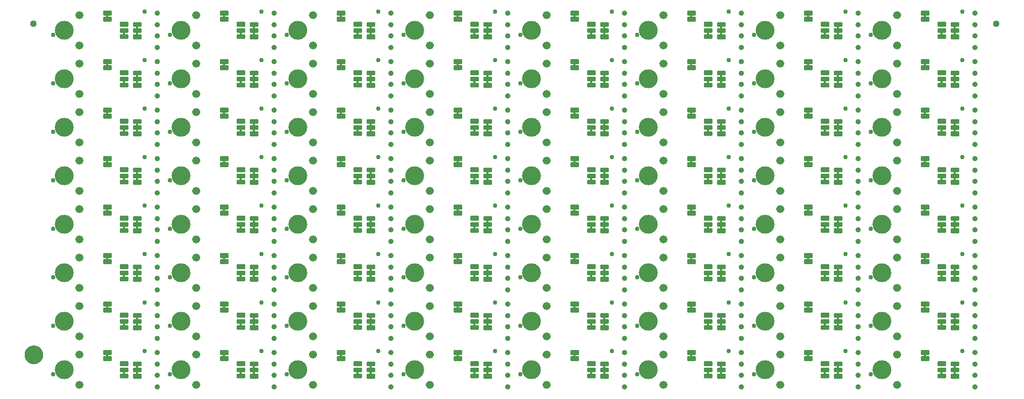
<source format=gbs>
G04 EAGLE Gerber RS-274X export*
G75*
%MOMM*%
%FSLAX34Y34*%
%LPD*%
%INSoldermask Bottom*%
%IPPOS*%
%AMOC8*
5,1,8,0,0,1.08239X$1,22.5*%
G01*
%ADD10C,0.228344*%
%ADD11C,3.175000*%
%ADD12C,0.762000*%
%ADD13C,0.889000*%
%ADD14C,1.327000*%
%ADD15C,1.127000*%
%ADD16C,1.270000*%
%ADD17C,1.627000*%

G36*
X148210Y193052D02*
X148210Y193052D01*
X148276Y193054D01*
X148320Y193072D01*
X148366Y193080D01*
X148423Y193114D01*
X148484Y193139D01*
X148519Y193170D01*
X148560Y193195D01*
X148601Y193246D01*
X148650Y193290D01*
X148671Y193332D01*
X148701Y193369D01*
X148722Y193431D01*
X148752Y193490D01*
X148760Y193544D01*
X148773Y193581D01*
X148772Y193621D01*
X148780Y193675D01*
X148780Y197485D01*
X148768Y197550D01*
X148766Y197616D01*
X148748Y197659D01*
X148740Y197706D01*
X148707Y197763D01*
X148682Y197823D01*
X148650Y197858D01*
X148626Y197899D01*
X148575Y197941D01*
X148530Y197989D01*
X148488Y198011D01*
X148452Y198040D01*
X148390Y198061D01*
X148331Y198092D01*
X148276Y198100D01*
X148239Y198112D01*
X148200Y198111D01*
X148146Y198119D01*
X145606Y198119D01*
X145541Y198108D01*
X145475Y198106D01*
X145431Y198088D01*
X145385Y198080D01*
X145328Y198046D01*
X145267Y198021D01*
X145232Y197990D01*
X145191Y197965D01*
X145150Y197914D01*
X145101Y197870D01*
X145080Y197828D01*
X145050Y197791D01*
X145029Y197729D01*
X144999Y197670D01*
X144991Y197616D01*
X144978Y197579D01*
X144978Y197575D01*
X144978Y197574D01*
X144979Y197539D01*
X144971Y197485D01*
X144971Y193675D01*
X144983Y193610D01*
X144985Y193544D01*
X145003Y193501D01*
X145011Y193454D01*
X145044Y193397D01*
X145069Y193337D01*
X145101Y193302D01*
X145125Y193261D01*
X145176Y193220D01*
X145221Y193171D01*
X145263Y193149D01*
X145299Y193120D01*
X145362Y193099D01*
X145420Y193068D01*
X145475Y193060D01*
X145512Y193048D01*
X145551Y193049D01*
X145606Y193041D01*
X148146Y193041D01*
X148210Y193052D01*
G37*
G36*
X1126110Y193052D02*
X1126110Y193052D01*
X1126176Y193054D01*
X1126220Y193072D01*
X1126266Y193080D01*
X1126323Y193114D01*
X1126384Y193139D01*
X1126419Y193170D01*
X1126460Y193195D01*
X1126501Y193246D01*
X1126550Y193290D01*
X1126571Y193332D01*
X1126601Y193369D01*
X1126622Y193431D01*
X1126652Y193490D01*
X1126660Y193544D01*
X1126673Y193581D01*
X1126672Y193621D01*
X1126680Y193675D01*
X1126680Y197485D01*
X1126668Y197550D01*
X1126666Y197616D01*
X1126648Y197659D01*
X1126640Y197706D01*
X1126607Y197763D01*
X1126582Y197823D01*
X1126550Y197858D01*
X1126526Y197899D01*
X1126475Y197941D01*
X1126430Y197989D01*
X1126388Y198011D01*
X1126352Y198040D01*
X1126290Y198061D01*
X1126231Y198092D01*
X1126176Y198100D01*
X1126139Y198112D01*
X1126100Y198111D01*
X1126046Y198119D01*
X1123506Y198119D01*
X1123441Y198108D01*
X1123375Y198106D01*
X1123331Y198088D01*
X1123285Y198080D01*
X1123228Y198046D01*
X1123167Y198021D01*
X1123132Y197990D01*
X1123091Y197965D01*
X1123050Y197914D01*
X1123001Y197870D01*
X1122980Y197828D01*
X1122950Y197791D01*
X1122929Y197729D01*
X1122899Y197670D01*
X1122891Y197616D01*
X1122878Y197579D01*
X1122878Y197575D01*
X1122878Y197574D01*
X1122879Y197539D01*
X1122871Y197485D01*
X1122871Y193675D01*
X1122883Y193610D01*
X1122885Y193544D01*
X1122903Y193501D01*
X1122911Y193454D01*
X1122944Y193397D01*
X1122969Y193337D01*
X1123001Y193302D01*
X1123025Y193261D01*
X1123076Y193220D01*
X1123121Y193171D01*
X1123163Y193149D01*
X1123199Y193120D01*
X1123262Y193099D01*
X1123320Y193068D01*
X1123375Y193060D01*
X1123412Y193048D01*
X1123451Y193049D01*
X1123506Y193041D01*
X1126046Y193041D01*
X1126110Y193052D01*
G37*
G36*
X1321690Y193052D02*
X1321690Y193052D01*
X1321756Y193054D01*
X1321800Y193072D01*
X1321846Y193080D01*
X1321903Y193114D01*
X1321964Y193139D01*
X1321999Y193170D01*
X1322040Y193195D01*
X1322081Y193246D01*
X1322130Y193290D01*
X1322151Y193332D01*
X1322181Y193369D01*
X1322202Y193431D01*
X1322232Y193490D01*
X1322240Y193544D01*
X1322253Y193581D01*
X1322252Y193621D01*
X1322260Y193675D01*
X1322260Y197485D01*
X1322248Y197550D01*
X1322246Y197616D01*
X1322228Y197659D01*
X1322220Y197706D01*
X1322187Y197763D01*
X1322162Y197823D01*
X1322130Y197858D01*
X1322106Y197899D01*
X1322055Y197941D01*
X1322010Y197989D01*
X1321968Y198011D01*
X1321932Y198040D01*
X1321870Y198061D01*
X1321811Y198092D01*
X1321756Y198100D01*
X1321719Y198112D01*
X1321680Y198111D01*
X1321626Y198119D01*
X1319086Y198119D01*
X1319021Y198108D01*
X1318955Y198106D01*
X1318911Y198088D01*
X1318865Y198080D01*
X1318808Y198046D01*
X1318747Y198021D01*
X1318712Y197990D01*
X1318671Y197965D01*
X1318630Y197914D01*
X1318581Y197870D01*
X1318560Y197828D01*
X1318530Y197791D01*
X1318509Y197729D01*
X1318479Y197670D01*
X1318471Y197616D01*
X1318458Y197579D01*
X1318458Y197575D01*
X1318458Y197574D01*
X1318459Y197539D01*
X1318451Y197485D01*
X1318451Y193675D01*
X1318463Y193610D01*
X1318465Y193544D01*
X1318483Y193501D01*
X1318491Y193454D01*
X1318524Y193397D01*
X1318549Y193337D01*
X1318581Y193302D01*
X1318605Y193261D01*
X1318656Y193220D01*
X1318701Y193171D01*
X1318743Y193149D01*
X1318779Y193120D01*
X1318842Y193099D01*
X1318900Y193068D01*
X1318955Y193060D01*
X1318992Y193048D01*
X1319031Y193049D01*
X1319086Y193041D01*
X1321626Y193041D01*
X1321690Y193052D01*
G37*
G36*
X1517270Y193052D02*
X1517270Y193052D01*
X1517336Y193054D01*
X1517380Y193072D01*
X1517426Y193080D01*
X1517483Y193114D01*
X1517544Y193139D01*
X1517579Y193170D01*
X1517620Y193195D01*
X1517661Y193246D01*
X1517710Y193290D01*
X1517731Y193332D01*
X1517761Y193369D01*
X1517782Y193431D01*
X1517812Y193490D01*
X1517820Y193544D01*
X1517833Y193581D01*
X1517832Y193621D01*
X1517840Y193675D01*
X1517840Y197485D01*
X1517828Y197550D01*
X1517826Y197616D01*
X1517808Y197659D01*
X1517800Y197706D01*
X1517767Y197763D01*
X1517742Y197823D01*
X1517710Y197858D01*
X1517686Y197899D01*
X1517635Y197941D01*
X1517590Y197989D01*
X1517548Y198011D01*
X1517512Y198040D01*
X1517450Y198061D01*
X1517391Y198092D01*
X1517336Y198100D01*
X1517299Y198112D01*
X1517260Y198111D01*
X1517206Y198119D01*
X1514666Y198119D01*
X1514601Y198108D01*
X1514535Y198106D01*
X1514491Y198088D01*
X1514445Y198080D01*
X1514388Y198046D01*
X1514327Y198021D01*
X1514292Y197990D01*
X1514251Y197965D01*
X1514210Y197914D01*
X1514161Y197870D01*
X1514140Y197828D01*
X1514110Y197791D01*
X1514089Y197729D01*
X1514059Y197670D01*
X1514051Y197616D01*
X1514038Y197579D01*
X1514038Y197575D01*
X1514038Y197574D01*
X1514039Y197539D01*
X1514031Y197485D01*
X1514031Y193675D01*
X1514043Y193610D01*
X1514045Y193544D01*
X1514063Y193501D01*
X1514071Y193454D01*
X1514104Y193397D01*
X1514129Y193337D01*
X1514161Y193302D01*
X1514185Y193261D01*
X1514236Y193220D01*
X1514281Y193171D01*
X1514323Y193149D01*
X1514359Y193120D01*
X1514422Y193099D01*
X1514480Y193068D01*
X1514535Y193060D01*
X1514572Y193048D01*
X1514611Y193049D01*
X1514666Y193041D01*
X1517206Y193041D01*
X1517270Y193052D01*
G37*
G36*
X343790Y193052D02*
X343790Y193052D01*
X343856Y193054D01*
X343900Y193072D01*
X343946Y193080D01*
X344003Y193114D01*
X344064Y193139D01*
X344099Y193170D01*
X344140Y193195D01*
X344181Y193246D01*
X344230Y193290D01*
X344251Y193332D01*
X344281Y193369D01*
X344302Y193431D01*
X344332Y193490D01*
X344340Y193544D01*
X344353Y193581D01*
X344352Y193621D01*
X344360Y193675D01*
X344360Y197485D01*
X344348Y197550D01*
X344346Y197616D01*
X344328Y197659D01*
X344320Y197706D01*
X344287Y197763D01*
X344262Y197823D01*
X344230Y197858D01*
X344206Y197899D01*
X344155Y197941D01*
X344110Y197989D01*
X344068Y198011D01*
X344032Y198040D01*
X343970Y198061D01*
X343911Y198092D01*
X343856Y198100D01*
X343819Y198112D01*
X343780Y198111D01*
X343726Y198119D01*
X341186Y198119D01*
X341121Y198108D01*
X341055Y198106D01*
X341011Y198088D01*
X340965Y198080D01*
X340908Y198046D01*
X340847Y198021D01*
X340812Y197990D01*
X340771Y197965D01*
X340730Y197914D01*
X340681Y197870D01*
X340660Y197828D01*
X340630Y197791D01*
X340609Y197729D01*
X340579Y197670D01*
X340571Y197616D01*
X340558Y197579D01*
X340558Y197575D01*
X340558Y197574D01*
X340559Y197539D01*
X340551Y197485D01*
X340551Y193675D01*
X340563Y193610D01*
X340565Y193544D01*
X340583Y193501D01*
X340591Y193454D01*
X340624Y193397D01*
X340649Y193337D01*
X340681Y193302D01*
X340705Y193261D01*
X340756Y193220D01*
X340801Y193171D01*
X340843Y193149D01*
X340879Y193120D01*
X340942Y193099D01*
X341000Y193068D01*
X341055Y193060D01*
X341092Y193048D01*
X341131Y193049D01*
X341186Y193041D01*
X343726Y193041D01*
X343790Y193052D01*
G37*
G36*
X734950Y193052D02*
X734950Y193052D01*
X735016Y193054D01*
X735060Y193072D01*
X735106Y193080D01*
X735163Y193114D01*
X735224Y193139D01*
X735259Y193170D01*
X735300Y193195D01*
X735341Y193246D01*
X735390Y193290D01*
X735411Y193332D01*
X735441Y193369D01*
X735462Y193431D01*
X735492Y193490D01*
X735500Y193544D01*
X735513Y193581D01*
X735512Y193621D01*
X735520Y193675D01*
X735520Y197485D01*
X735508Y197550D01*
X735506Y197616D01*
X735488Y197659D01*
X735480Y197706D01*
X735447Y197763D01*
X735422Y197823D01*
X735390Y197858D01*
X735366Y197899D01*
X735315Y197941D01*
X735270Y197989D01*
X735228Y198011D01*
X735192Y198040D01*
X735130Y198061D01*
X735071Y198092D01*
X735016Y198100D01*
X734979Y198112D01*
X734940Y198111D01*
X734886Y198119D01*
X732346Y198119D01*
X732281Y198108D01*
X732215Y198106D01*
X732171Y198088D01*
X732125Y198080D01*
X732068Y198046D01*
X732007Y198021D01*
X731972Y197990D01*
X731931Y197965D01*
X731890Y197914D01*
X731841Y197870D01*
X731820Y197828D01*
X731790Y197791D01*
X731769Y197729D01*
X731739Y197670D01*
X731731Y197616D01*
X731718Y197579D01*
X731718Y197575D01*
X731718Y197574D01*
X731719Y197539D01*
X731711Y197485D01*
X731711Y193675D01*
X731723Y193610D01*
X731725Y193544D01*
X731743Y193501D01*
X731751Y193454D01*
X731784Y193397D01*
X731809Y193337D01*
X731841Y193302D01*
X731865Y193261D01*
X731916Y193220D01*
X731961Y193171D01*
X732003Y193149D01*
X732039Y193120D01*
X732102Y193099D01*
X732160Y193068D01*
X732215Y193060D01*
X732252Y193048D01*
X732291Y193049D01*
X732346Y193041D01*
X734886Y193041D01*
X734950Y193052D01*
G37*
G36*
X539370Y193052D02*
X539370Y193052D01*
X539436Y193054D01*
X539480Y193072D01*
X539526Y193080D01*
X539583Y193114D01*
X539644Y193139D01*
X539679Y193170D01*
X539720Y193195D01*
X539761Y193246D01*
X539810Y193290D01*
X539831Y193332D01*
X539861Y193369D01*
X539882Y193431D01*
X539912Y193490D01*
X539920Y193544D01*
X539933Y193581D01*
X539932Y193621D01*
X539940Y193675D01*
X539940Y197485D01*
X539928Y197550D01*
X539926Y197616D01*
X539908Y197659D01*
X539900Y197706D01*
X539867Y197763D01*
X539842Y197823D01*
X539810Y197858D01*
X539786Y197899D01*
X539735Y197941D01*
X539690Y197989D01*
X539648Y198011D01*
X539612Y198040D01*
X539550Y198061D01*
X539491Y198092D01*
X539436Y198100D01*
X539399Y198112D01*
X539360Y198111D01*
X539306Y198119D01*
X536766Y198119D01*
X536701Y198108D01*
X536635Y198106D01*
X536591Y198088D01*
X536545Y198080D01*
X536488Y198046D01*
X536427Y198021D01*
X536392Y197990D01*
X536351Y197965D01*
X536310Y197914D01*
X536261Y197870D01*
X536240Y197828D01*
X536210Y197791D01*
X536189Y197729D01*
X536159Y197670D01*
X536151Y197616D01*
X536138Y197579D01*
X536138Y197575D01*
X536138Y197574D01*
X536139Y197539D01*
X536131Y197485D01*
X536131Y193675D01*
X536143Y193610D01*
X536145Y193544D01*
X536163Y193501D01*
X536171Y193454D01*
X536204Y193397D01*
X536229Y193337D01*
X536261Y193302D01*
X536285Y193261D01*
X536336Y193220D01*
X536381Y193171D01*
X536423Y193149D01*
X536459Y193120D01*
X536522Y193099D01*
X536580Y193068D01*
X536635Y193060D01*
X536672Y193048D01*
X536711Y193049D01*
X536766Y193041D01*
X539306Y193041D01*
X539370Y193052D01*
G37*
G36*
X930530Y193052D02*
X930530Y193052D01*
X930596Y193054D01*
X930640Y193072D01*
X930686Y193080D01*
X930743Y193114D01*
X930804Y193139D01*
X930839Y193170D01*
X930880Y193195D01*
X930921Y193246D01*
X930970Y193290D01*
X930991Y193332D01*
X931021Y193369D01*
X931042Y193431D01*
X931072Y193490D01*
X931080Y193544D01*
X931093Y193581D01*
X931092Y193621D01*
X931100Y193675D01*
X931100Y197485D01*
X931088Y197550D01*
X931086Y197616D01*
X931068Y197659D01*
X931060Y197706D01*
X931027Y197763D01*
X931002Y197823D01*
X930970Y197858D01*
X930946Y197899D01*
X930895Y197941D01*
X930850Y197989D01*
X930808Y198011D01*
X930772Y198040D01*
X930710Y198061D01*
X930651Y198092D01*
X930596Y198100D01*
X930559Y198112D01*
X930520Y198111D01*
X930466Y198119D01*
X927926Y198119D01*
X927861Y198108D01*
X927795Y198106D01*
X927751Y198088D01*
X927705Y198080D01*
X927648Y198046D01*
X927587Y198021D01*
X927552Y197990D01*
X927511Y197965D01*
X927470Y197914D01*
X927421Y197870D01*
X927400Y197828D01*
X927370Y197791D01*
X927349Y197729D01*
X927319Y197670D01*
X927311Y197616D01*
X927298Y197579D01*
X927298Y197575D01*
X927298Y197574D01*
X927299Y197539D01*
X927291Y197485D01*
X927291Y193675D01*
X927303Y193610D01*
X927305Y193544D01*
X927323Y193501D01*
X927331Y193454D01*
X927364Y193397D01*
X927389Y193337D01*
X927421Y193302D01*
X927445Y193261D01*
X927496Y193220D01*
X927541Y193171D01*
X927583Y193149D01*
X927619Y193120D01*
X927682Y193099D01*
X927740Y193068D01*
X927795Y193060D01*
X927832Y193048D01*
X927871Y193049D01*
X927926Y193041D01*
X930466Y193041D01*
X930530Y193052D01*
G37*
G36*
X343790Y609612D02*
X343790Y609612D01*
X343856Y609614D01*
X343900Y609632D01*
X343946Y609640D01*
X344003Y609674D01*
X344064Y609699D01*
X344099Y609730D01*
X344140Y609755D01*
X344181Y609806D01*
X344230Y609850D01*
X344251Y609892D01*
X344281Y609929D01*
X344302Y609991D01*
X344332Y610050D01*
X344340Y610104D01*
X344353Y610141D01*
X344352Y610181D01*
X344360Y610235D01*
X344360Y614045D01*
X344348Y614110D01*
X344346Y614176D01*
X344328Y614219D01*
X344320Y614266D01*
X344287Y614323D01*
X344262Y614383D01*
X344230Y614418D01*
X344206Y614459D01*
X344155Y614501D01*
X344110Y614549D01*
X344068Y614571D01*
X344032Y614600D01*
X343970Y614621D01*
X343911Y614652D01*
X343856Y614660D01*
X343819Y614672D01*
X343780Y614671D01*
X343726Y614679D01*
X341186Y614679D01*
X341121Y614668D01*
X341055Y614666D01*
X341011Y614648D01*
X340965Y614640D01*
X340908Y614606D01*
X340847Y614581D01*
X340812Y614550D01*
X340771Y614525D01*
X340730Y614474D01*
X340681Y614430D01*
X340660Y614388D01*
X340630Y614351D01*
X340609Y614289D01*
X340579Y614230D01*
X340571Y614176D01*
X340558Y614139D01*
X340558Y614135D01*
X340558Y614134D01*
X340559Y614099D01*
X340551Y614045D01*
X340551Y610235D01*
X340563Y610170D01*
X340565Y610104D01*
X340583Y610061D01*
X340591Y610014D01*
X340624Y609957D01*
X340649Y609897D01*
X340681Y609862D01*
X340705Y609821D01*
X340756Y609780D01*
X340801Y609731D01*
X340843Y609709D01*
X340879Y609680D01*
X340942Y609659D01*
X341000Y609628D01*
X341055Y609620D01*
X341092Y609608D01*
X341131Y609609D01*
X341186Y609601D01*
X343726Y609601D01*
X343790Y609612D01*
G37*
G36*
X734950Y609612D02*
X734950Y609612D01*
X735016Y609614D01*
X735060Y609632D01*
X735106Y609640D01*
X735163Y609674D01*
X735224Y609699D01*
X735259Y609730D01*
X735300Y609755D01*
X735341Y609806D01*
X735390Y609850D01*
X735411Y609892D01*
X735441Y609929D01*
X735462Y609991D01*
X735492Y610050D01*
X735500Y610104D01*
X735513Y610141D01*
X735512Y610181D01*
X735520Y610235D01*
X735520Y614045D01*
X735508Y614110D01*
X735506Y614176D01*
X735488Y614219D01*
X735480Y614266D01*
X735447Y614323D01*
X735422Y614383D01*
X735390Y614418D01*
X735366Y614459D01*
X735315Y614501D01*
X735270Y614549D01*
X735228Y614571D01*
X735192Y614600D01*
X735130Y614621D01*
X735071Y614652D01*
X735016Y614660D01*
X734979Y614672D01*
X734940Y614671D01*
X734886Y614679D01*
X732346Y614679D01*
X732281Y614668D01*
X732215Y614666D01*
X732171Y614648D01*
X732125Y614640D01*
X732068Y614606D01*
X732007Y614581D01*
X731972Y614550D01*
X731931Y614525D01*
X731890Y614474D01*
X731841Y614430D01*
X731820Y614388D01*
X731790Y614351D01*
X731769Y614289D01*
X731739Y614230D01*
X731731Y614176D01*
X731718Y614139D01*
X731718Y614135D01*
X731718Y614134D01*
X731719Y614099D01*
X731711Y614045D01*
X731711Y610235D01*
X731723Y610170D01*
X731725Y610104D01*
X731743Y610061D01*
X731751Y610014D01*
X731784Y609957D01*
X731809Y609897D01*
X731841Y609862D01*
X731865Y609821D01*
X731916Y609780D01*
X731961Y609731D01*
X732003Y609709D01*
X732039Y609680D01*
X732102Y609659D01*
X732160Y609628D01*
X732215Y609620D01*
X732252Y609608D01*
X732291Y609609D01*
X732346Y609601D01*
X734886Y609601D01*
X734950Y609612D01*
G37*
G36*
X1321690Y609612D02*
X1321690Y609612D01*
X1321756Y609614D01*
X1321800Y609632D01*
X1321846Y609640D01*
X1321903Y609674D01*
X1321964Y609699D01*
X1321999Y609730D01*
X1322040Y609755D01*
X1322081Y609806D01*
X1322130Y609850D01*
X1322151Y609892D01*
X1322181Y609929D01*
X1322202Y609991D01*
X1322232Y610050D01*
X1322240Y610104D01*
X1322253Y610141D01*
X1322252Y610181D01*
X1322260Y610235D01*
X1322260Y614045D01*
X1322248Y614110D01*
X1322246Y614176D01*
X1322228Y614219D01*
X1322220Y614266D01*
X1322187Y614323D01*
X1322162Y614383D01*
X1322130Y614418D01*
X1322106Y614459D01*
X1322055Y614501D01*
X1322010Y614549D01*
X1321968Y614571D01*
X1321932Y614600D01*
X1321870Y614621D01*
X1321811Y614652D01*
X1321756Y614660D01*
X1321719Y614672D01*
X1321680Y614671D01*
X1321626Y614679D01*
X1319086Y614679D01*
X1319021Y614668D01*
X1318955Y614666D01*
X1318911Y614648D01*
X1318865Y614640D01*
X1318808Y614606D01*
X1318747Y614581D01*
X1318712Y614550D01*
X1318671Y614525D01*
X1318630Y614474D01*
X1318581Y614430D01*
X1318560Y614388D01*
X1318530Y614351D01*
X1318509Y614289D01*
X1318479Y614230D01*
X1318471Y614176D01*
X1318458Y614139D01*
X1318458Y614135D01*
X1318458Y614134D01*
X1318459Y614099D01*
X1318451Y614045D01*
X1318451Y610235D01*
X1318463Y610170D01*
X1318465Y610104D01*
X1318483Y610061D01*
X1318491Y610014D01*
X1318524Y609957D01*
X1318549Y609897D01*
X1318581Y609862D01*
X1318605Y609821D01*
X1318656Y609780D01*
X1318701Y609731D01*
X1318743Y609709D01*
X1318779Y609680D01*
X1318842Y609659D01*
X1318900Y609628D01*
X1318955Y609620D01*
X1318992Y609608D01*
X1319031Y609609D01*
X1319086Y609601D01*
X1321626Y609601D01*
X1321690Y609612D01*
G37*
G36*
X930530Y609612D02*
X930530Y609612D01*
X930596Y609614D01*
X930640Y609632D01*
X930686Y609640D01*
X930743Y609674D01*
X930804Y609699D01*
X930839Y609730D01*
X930880Y609755D01*
X930921Y609806D01*
X930970Y609850D01*
X930991Y609892D01*
X931021Y609929D01*
X931042Y609991D01*
X931072Y610050D01*
X931080Y610104D01*
X931093Y610141D01*
X931092Y610181D01*
X931100Y610235D01*
X931100Y614045D01*
X931088Y614110D01*
X931086Y614176D01*
X931068Y614219D01*
X931060Y614266D01*
X931027Y614323D01*
X931002Y614383D01*
X930970Y614418D01*
X930946Y614459D01*
X930895Y614501D01*
X930850Y614549D01*
X930808Y614571D01*
X930772Y614600D01*
X930710Y614621D01*
X930651Y614652D01*
X930596Y614660D01*
X930559Y614672D01*
X930520Y614671D01*
X930466Y614679D01*
X927926Y614679D01*
X927861Y614668D01*
X927795Y614666D01*
X927751Y614648D01*
X927705Y614640D01*
X927648Y614606D01*
X927587Y614581D01*
X927552Y614550D01*
X927511Y614525D01*
X927470Y614474D01*
X927421Y614430D01*
X927400Y614388D01*
X927370Y614351D01*
X927349Y614289D01*
X927319Y614230D01*
X927311Y614176D01*
X927298Y614139D01*
X927298Y614135D01*
X927298Y614134D01*
X927299Y614099D01*
X927291Y614045D01*
X927291Y610235D01*
X927303Y610170D01*
X927305Y610104D01*
X927323Y610061D01*
X927331Y610014D01*
X927364Y609957D01*
X927389Y609897D01*
X927421Y609862D01*
X927445Y609821D01*
X927496Y609780D01*
X927541Y609731D01*
X927583Y609709D01*
X927619Y609680D01*
X927682Y609659D01*
X927740Y609628D01*
X927795Y609620D01*
X927832Y609608D01*
X927871Y609609D01*
X927926Y609601D01*
X930466Y609601D01*
X930530Y609612D01*
G37*
G36*
X1126110Y609612D02*
X1126110Y609612D01*
X1126176Y609614D01*
X1126220Y609632D01*
X1126266Y609640D01*
X1126323Y609674D01*
X1126384Y609699D01*
X1126419Y609730D01*
X1126460Y609755D01*
X1126501Y609806D01*
X1126550Y609850D01*
X1126571Y609892D01*
X1126601Y609929D01*
X1126622Y609991D01*
X1126652Y610050D01*
X1126660Y610104D01*
X1126673Y610141D01*
X1126672Y610181D01*
X1126680Y610235D01*
X1126680Y614045D01*
X1126668Y614110D01*
X1126666Y614176D01*
X1126648Y614219D01*
X1126640Y614266D01*
X1126607Y614323D01*
X1126582Y614383D01*
X1126550Y614418D01*
X1126526Y614459D01*
X1126475Y614501D01*
X1126430Y614549D01*
X1126388Y614571D01*
X1126352Y614600D01*
X1126290Y614621D01*
X1126231Y614652D01*
X1126176Y614660D01*
X1126139Y614672D01*
X1126100Y614671D01*
X1126046Y614679D01*
X1123506Y614679D01*
X1123441Y614668D01*
X1123375Y614666D01*
X1123331Y614648D01*
X1123285Y614640D01*
X1123228Y614606D01*
X1123167Y614581D01*
X1123132Y614550D01*
X1123091Y614525D01*
X1123050Y614474D01*
X1123001Y614430D01*
X1122980Y614388D01*
X1122950Y614351D01*
X1122929Y614289D01*
X1122899Y614230D01*
X1122891Y614176D01*
X1122878Y614139D01*
X1122878Y614135D01*
X1122878Y614134D01*
X1122879Y614099D01*
X1122871Y614045D01*
X1122871Y610235D01*
X1122883Y610170D01*
X1122885Y610104D01*
X1122903Y610061D01*
X1122911Y610014D01*
X1122944Y609957D01*
X1122969Y609897D01*
X1123001Y609862D01*
X1123025Y609821D01*
X1123076Y609780D01*
X1123121Y609731D01*
X1123163Y609709D01*
X1123199Y609680D01*
X1123262Y609659D01*
X1123320Y609628D01*
X1123375Y609620D01*
X1123412Y609608D01*
X1123451Y609609D01*
X1123506Y609601D01*
X1126046Y609601D01*
X1126110Y609612D01*
G37*
G36*
X1517270Y609612D02*
X1517270Y609612D01*
X1517336Y609614D01*
X1517380Y609632D01*
X1517426Y609640D01*
X1517483Y609674D01*
X1517544Y609699D01*
X1517579Y609730D01*
X1517620Y609755D01*
X1517661Y609806D01*
X1517710Y609850D01*
X1517731Y609892D01*
X1517761Y609929D01*
X1517782Y609991D01*
X1517812Y610050D01*
X1517820Y610104D01*
X1517833Y610141D01*
X1517832Y610181D01*
X1517840Y610235D01*
X1517840Y614045D01*
X1517828Y614110D01*
X1517826Y614176D01*
X1517808Y614219D01*
X1517800Y614266D01*
X1517767Y614323D01*
X1517742Y614383D01*
X1517710Y614418D01*
X1517686Y614459D01*
X1517635Y614501D01*
X1517590Y614549D01*
X1517548Y614571D01*
X1517512Y614600D01*
X1517450Y614621D01*
X1517391Y614652D01*
X1517336Y614660D01*
X1517299Y614672D01*
X1517260Y614671D01*
X1517206Y614679D01*
X1514666Y614679D01*
X1514601Y614668D01*
X1514535Y614666D01*
X1514491Y614648D01*
X1514445Y614640D01*
X1514388Y614606D01*
X1514327Y614581D01*
X1514292Y614550D01*
X1514251Y614525D01*
X1514210Y614474D01*
X1514161Y614430D01*
X1514140Y614388D01*
X1514110Y614351D01*
X1514089Y614289D01*
X1514059Y614230D01*
X1514051Y614176D01*
X1514038Y614139D01*
X1514038Y614135D01*
X1514038Y614134D01*
X1514039Y614099D01*
X1514031Y614045D01*
X1514031Y610235D01*
X1514043Y610170D01*
X1514045Y610104D01*
X1514063Y610061D01*
X1514071Y610014D01*
X1514104Y609957D01*
X1514129Y609897D01*
X1514161Y609862D01*
X1514185Y609821D01*
X1514236Y609780D01*
X1514281Y609731D01*
X1514323Y609709D01*
X1514359Y609680D01*
X1514422Y609659D01*
X1514480Y609628D01*
X1514535Y609620D01*
X1514572Y609608D01*
X1514611Y609609D01*
X1514666Y609601D01*
X1517206Y609601D01*
X1517270Y609612D01*
G37*
G36*
X539370Y609612D02*
X539370Y609612D01*
X539436Y609614D01*
X539480Y609632D01*
X539526Y609640D01*
X539583Y609674D01*
X539644Y609699D01*
X539679Y609730D01*
X539720Y609755D01*
X539761Y609806D01*
X539810Y609850D01*
X539831Y609892D01*
X539861Y609929D01*
X539882Y609991D01*
X539912Y610050D01*
X539920Y610104D01*
X539933Y610141D01*
X539932Y610181D01*
X539940Y610235D01*
X539940Y614045D01*
X539928Y614110D01*
X539926Y614176D01*
X539908Y614219D01*
X539900Y614266D01*
X539867Y614323D01*
X539842Y614383D01*
X539810Y614418D01*
X539786Y614459D01*
X539735Y614501D01*
X539690Y614549D01*
X539648Y614571D01*
X539612Y614600D01*
X539550Y614621D01*
X539491Y614652D01*
X539436Y614660D01*
X539399Y614672D01*
X539360Y614671D01*
X539306Y614679D01*
X536766Y614679D01*
X536701Y614668D01*
X536635Y614666D01*
X536591Y614648D01*
X536545Y614640D01*
X536488Y614606D01*
X536427Y614581D01*
X536392Y614550D01*
X536351Y614525D01*
X536310Y614474D01*
X536261Y614430D01*
X536240Y614388D01*
X536210Y614351D01*
X536189Y614289D01*
X536159Y614230D01*
X536151Y614176D01*
X536138Y614139D01*
X536138Y614135D01*
X536138Y614134D01*
X536139Y614099D01*
X536131Y614045D01*
X536131Y610235D01*
X536143Y610170D01*
X536145Y610104D01*
X536163Y610061D01*
X536171Y610014D01*
X536204Y609957D01*
X536229Y609897D01*
X536261Y609862D01*
X536285Y609821D01*
X536336Y609780D01*
X536381Y609731D01*
X536423Y609709D01*
X536459Y609680D01*
X536522Y609659D01*
X536580Y609628D01*
X536635Y609620D01*
X536672Y609608D01*
X536711Y609609D01*
X536766Y609601D01*
X539306Y609601D01*
X539370Y609612D01*
G37*
G36*
X148210Y609612D02*
X148210Y609612D01*
X148276Y609614D01*
X148320Y609632D01*
X148366Y609640D01*
X148423Y609674D01*
X148484Y609699D01*
X148519Y609730D01*
X148560Y609755D01*
X148601Y609806D01*
X148650Y609850D01*
X148671Y609892D01*
X148701Y609929D01*
X148722Y609991D01*
X148752Y610050D01*
X148760Y610104D01*
X148773Y610141D01*
X148772Y610181D01*
X148780Y610235D01*
X148780Y614045D01*
X148768Y614110D01*
X148766Y614176D01*
X148748Y614219D01*
X148740Y614266D01*
X148707Y614323D01*
X148682Y614383D01*
X148650Y614418D01*
X148626Y614459D01*
X148575Y614501D01*
X148530Y614549D01*
X148488Y614571D01*
X148452Y614600D01*
X148390Y614621D01*
X148331Y614652D01*
X148276Y614660D01*
X148239Y614672D01*
X148200Y614671D01*
X148146Y614679D01*
X145606Y614679D01*
X145541Y614668D01*
X145475Y614666D01*
X145431Y614648D01*
X145385Y614640D01*
X145328Y614606D01*
X145267Y614581D01*
X145232Y614550D01*
X145191Y614525D01*
X145150Y614474D01*
X145101Y614430D01*
X145080Y614388D01*
X145050Y614351D01*
X145029Y614289D01*
X144999Y614230D01*
X144991Y614176D01*
X144978Y614139D01*
X144978Y614135D01*
X144978Y614134D01*
X144979Y614099D01*
X144971Y614045D01*
X144971Y610235D01*
X144983Y610170D01*
X144985Y610104D01*
X145003Y610061D01*
X145011Y610014D01*
X145044Y609957D01*
X145069Y609897D01*
X145101Y609862D01*
X145125Y609821D01*
X145176Y609780D01*
X145221Y609731D01*
X145263Y609709D01*
X145299Y609680D01*
X145362Y609659D01*
X145420Y609628D01*
X145475Y609620D01*
X145512Y609608D01*
X145551Y609609D01*
X145606Y609601D01*
X148146Y609601D01*
X148210Y609612D01*
G37*
G36*
X126493Y599706D02*
X126493Y599706D01*
X126559Y599708D01*
X126603Y599726D01*
X126649Y599734D01*
X126706Y599768D01*
X126767Y599793D01*
X126802Y599824D01*
X126843Y599849D01*
X126884Y599900D01*
X126933Y599944D01*
X126954Y599986D01*
X126984Y600023D01*
X127005Y600085D01*
X127035Y600144D01*
X127043Y600198D01*
X127056Y600235D01*
X127055Y600275D01*
X127063Y600329D01*
X127063Y604139D01*
X127051Y604204D01*
X127049Y604270D01*
X127031Y604313D01*
X127023Y604360D01*
X126990Y604417D01*
X126965Y604477D01*
X126933Y604512D01*
X126909Y604553D01*
X126858Y604595D01*
X126813Y604643D01*
X126771Y604665D01*
X126735Y604694D01*
X126673Y604715D01*
X126614Y604746D01*
X126559Y604754D01*
X126522Y604766D01*
X126483Y604765D01*
X126429Y604773D01*
X123889Y604773D01*
X123824Y604762D01*
X123758Y604760D01*
X123714Y604742D01*
X123668Y604734D01*
X123611Y604700D01*
X123550Y604675D01*
X123515Y604644D01*
X123474Y604619D01*
X123433Y604568D01*
X123384Y604524D01*
X123363Y604482D01*
X123333Y604445D01*
X123312Y604383D01*
X123282Y604324D01*
X123274Y604270D01*
X123261Y604233D01*
X123261Y604229D01*
X123261Y604228D01*
X123262Y604193D01*
X123254Y604139D01*
X123254Y600329D01*
X123266Y600264D01*
X123268Y600198D01*
X123286Y600155D01*
X123294Y600108D01*
X123327Y600051D01*
X123352Y599991D01*
X123384Y599956D01*
X123408Y599915D01*
X123459Y599874D01*
X123504Y599825D01*
X123546Y599803D01*
X123582Y599774D01*
X123645Y599753D01*
X123703Y599722D01*
X123758Y599714D01*
X123795Y599702D01*
X123834Y599703D01*
X123889Y599695D01*
X126429Y599695D01*
X126493Y599706D01*
G37*
G36*
X713233Y599706D02*
X713233Y599706D01*
X713299Y599708D01*
X713343Y599726D01*
X713389Y599734D01*
X713446Y599768D01*
X713507Y599793D01*
X713542Y599824D01*
X713583Y599849D01*
X713624Y599900D01*
X713673Y599944D01*
X713694Y599986D01*
X713724Y600023D01*
X713745Y600085D01*
X713775Y600144D01*
X713783Y600198D01*
X713796Y600235D01*
X713795Y600275D01*
X713803Y600329D01*
X713803Y604139D01*
X713791Y604204D01*
X713789Y604270D01*
X713771Y604313D01*
X713763Y604360D01*
X713730Y604417D01*
X713705Y604477D01*
X713673Y604512D01*
X713649Y604553D01*
X713598Y604595D01*
X713553Y604643D01*
X713511Y604665D01*
X713475Y604694D01*
X713413Y604715D01*
X713354Y604746D01*
X713299Y604754D01*
X713262Y604766D01*
X713223Y604765D01*
X713169Y604773D01*
X710629Y604773D01*
X710564Y604762D01*
X710498Y604760D01*
X710454Y604742D01*
X710408Y604734D01*
X710351Y604700D01*
X710290Y604675D01*
X710255Y604644D01*
X710214Y604619D01*
X710173Y604568D01*
X710124Y604524D01*
X710103Y604482D01*
X710073Y604445D01*
X710052Y604383D01*
X710022Y604324D01*
X710014Y604270D01*
X710001Y604233D01*
X710001Y604229D01*
X710001Y604228D01*
X710002Y604193D01*
X709994Y604139D01*
X709994Y600329D01*
X710006Y600264D01*
X710008Y600198D01*
X710026Y600155D01*
X710034Y600108D01*
X710067Y600051D01*
X710092Y599991D01*
X710124Y599956D01*
X710148Y599915D01*
X710199Y599874D01*
X710244Y599825D01*
X710286Y599803D01*
X710322Y599774D01*
X710385Y599753D01*
X710443Y599722D01*
X710498Y599714D01*
X710535Y599702D01*
X710574Y599703D01*
X710629Y599695D01*
X713169Y599695D01*
X713233Y599706D01*
G37*
G36*
X322073Y599706D02*
X322073Y599706D01*
X322139Y599708D01*
X322183Y599726D01*
X322229Y599734D01*
X322286Y599768D01*
X322347Y599793D01*
X322382Y599824D01*
X322423Y599849D01*
X322464Y599900D01*
X322513Y599944D01*
X322534Y599986D01*
X322564Y600023D01*
X322585Y600085D01*
X322615Y600144D01*
X322623Y600198D01*
X322636Y600235D01*
X322635Y600275D01*
X322643Y600329D01*
X322643Y604139D01*
X322631Y604204D01*
X322629Y604270D01*
X322611Y604313D01*
X322603Y604360D01*
X322570Y604417D01*
X322545Y604477D01*
X322513Y604512D01*
X322489Y604553D01*
X322438Y604595D01*
X322393Y604643D01*
X322351Y604665D01*
X322315Y604694D01*
X322253Y604715D01*
X322194Y604746D01*
X322139Y604754D01*
X322102Y604766D01*
X322063Y604765D01*
X322009Y604773D01*
X319469Y604773D01*
X319404Y604762D01*
X319338Y604760D01*
X319294Y604742D01*
X319248Y604734D01*
X319191Y604700D01*
X319130Y604675D01*
X319095Y604644D01*
X319054Y604619D01*
X319013Y604568D01*
X318964Y604524D01*
X318943Y604482D01*
X318913Y604445D01*
X318892Y604383D01*
X318862Y604324D01*
X318854Y604270D01*
X318841Y604233D01*
X318841Y604229D01*
X318841Y604228D01*
X318842Y604193D01*
X318834Y604139D01*
X318834Y600329D01*
X318846Y600264D01*
X318848Y600198D01*
X318866Y600155D01*
X318874Y600108D01*
X318907Y600051D01*
X318932Y599991D01*
X318964Y599956D01*
X318988Y599915D01*
X319039Y599874D01*
X319084Y599825D01*
X319126Y599803D01*
X319162Y599774D01*
X319225Y599753D01*
X319283Y599722D01*
X319338Y599714D01*
X319375Y599702D01*
X319414Y599703D01*
X319469Y599695D01*
X322009Y599695D01*
X322073Y599706D01*
G37*
G36*
X908813Y599706D02*
X908813Y599706D01*
X908879Y599708D01*
X908923Y599726D01*
X908969Y599734D01*
X909026Y599768D01*
X909087Y599793D01*
X909122Y599824D01*
X909163Y599849D01*
X909204Y599900D01*
X909253Y599944D01*
X909274Y599986D01*
X909304Y600023D01*
X909325Y600085D01*
X909355Y600144D01*
X909363Y600198D01*
X909376Y600235D01*
X909375Y600275D01*
X909383Y600329D01*
X909383Y604139D01*
X909371Y604204D01*
X909369Y604270D01*
X909351Y604313D01*
X909343Y604360D01*
X909310Y604417D01*
X909285Y604477D01*
X909253Y604512D01*
X909229Y604553D01*
X909178Y604595D01*
X909133Y604643D01*
X909091Y604665D01*
X909055Y604694D01*
X908993Y604715D01*
X908934Y604746D01*
X908879Y604754D01*
X908842Y604766D01*
X908803Y604765D01*
X908749Y604773D01*
X906209Y604773D01*
X906144Y604762D01*
X906078Y604760D01*
X906034Y604742D01*
X905988Y604734D01*
X905931Y604700D01*
X905870Y604675D01*
X905835Y604644D01*
X905794Y604619D01*
X905753Y604568D01*
X905704Y604524D01*
X905683Y604482D01*
X905653Y604445D01*
X905632Y604383D01*
X905602Y604324D01*
X905594Y604270D01*
X905581Y604233D01*
X905581Y604229D01*
X905581Y604228D01*
X905582Y604193D01*
X905574Y604139D01*
X905574Y600329D01*
X905586Y600264D01*
X905588Y600198D01*
X905606Y600155D01*
X905614Y600108D01*
X905647Y600051D01*
X905672Y599991D01*
X905704Y599956D01*
X905728Y599915D01*
X905779Y599874D01*
X905824Y599825D01*
X905866Y599803D01*
X905902Y599774D01*
X905965Y599753D01*
X906023Y599722D01*
X906078Y599714D01*
X906115Y599702D01*
X906154Y599703D01*
X906209Y599695D01*
X908749Y599695D01*
X908813Y599706D01*
G37*
G36*
X517653Y599706D02*
X517653Y599706D01*
X517719Y599708D01*
X517763Y599726D01*
X517809Y599734D01*
X517866Y599768D01*
X517927Y599793D01*
X517962Y599824D01*
X518003Y599849D01*
X518044Y599900D01*
X518093Y599944D01*
X518114Y599986D01*
X518144Y600023D01*
X518165Y600085D01*
X518195Y600144D01*
X518203Y600198D01*
X518216Y600235D01*
X518215Y600275D01*
X518223Y600329D01*
X518223Y604139D01*
X518211Y604204D01*
X518209Y604270D01*
X518191Y604313D01*
X518183Y604360D01*
X518150Y604417D01*
X518125Y604477D01*
X518093Y604512D01*
X518069Y604553D01*
X518018Y604595D01*
X517973Y604643D01*
X517931Y604665D01*
X517895Y604694D01*
X517833Y604715D01*
X517774Y604746D01*
X517719Y604754D01*
X517682Y604766D01*
X517643Y604765D01*
X517589Y604773D01*
X515049Y604773D01*
X514984Y604762D01*
X514918Y604760D01*
X514874Y604742D01*
X514828Y604734D01*
X514771Y604700D01*
X514710Y604675D01*
X514675Y604644D01*
X514634Y604619D01*
X514593Y604568D01*
X514544Y604524D01*
X514523Y604482D01*
X514493Y604445D01*
X514472Y604383D01*
X514442Y604324D01*
X514434Y604270D01*
X514421Y604233D01*
X514421Y604229D01*
X514421Y604228D01*
X514422Y604193D01*
X514414Y604139D01*
X514414Y600329D01*
X514426Y600264D01*
X514428Y600198D01*
X514446Y600155D01*
X514454Y600108D01*
X514487Y600051D01*
X514512Y599991D01*
X514544Y599956D01*
X514568Y599915D01*
X514619Y599874D01*
X514664Y599825D01*
X514706Y599803D01*
X514742Y599774D01*
X514805Y599753D01*
X514863Y599722D01*
X514918Y599714D01*
X514955Y599702D01*
X514994Y599703D01*
X515049Y599695D01*
X517589Y599695D01*
X517653Y599706D01*
G37*
G36*
X1495553Y599706D02*
X1495553Y599706D01*
X1495619Y599708D01*
X1495663Y599726D01*
X1495709Y599734D01*
X1495766Y599768D01*
X1495827Y599793D01*
X1495862Y599824D01*
X1495903Y599849D01*
X1495944Y599900D01*
X1495993Y599944D01*
X1496014Y599986D01*
X1496044Y600023D01*
X1496065Y600085D01*
X1496095Y600144D01*
X1496103Y600198D01*
X1496116Y600235D01*
X1496115Y600275D01*
X1496123Y600329D01*
X1496123Y604139D01*
X1496111Y604204D01*
X1496109Y604270D01*
X1496091Y604313D01*
X1496083Y604360D01*
X1496050Y604417D01*
X1496025Y604477D01*
X1495993Y604512D01*
X1495969Y604553D01*
X1495918Y604595D01*
X1495873Y604643D01*
X1495831Y604665D01*
X1495795Y604694D01*
X1495733Y604715D01*
X1495674Y604746D01*
X1495619Y604754D01*
X1495582Y604766D01*
X1495543Y604765D01*
X1495489Y604773D01*
X1492949Y604773D01*
X1492884Y604762D01*
X1492818Y604760D01*
X1492774Y604742D01*
X1492728Y604734D01*
X1492671Y604700D01*
X1492610Y604675D01*
X1492575Y604644D01*
X1492534Y604619D01*
X1492493Y604568D01*
X1492444Y604524D01*
X1492423Y604482D01*
X1492393Y604445D01*
X1492372Y604383D01*
X1492342Y604324D01*
X1492334Y604270D01*
X1492321Y604233D01*
X1492321Y604229D01*
X1492321Y604228D01*
X1492322Y604193D01*
X1492314Y604139D01*
X1492314Y600329D01*
X1492326Y600264D01*
X1492328Y600198D01*
X1492346Y600155D01*
X1492354Y600108D01*
X1492387Y600051D01*
X1492412Y599991D01*
X1492444Y599956D01*
X1492468Y599915D01*
X1492519Y599874D01*
X1492564Y599825D01*
X1492606Y599803D01*
X1492642Y599774D01*
X1492705Y599753D01*
X1492763Y599722D01*
X1492818Y599714D01*
X1492855Y599702D01*
X1492894Y599703D01*
X1492949Y599695D01*
X1495489Y599695D01*
X1495553Y599706D01*
G37*
G36*
X1104393Y599706D02*
X1104393Y599706D01*
X1104459Y599708D01*
X1104503Y599726D01*
X1104549Y599734D01*
X1104606Y599768D01*
X1104667Y599793D01*
X1104702Y599824D01*
X1104743Y599849D01*
X1104784Y599900D01*
X1104833Y599944D01*
X1104854Y599986D01*
X1104884Y600023D01*
X1104905Y600085D01*
X1104935Y600144D01*
X1104943Y600198D01*
X1104956Y600235D01*
X1104955Y600275D01*
X1104963Y600329D01*
X1104963Y604139D01*
X1104951Y604204D01*
X1104949Y604270D01*
X1104931Y604313D01*
X1104923Y604360D01*
X1104890Y604417D01*
X1104865Y604477D01*
X1104833Y604512D01*
X1104809Y604553D01*
X1104758Y604595D01*
X1104713Y604643D01*
X1104671Y604665D01*
X1104635Y604694D01*
X1104573Y604715D01*
X1104514Y604746D01*
X1104459Y604754D01*
X1104422Y604766D01*
X1104383Y604765D01*
X1104329Y604773D01*
X1101789Y604773D01*
X1101724Y604762D01*
X1101658Y604760D01*
X1101614Y604742D01*
X1101568Y604734D01*
X1101511Y604700D01*
X1101450Y604675D01*
X1101415Y604644D01*
X1101374Y604619D01*
X1101333Y604568D01*
X1101284Y604524D01*
X1101263Y604482D01*
X1101233Y604445D01*
X1101212Y604383D01*
X1101182Y604324D01*
X1101174Y604270D01*
X1101161Y604233D01*
X1101161Y604229D01*
X1101161Y604228D01*
X1101162Y604193D01*
X1101154Y604139D01*
X1101154Y600329D01*
X1101166Y600264D01*
X1101168Y600198D01*
X1101186Y600155D01*
X1101194Y600108D01*
X1101227Y600051D01*
X1101252Y599991D01*
X1101284Y599956D01*
X1101308Y599915D01*
X1101359Y599874D01*
X1101404Y599825D01*
X1101446Y599803D01*
X1101482Y599774D01*
X1101545Y599753D01*
X1101603Y599722D01*
X1101658Y599714D01*
X1101695Y599702D01*
X1101734Y599703D01*
X1101789Y599695D01*
X1104329Y599695D01*
X1104393Y599706D01*
G37*
G36*
X1299973Y599706D02*
X1299973Y599706D01*
X1300039Y599708D01*
X1300083Y599726D01*
X1300129Y599734D01*
X1300186Y599768D01*
X1300247Y599793D01*
X1300282Y599824D01*
X1300323Y599849D01*
X1300364Y599900D01*
X1300413Y599944D01*
X1300434Y599986D01*
X1300464Y600023D01*
X1300485Y600085D01*
X1300515Y600144D01*
X1300523Y600198D01*
X1300536Y600235D01*
X1300535Y600275D01*
X1300543Y600329D01*
X1300543Y604139D01*
X1300531Y604204D01*
X1300529Y604270D01*
X1300511Y604313D01*
X1300503Y604360D01*
X1300470Y604417D01*
X1300445Y604477D01*
X1300413Y604512D01*
X1300389Y604553D01*
X1300338Y604595D01*
X1300293Y604643D01*
X1300251Y604665D01*
X1300215Y604694D01*
X1300153Y604715D01*
X1300094Y604746D01*
X1300039Y604754D01*
X1300002Y604766D01*
X1299963Y604765D01*
X1299909Y604773D01*
X1297369Y604773D01*
X1297304Y604762D01*
X1297238Y604760D01*
X1297194Y604742D01*
X1297148Y604734D01*
X1297091Y604700D01*
X1297030Y604675D01*
X1296995Y604644D01*
X1296954Y604619D01*
X1296913Y604568D01*
X1296864Y604524D01*
X1296843Y604482D01*
X1296813Y604445D01*
X1296792Y604383D01*
X1296762Y604324D01*
X1296754Y604270D01*
X1296741Y604233D01*
X1296741Y604229D01*
X1296741Y604228D01*
X1296742Y604193D01*
X1296734Y604139D01*
X1296734Y600329D01*
X1296746Y600264D01*
X1296748Y600198D01*
X1296766Y600155D01*
X1296774Y600108D01*
X1296807Y600051D01*
X1296832Y599991D01*
X1296864Y599956D01*
X1296888Y599915D01*
X1296939Y599874D01*
X1296984Y599825D01*
X1297026Y599803D01*
X1297062Y599774D01*
X1297125Y599753D01*
X1297183Y599722D01*
X1297238Y599714D01*
X1297275Y599702D01*
X1297314Y599703D01*
X1297369Y599695D01*
X1299909Y599695D01*
X1299973Y599706D01*
G37*
G36*
X1126110Y599452D02*
X1126110Y599452D01*
X1126176Y599454D01*
X1126220Y599472D01*
X1126266Y599480D01*
X1126323Y599514D01*
X1126384Y599539D01*
X1126419Y599570D01*
X1126460Y599595D01*
X1126501Y599646D01*
X1126550Y599690D01*
X1126571Y599732D01*
X1126601Y599769D01*
X1126622Y599831D01*
X1126652Y599890D01*
X1126660Y599944D01*
X1126673Y599981D01*
X1126672Y600021D01*
X1126680Y600075D01*
X1126680Y603885D01*
X1126668Y603950D01*
X1126666Y604016D01*
X1126648Y604059D01*
X1126640Y604106D01*
X1126607Y604163D01*
X1126582Y604223D01*
X1126550Y604258D01*
X1126526Y604299D01*
X1126475Y604341D01*
X1126430Y604389D01*
X1126388Y604411D01*
X1126352Y604440D01*
X1126290Y604461D01*
X1126231Y604492D01*
X1126176Y604500D01*
X1126139Y604512D01*
X1126100Y604511D01*
X1126046Y604519D01*
X1123506Y604519D01*
X1123441Y604508D01*
X1123375Y604506D01*
X1123331Y604488D01*
X1123285Y604480D01*
X1123228Y604446D01*
X1123167Y604421D01*
X1123132Y604390D01*
X1123091Y604365D01*
X1123050Y604314D01*
X1123001Y604270D01*
X1122980Y604228D01*
X1122950Y604191D01*
X1122929Y604129D01*
X1122899Y604070D01*
X1122891Y604016D01*
X1122878Y603979D01*
X1122878Y603975D01*
X1122878Y603974D01*
X1122879Y603939D01*
X1122871Y603885D01*
X1122871Y600075D01*
X1122883Y600010D01*
X1122885Y599944D01*
X1122903Y599901D01*
X1122911Y599854D01*
X1122944Y599797D01*
X1122969Y599737D01*
X1123001Y599702D01*
X1123025Y599661D01*
X1123076Y599620D01*
X1123121Y599571D01*
X1123163Y599549D01*
X1123199Y599520D01*
X1123262Y599499D01*
X1123320Y599468D01*
X1123375Y599460D01*
X1123412Y599448D01*
X1123451Y599449D01*
X1123506Y599441D01*
X1126046Y599441D01*
X1126110Y599452D01*
G37*
G36*
X930530Y599452D02*
X930530Y599452D01*
X930596Y599454D01*
X930640Y599472D01*
X930686Y599480D01*
X930743Y599514D01*
X930804Y599539D01*
X930839Y599570D01*
X930880Y599595D01*
X930921Y599646D01*
X930970Y599690D01*
X930991Y599732D01*
X931021Y599769D01*
X931042Y599831D01*
X931072Y599890D01*
X931080Y599944D01*
X931093Y599981D01*
X931092Y600021D01*
X931100Y600075D01*
X931100Y603885D01*
X931088Y603950D01*
X931086Y604016D01*
X931068Y604059D01*
X931060Y604106D01*
X931027Y604163D01*
X931002Y604223D01*
X930970Y604258D01*
X930946Y604299D01*
X930895Y604341D01*
X930850Y604389D01*
X930808Y604411D01*
X930772Y604440D01*
X930710Y604461D01*
X930651Y604492D01*
X930596Y604500D01*
X930559Y604512D01*
X930520Y604511D01*
X930466Y604519D01*
X927926Y604519D01*
X927861Y604508D01*
X927795Y604506D01*
X927751Y604488D01*
X927705Y604480D01*
X927648Y604446D01*
X927587Y604421D01*
X927552Y604390D01*
X927511Y604365D01*
X927470Y604314D01*
X927421Y604270D01*
X927400Y604228D01*
X927370Y604191D01*
X927349Y604129D01*
X927319Y604070D01*
X927311Y604016D01*
X927298Y603979D01*
X927298Y603975D01*
X927298Y603974D01*
X927299Y603939D01*
X927291Y603885D01*
X927291Y600075D01*
X927303Y600010D01*
X927305Y599944D01*
X927323Y599901D01*
X927331Y599854D01*
X927364Y599797D01*
X927389Y599737D01*
X927421Y599702D01*
X927445Y599661D01*
X927496Y599620D01*
X927541Y599571D01*
X927583Y599549D01*
X927619Y599520D01*
X927682Y599499D01*
X927740Y599468D01*
X927795Y599460D01*
X927832Y599448D01*
X927871Y599449D01*
X927926Y599441D01*
X930466Y599441D01*
X930530Y599452D01*
G37*
G36*
X539370Y599452D02*
X539370Y599452D01*
X539436Y599454D01*
X539480Y599472D01*
X539526Y599480D01*
X539583Y599514D01*
X539644Y599539D01*
X539679Y599570D01*
X539720Y599595D01*
X539761Y599646D01*
X539810Y599690D01*
X539831Y599732D01*
X539861Y599769D01*
X539882Y599831D01*
X539912Y599890D01*
X539920Y599944D01*
X539933Y599981D01*
X539932Y600021D01*
X539940Y600075D01*
X539940Y603885D01*
X539928Y603950D01*
X539926Y604016D01*
X539908Y604059D01*
X539900Y604106D01*
X539867Y604163D01*
X539842Y604223D01*
X539810Y604258D01*
X539786Y604299D01*
X539735Y604341D01*
X539690Y604389D01*
X539648Y604411D01*
X539612Y604440D01*
X539550Y604461D01*
X539491Y604492D01*
X539436Y604500D01*
X539399Y604512D01*
X539360Y604511D01*
X539306Y604519D01*
X536766Y604519D01*
X536701Y604508D01*
X536635Y604506D01*
X536591Y604488D01*
X536545Y604480D01*
X536488Y604446D01*
X536427Y604421D01*
X536392Y604390D01*
X536351Y604365D01*
X536310Y604314D01*
X536261Y604270D01*
X536240Y604228D01*
X536210Y604191D01*
X536189Y604129D01*
X536159Y604070D01*
X536151Y604016D01*
X536138Y603979D01*
X536138Y603975D01*
X536138Y603974D01*
X536139Y603939D01*
X536131Y603885D01*
X536131Y600075D01*
X536143Y600010D01*
X536145Y599944D01*
X536163Y599901D01*
X536171Y599854D01*
X536204Y599797D01*
X536229Y599737D01*
X536261Y599702D01*
X536285Y599661D01*
X536336Y599620D01*
X536381Y599571D01*
X536423Y599549D01*
X536459Y599520D01*
X536522Y599499D01*
X536580Y599468D01*
X536635Y599460D01*
X536672Y599448D01*
X536711Y599449D01*
X536766Y599441D01*
X539306Y599441D01*
X539370Y599452D01*
G37*
G36*
X1321690Y599452D02*
X1321690Y599452D01*
X1321756Y599454D01*
X1321800Y599472D01*
X1321846Y599480D01*
X1321903Y599514D01*
X1321964Y599539D01*
X1321999Y599570D01*
X1322040Y599595D01*
X1322081Y599646D01*
X1322130Y599690D01*
X1322151Y599732D01*
X1322181Y599769D01*
X1322202Y599831D01*
X1322232Y599890D01*
X1322240Y599944D01*
X1322253Y599981D01*
X1322252Y600021D01*
X1322260Y600075D01*
X1322260Y603885D01*
X1322248Y603950D01*
X1322246Y604016D01*
X1322228Y604059D01*
X1322220Y604106D01*
X1322187Y604163D01*
X1322162Y604223D01*
X1322130Y604258D01*
X1322106Y604299D01*
X1322055Y604341D01*
X1322010Y604389D01*
X1321968Y604411D01*
X1321932Y604440D01*
X1321870Y604461D01*
X1321811Y604492D01*
X1321756Y604500D01*
X1321719Y604512D01*
X1321680Y604511D01*
X1321626Y604519D01*
X1319086Y604519D01*
X1319021Y604508D01*
X1318955Y604506D01*
X1318911Y604488D01*
X1318865Y604480D01*
X1318808Y604446D01*
X1318747Y604421D01*
X1318712Y604390D01*
X1318671Y604365D01*
X1318630Y604314D01*
X1318581Y604270D01*
X1318560Y604228D01*
X1318530Y604191D01*
X1318509Y604129D01*
X1318479Y604070D01*
X1318471Y604016D01*
X1318458Y603979D01*
X1318458Y603975D01*
X1318458Y603974D01*
X1318459Y603939D01*
X1318451Y603885D01*
X1318451Y600075D01*
X1318463Y600010D01*
X1318465Y599944D01*
X1318483Y599901D01*
X1318491Y599854D01*
X1318524Y599797D01*
X1318549Y599737D01*
X1318581Y599702D01*
X1318605Y599661D01*
X1318656Y599620D01*
X1318701Y599571D01*
X1318743Y599549D01*
X1318779Y599520D01*
X1318842Y599499D01*
X1318900Y599468D01*
X1318955Y599460D01*
X1318992Y599448D01*
X1319031Y599449D01*
X1319086Y599441D01*
X1321626Y599441D01*
X1321690Y599452D01*
G37*
G36*
X148210Y599452D02*
X148210Y599452D01*
X148276Y599454D01*
X148320Y599472D01*
X148366Y599480D01*
X148423Y599514D01*
X148484Y599539D01*
X148519Y599570D01*
X148560Y599595D01*
X148601Y599646D01*
X148650Y599690D01*
X148671Y599732D01*
X148701Y599769D01*
X148722Y599831D01*
X148752Y599890D01*
X148760Y599944D01*
X148773Y599981D01*
X148772Y600021D01*
X148780Y600075D01*
X148780Y603885D01*
X148768Y603950D01*
X148766Y604016D01*
X148748Y604059D01*
X148740Y604106D01*
X148707Y604163D01*
X148682Y604223D01*
X148650Y604258D01*
X148626Y604299D01*
X148575Y604341D01*
X148530Y604389D01*
X148488Y604411D01*
X148452Y604440D01*
X148390Y604461D01*
X148331Y604492D01*
X148276Y604500D01*
X148239Y604512D01*
X148200Y604511D01*
X148146Y604519D01*
X145606Y604519D01*
X145541Y604508D01*
X145475Y604506D01*
X145431Y604488D01*
X145385Y604480D01*
X145328Y604446D01*
X145267Y604421D01*
X145232Y604390D01*
X145191Y604365D01*
X145150Y604314D01*
X145101Y604270D01*
X145080Y604228D01*
X145050Y604191D01*
X145029Y604129D01*
X144999Y604070D01*
X144991Y604016D01*
X144978Y603979D01*
X144978Y603975D01*
X144978Y603974D01*
X144979Y603939D01*
X144971Y603885D01*
X144971Y600075D01*
X144983Y600010D01*
X144985Y599944D01*
X145003Y599901D01*
X145011Y599854D01*
X145044Y599797D01*
X145069Y599737D01*
X145101Y599702D01*
X145125Y599661D01*
X145176Y599620D01*
X145221Y599571D01*
X145263Y599549D01*
X145299Y599520D01*
X145362Y599499D01*
X145420Y599468D01*
X145475Y599460D01*
X145512Y599448D01*
X145551Y599449D01*
X145606Y599441D01*
X148146Y599441D01*
X148210Y599452D01*
G37*
G36*
X343790Y599452D02*
X343790Y599452D01*
X343856Y599454D01*
X343900Y599472D01*
X343946Y599480D01*
X344003Y599514D01*
X344064Y599539D01*
X344099Y599570D01*
X344140Y599595D01*
X344181Y599646D01*
X344230Y599690D01*
X344251Y599732D01*
X344281Y599769D01*
X344302Y599831D01*
X344332Y599890D01*
X344340Y599944D01*
X344353Y599981D01*
X344352Y600021D01*
X344360Y600075D01*
X344360Y603885D01*
X344348Y603950D01*
X344346Y604016D01*
X344328Y604059D01*
X344320Y604106D01*
X344287Y604163D01*
X344262Y604223D01*
X344230Y604258D01*
X344206Y604299D01*
X344155Y604341D01*
X344110Y604389D01*
X344068Y604411D01*
X344032Y604440D01*
X343970Y604461D01*
X343911Y604492D01*
X343856Y604500D01*
X343819Y604512D01*
X343780Y604511D01*
X343726Y604519D01*
X341186Y604519D01*
X341121Y604508D01*
X341055Y604506D01*
X341011Y604488D01*
X340965Y604480D01*
X340908Y604446D01*
X340847Y604421D01*
X340812Y604390D01*
X340771Y604365D01*
X340730Y604314D01*
X340681Y604270D01*
X340660Y604228D01*
X340630Y604191D01*
X340609Y604129D01*
X340579Y604070D01*
X340571Y604016D01*
X340558Y603979D01*
X340558Y603975D01*
X340558Y603974D01*
X340559Y603939D01*
X340551Y603885D01*
X340551Y600075D01*
X340563Y600010D01*
X340565Y599944D01*
X340583Y599901D01*
X340591Y599854D01*
X340624Y599797D01*
X340649Y599737D01*
X340681Y599702D01*
X340705Y599661D01*
X340756Y599620D01*
X340801Y599571D01*
X340843Y599549D01*
X340879Y599520D01*
X340942Y599499D01*
X341000Y599468D01*
X341055Y599460D01*
X341092Y599448D01*
X341131Y599449D01*
X341186Y599441D01*
X343726Y599441D01*
X343790Y599452D01*
G37*
G36*
X734950Y599452D02*
X734950Y599452D01*
X735016Y599454D01*
X735060Y599472D01*
X735106Y599480D01*
X735163Y599514D01*
X735224Y599539D01*
X735259Y599570D01*
X735300Y599595D01*
X735341Y599646D01*
X735390Y599690D01*
X735411Y599732D01*
X735441Y599769D01*
X735462Y599831D01*
X735492Y599890D01*
X735500Y599944D01*
X735513Y599981D01*
X735512Y600021D01*
X735520Y600075D01*
X735520Y603885D01*
X735508Y603950D01*
X735506Y604016D01*
X735488Y604059D01*
X735480Y604106D01*
X735447Y604163D01*
X735422Y604223D01*
X735390Y604258D01*
X735366Y604299D01*
X735315Y604341D01*
X735270Y604389D01*
X735228Y604411D01*
X735192Y604440D01*
X735130Y604461D01*
X735071Y604492D01*
X735016Y604500D01*
X734979Y604512D01*
X734940Y604511D01*
X734886Y604519D01*
X732346Y604519D01*
X732281Y604508D01*
X732215Y604506D01*
X732171Y604488D01*
X732125Y604480D01*
X732068Y604446D01*
X732007Y604421D01*
X731972Y604390D01*
X731931Y604365D01*
X731890Y604314D01*
X731841Y604270D01*
X731820Y604228D01*
X731790Y604191D01*
X731769Y604129D01*
X731739Y604070D01*
X731731Y604016D01*
X731718Y603979D01*
X731718Y603975D01*
X731718Y603974D01*
X731719Y603939D01*
X731711Y603885D01*
X731711Y600075D01*
X731723Y600010D01*
X731725Y599944D01*
X731743Y599901D01*
X731751Y599854D01*
X731784Y599797D01*
X731809Y599737D01*
X731841Y599702D01*
X731865Y599661D01*
X731916Y599620D01*
X731961Y599571D01*
X732003Y599549D01*
X732039Y599520D01*
X732102Y599499D01*
X732160Y599468D01*
X732215Y599460D01*
X732252Y599448D01*
X732291Y599449D01*
X732346Y599441D01*
X734886Y599441D01*
X734950Y599452D01*
G37*
G36*
X1517270Y599452D02*
X1517270Y599452D01*
X1517336Y599454D01*
X1517380Y599472D01*
X1517426Y599480D01*
X1517483Y599514D01*
X1517544Y599539D01*
X1517579Y599570D01*
X1517620Y599595D01*
X1517661Y599646D01*
X1517710Y599690D01*
X1517731Y599732D01*
X1517761Y599769D01*
X1517782Y599831D01*
X1517812Y599890D01*
X1517820Y599944D01*
X1517833Y599981D01*
X1517832Y600021D01*
X1517840Y600075D01*
X1517840Y603885D01*
X1517828Y603950D01*
X1517826Y604016D01*
X1517808Y604059D01*
X1517800Y604106D01*
X1517767Y604163D01*
X1517742Y604223D01*
X1517710Y604258D01*
X1517686Y604299D01*
X1517635Y604341D01*
X1517590Y604389D01*
X1517548Y604411D01*
X1517512Y604440D01*
X1517450Y604461D01*
X1517391Y604492D01*
X1517336Y604500D01*
X1517299Y604512D01*
X1517260Y604511D01*
X1517206Y604519D01*
X1514666Y604519D01*
X1514601Y604508D01*
X1514535Y604506D01*
X1514491Y604488D01*
X1514445Y604480D01*
X1514388Y604446D01*
X1514327Y604421D01*
X1514292Y604390D01*
X1514251Y604365D01*
X1514210Y604314D01*
X1514161Y604270D01*
X1514140Y604228D01*
X1514110Y604191D01*
X1514089Y604129D01*
X1514059Y604070D01*
X1514051Y604016D01*
X1514038Y603979D01*
X1514038Y603975D01*
X1514038Y603974D01*
X1514039Y603939D01*
X1514031Y603885D01*
X1514031Y600075D01*
X1514043Y600010D01*
X1514045Y599944D01*
X1514063Y599901D01*
X1514071Y599854D01*
X1514104Y599797D01*
X1514129Y599737D01*
X1514161Y599702D01*
X1514185Y599661D01*
X1514236Y599620D01*
X1514281Y599571D01*
X1514323Y599549D01*
X1514359Y599520D01*
X1514422Y599499D01*
X1514480Y599468D01*
X1514535Y599460D01*
X1514572Y599448D01*
X1514611Y599449D01*
X1514666Y599441D01*
X1517206Y599441D01*
X1517270Y599452D01*
G37*
G36*
X98363Y547636D02*
X98363Y547636D01*
X98429Y547638D01*
X98472Y547656D01*
X98519Y547664D01*
X98576Y547698D01*
X98636Y547723D01*
X98671Y547754D01*
X98712Y547779D01*
X98754Y547830D01*
X98802Y547874D01*
X98824Y547916D01*
X98853Y547953D01*
X98874Y548015D01*
X98905Y548074D01*
X98913Y548128D01*
X98925Y548165D01*
X98924Y548205D01*
X98932Y548259D01*
X98932Y552069D01*
X98921Y552134D01*
X98919Y552200D01*
X98901Y552243D01*
X98893Y552290D01*
X98859Y552347D01*
X98834Y552407D01*
X98803Y552442D01*
X98778Y552483D01*
X98727Y552525D01*
X98683Y552573D01*
X98641Y552595D01*
X98604Y552624D01*
X98542Y552645D01*
X98483Y552676D01*
X98429Y552684D01*
X98392Y552696D01*
X98352Y552695D01*
X98298Y552703D01*
X95758Y552703D01*
X95693Y552692D01*
X95627Y552690D01*
X95584Y552672D01*
X95537Y552664D01*
X95480Y552630D01*
X95420Y552605D01*
X95385Y552574D01*
X95344Y552549D01*
X95303Y552498D01*
X95254Y552454D01*
X95232Y552412D01*
X95203Y552375D01*
X95182Y552313D01*
X95151Y552254D01*
X95143Y552200D01*
X95131Y552163D01*
X95131Y552159D01*
X95131Y552158D01*
X95132Y552123D01*
X95124Y552069D01*
X95124Y548259D01*
X95135Y548194D01*
X95137Y548128D01*
X95155Y548085D01*
X95163Y548038D01*
X95197Y547981D01*
X95222Y547921D01*
X95253Y547886D01*
X95278Y547845D01*
X95329Y547804D01*
X95373Y547755D01*
X95415Y547733D01*
X95452Y547704D01*
X95514Y547683D01*
X95573Y547652D01*
X95627Y547644D01*
X95664Y547632D01*
X95704Y547633D01*
X95758Y547625D01*
X98298Y547625D01*
X98363Y547636D01*
G37*
G36*
X685103Y547636D02*
X685103Y547636D01*
X685169Y547638D01*
X685212Y547656D01*
X685259Y547664D01*
X685316Y547698D01*
X685376Y547723D01*
X685411Y547754D01*
X685452Y547779D01*
X685494Y547830D01*
X685542Y547874D01*
X685564Y547916D01*
X685593Y547953D01*
X685614Y548015D01*
X685645Y548074D01*
X685653Y548128D01*
X685665Y548165D01*
X685664Y548205D01*
X685672Y548259D01*
X685672Y552069D01*
X685661Y552134D01*
X685659Y552200D01*
X685641Y552243D01*
X685633Y552290D01*
X685599Y552347D01*
X685574Y552407D01*
X685543Y552442D01*
X685518Y552483D01*
X685467Y552525D01*
X685423Y552573D01*
X685381Y552595D01*
X685344Y552624D01*
X685282Y552645D01*
X685223Y552676D01*
X685169Y552684D01*
X685132Y552696D01*
X685092Y552695D01*
X685038Y552703D01*
X682498Y552703D01*
X682433Y552692D01*
X682367Y552690D01*
X682324Y552672D01*
X682277Y552664D01*
X682220Y552630D01*
X682160Y552605D01*
X682125Y552574D01*
X682084Y552549D01*
X682043Y552498D01*
X681994Y552454D01*
X681972Y552412D01*
X681943Y552375D01*
X681922Y552313D01*
X681891Y552254D01*
X681883Y552200D01*
X681871Y552163D01*
X681871Y552159D01*
X681871Y552158D01*
X681872Y552123D01*
X681864Y552069D01*
X681864Y548259D01*
X681875Y548194D01*
X681877Y548128D01*
X681895Y548085D01*
X681903Y548038D01*
X681937Y547981D01*
X681962Y547921D01*
X681993Y547886D01*
X682018Y547845D01*
X682069Y547804D01*
X682113Y547755D01*
X682155Y547733D01*
X682192Y547704D01*
X682254Y547683D01*
X682313Y547652D01*
X682367Y547644D01*
X682404Y547632D01*
X682444Y547633D01*
X682498Y547625D01*
X685038Y547625D01*
X685103Y547636D01*
G37*
G36*
X1271843Y547636D02*
X1271843Y547636D01*
X1271909Y547638D01*
X1271952Y547656D01*
X1271999Y547664D01*
X1272056Y547698D01*
X1272116Y547723D01*
X1272151Y547754D01*
X1272192Y547779D01*
X1272234Y547830D01*
X1272282Y547874D01*
X1272304Y547916D01*
X1272333Y547953D01*
X1272354Y548015D01*
X1272385Y548074D01*
X1272393Y548128D01*
X1272405Y548165D01*
X1272404Y548205D01*
X1272412Y548259D01*
X1272412Y552069D01*
X1272401Y552134D01*
X1272399Y552200D01*
X1272381Y552243D01*
X1272373Y552290D01*
X1272339Y552347D01*
X1272314Y552407D01*
X1272283Y552442D01*
X1272258Y552483D01*
X1272207Y552525D01*
X1272163Y552573D01*
X1272121Y552595D01*
X1272084Y552624D01*
X1272022Y552645D01*
X1271963Y552676D01*
X1271909Y552684D01*
X1271872Y552696D01*
X1271832Y552695D01*
X1271778Y552703D01*
X1269238Y552703D01*
X1269173Y552692D01*
X1269107Y552690D01*
X1269064Y552672D01*
X1269017Y552664D01*
X1268960Y552630D01*
X1268900Y552605D01*
X1268865Y552574D01*
X1268824Y552549D01*
X1268783Y552498D01*
X1268734Y552454D01*
X1268712Y552412D01*
X1268683Y552375D01*
X1268662Y552313D01*
X1268631Y552254D01*
X1268623Y552200D01*
X1268611Y552163D01*
X1268611Y552159D01*
X1268611Y552158D01*
X1268612Y552123D01*
X1268604Y552069D01*
X1268604Y548259D01*
X1268615Y548194D01*
X1268617Y548128D01*
X1268635Y548085D01*
X1268643Y548038D01*
X1268677Y547981D01*
X1268702Y547921D01*
X1268733Y547886D01*
X1268758Y547845D01*
X1268809Y547804D01*
X1268853Y547755D01*
X1268895Y547733D01*
X1268932Y547704D01*
X1268994Y547683D01*
X1269053Y547652D01*
X1269107Y547644D01*
X1269144Y547632D01*
X1269184Y547633D01*
X1269238Y547625D01*
X1271778Y547625D01*
X1271843Y547636D01*
G37*
G36*
X880683Y547636D02*
X880683Y547636D01*
X880749Y547638D01*
X880792Y547656D01*
X880839Y547664D01*
X880896Y547698D01*
X880956Y547723D01*
X880991Y547754D01*
X881032Y547779D01*
X881074Y547830D01*
X881122Y547874D01*
X881144Y547916D01*
X881173Y547953D01*
X881194Y548015D01*
X881225Y548074D01*
X881233Y548128D01*
X881245Y548165D01*
X881244Y548205D01*
X881252Y548259D01*
X881252Y552069D01*
X881241Y552134D01*
X881239Y552200D01*
X881221Y552243D01*
X881213Y552290D01*
X881179Y552347D01*
X881154Y552407D01*
X881123Y552442D01*
X881098Y552483D01*
X881047Y552525D01*
X881003Y552573D01*
X880961Y552595D01*
X880924Y552624D01*
X880862Y552645D01*
X880803Y552676D01*
X880749Y552684D01*
X880712Y552696D01*
X880672Y552695D01*
X880618Y552703D01*
X878078Y552703D01*
X878013Y552692D01*
X877947Y552690D01*
X877904Y552672D01*
X877857Y552664D01*
X877800Y552630D01*
X877740Y552605D01*
X877705Y552574D01*
X877664Y552549D01*
X877623Y552498D01*
X877574Y552454D01*
X877552Y552412D01*
X877523Y552375D01*
X877502Y552313D01*
X877471Y552254D01*
X877463Y552200D01*
X877451Y552163D01*
X877451Y552159D01*
X877451Y552158D01*
X877452Y552123D01*
X877444Y552069D01*
X877444Y548259D01*
X877455Y548194D01*
X877457Y548128D01*
X877475Y548085D01*
X877483Y548038D01*
X877517Y547981D01*
X877542Y547921D01*
X877573Y547886D01*
X877598Y547845D01*
X877649Y547804D01*
X877693Y547755D01*
X877735Y547733D01*
X877772Y547704D01*
X877834Y547683D01*
X877893Y547652D01*
X877947Y547644D01*
X877984Y547632D01*
X878024Y547633D01*
X878078Y547625D01*
X880618Y547625D01*
X880683Y547636D01*
G37*
G36*
X489523Y547636D02*
X489523Y547636D01*
X489589Y547638D01*
X489632Y547656D01*
X489679Y547664D01*
X489736Y547698D01*
X489796Y547723D01*
X489831Y547754D01*
X489872Y547779D01*
X489914Y547830D01*
X489962Y547874D01*
X489984Y547916D01*
X490013Y547953D01*
X490034Y548015D01*
X490065Y548074D01*
X490073Y548128D01*
X490085Y548165D01*
X490084Y548205D01*
X490092Y548259D01*
X490092Y552069D01*
X490081Y552134D01*
X490079Y552200D01*
X490061Y552243D01*
X490053Y552290D01*
X490019Y552347D01*
X489994Y552407D01*
X489963Y552442D01*
X489938Y552483D01*
X489887Y552525D01*
X489843Y552573D01*
X489801Y552595D01*
X489764Y552624D01*
X489702Y552645D01*
X489643Y552676D01*
X489589Y552684D01*
X489552Y552696D01*
X489512Y552695D01*
X489458Y552703D01*
X486918Y552703D01*
X486853Y552692D01*
X486787Y552690D01*
X486744Y552672D01*
X486697Y552664D01*
X486640Y552630D01*
X486580Y552605D01*
X486545Y552574D01*
X486504Y552549D01*
X486463Y552498D01*
X486414Y552454D01*
X486392Y552412D01*
X486363Y552375D01*
X486342Y552313D01*
X486311Y552254D01*
X486303Y552200D01*
X486291Y552163D01*
X486291Y552159D01*
X486291Y552158D01*
X486292Y552123D01*
X486284Y552069D01*
X486284Y548259D01*
X486295Y548194D01*
X486297Y548128D01*
X486315Y548085D01*
X486323Y548038D01*
X486357Y547981D01*
X486382Y547921D01*
X486413Y547886D01*
X486438Y547845D01*
X486489Y547804D01*
X486533Y547755D01*
X486575Y547733D01*
X486612Y547704D01*
X486674Y547683D01*
X486733Y547652D01*
X486787Y547644D01*
X486824Y547632D01*
X486864Y547633D01*
X486918Y547625D01*
X489458Y547625D01*
X489523Y547636D01*
G37*
G36*
X293943Y547636D02*
X293943Y547636D01*
X294009Y547638D01*
X294052Y547656D01*
X294099Y547664D01*
X294156Y547698D01*
X294216Y547723D01*
X294251Y547754D01*
X294292Y547779D01*
X294334Y547830D01*
X294382Y547874D01*
X294404Y547916D01*
X294433Y547953D01*
X294454Y548015D01*
X294485Y548074D01*
X294493Y548128D01*
X294505Y548165D01*
X294504Y548205D01*
X294512Y548259D01*
X294512Y552069D01*
X294501Y552134D01*
X294499Y552200D01*
X294481Y552243D01*
X294473Y552290D01*
X294439Y552347D01*
X294414Y552407D01*
X294383Y552442D01*
X294358Y552483D01*
X294307Y552525D01*
X294263Y552573D01*
X294221Y552595D01*
X294184Y552624D01*
X294122Y552645D01*
X294063Y552676D01*
X294009Y552684D01*
X293972Y552696D01*
X293932Y552695D01*
X293878Y552703D01*
X291338Y552703D01*
X291273Y552692D01*
X291207Y552690D01*
X291164Y552672D01*
X291117Y552664D01*
X291060Y552630D01*
X291000Y552605D01*
X290965Y552574D01*
X290924Y552549D01*
X290883Y552498D01*
X290834Y552454D01*
X290812Y552412D01*
X290783Y552375D01*
X290762Y552313D01*
X290731Y552254D01*
X290723Y552200D01*
X290711Y552163D01*
X290711Y552159D01*
X290711Y552158D01*
X290712Y552123D01*
X290704Y552069D01*
X290704Y548259D01*
X290715Y548194D01*
X290717Y548128D01*
X290735Y548085D01*
X290743Y548038D01*
X290777Y547981D01*
X290802Y547921D01*
X290833Y547886D01*
X290858Y547845D01*
X290909Y547804D01*
X290953Y547755D01*
X290995Y547733D01*
X291032Y547704D01*
X291094Y547683D01*
X291153Y547652D01*
X291207Y547644D01*
X291244Y547632D01*
X291284Y547633D01*
X291338Y547625D01*
X293878Y547625D01*
X293943Y547636D01*
G37*
G36*
X1467423Y547636D02*
X1467423Y547636D01*
X1467489Y547638D01*
X1467532Y547656D01*
X1467579Y547664D01*
X1467636Y547698D01*
X1467696Y547723D01*
X1467731Y547754D01*
X1467772Y547779D01*
X1467814Y547830D01*
X1467862Y547874D01*
X1467884Y547916D01*
X1467913Y547953D01*
X1467934Y548015D01*
X1467965Y548074D01*
X1467973Y548128D01*
X1467985Y548165D01*
X1467984Y548205D01*
X1467992Y548259D01*
X1467992Y552069D01*
X1467981Y552134D01*
X1467979Y552200D01*
X1467961Y552243D01*
X1467953Y552290D01*
X1467919Y552347D01*
X1467894Y552407D01*
X1467863Y552442D01*
X1467838Y552483D01*
X1467787Y552525D01*
X1467743Y552573D01*
X1467701Y552595D01*
X1467664Y552624D01*
X1467602Y552645D01*
X1467543Y552676D01*
X1467489Y552684D01*
X1467452Y552696D01*
X1467412Y552695D01*
X1467358Y552703D01*
X1464818Y552703D01*
X1464753Y552692D01*
X1464687Y552690D01*
X1464644Y552672D01*
X1464597Y552664D01*
X1464540Y552630D01*
X1464480Y552605D01*
X1464445Y552574D01*
X1464404Y552549D01*
X1464363Y552498D01*
X1464314Y552454D01*
X1464292Y552412D01*
X1464263Y552375D01*
X1464242Y552313D01*
X1464211Y552254D01*
X1464203Y552200D01*
X1464191Y552163D01*
X1464191Y552159D01*
X1464191Y552158D01*
X1464192Y552123D01*
X1464184Y552069D01*
X1464184Y548259D01*
X1464195Y548194D01*
X1464197Y548128D01*
X1464215Y548085D01*
X1464223Y548038D01*
X1464257Y547981D01*
X1464282Y547921D01*
X1464313Y547886D01*
X1464338Y547845D01*
X1464389Y547804D01*
X1464433Y547755D01*
X1464475Y547733D01*
X1464512Y547704D01*
X1464574Y547683D01*
X1464633Y547652D01*
X1464687Y547644D01*
X1464724Y547632D01*
X1464764Y547633D01*
X1464818Y547625D01*
X1467358Y547625D01*
X1467423Y547636D01*
G37*
G36*
X1076263Y547636D02*
X1076263Y547636D01*
X1076329Y547638D01*
X1076372Y547656D01*
X1076419Y547664D01*
X1076476Y547698D01*
X1076536Y547723D01*
X1076571Y547754D01*
X1076612Y547779D01*
X1076654Y547830D01*
X1076702Y547874D01*
X1076724Y547916D01*
X1076753Y547953D01*
X1076774Y548015D01*
X1076805Y548074D01*
X1076813Y548128D01*
X1076825Y548165D01*
X1076824Y548205D01*
X1076832Y548259D01*
X1076832Y552069D01*
X1076821Y552134D01*
X1076819Y552200D01*
X1076801Y552243D01*
X1076793Y552290D01*
X1076759Y552347D01*
X1076734Y552407D01*
X1076703Y552442D01*
X1076678Y552483D01*
X1076627Y552525D01*
X1076583Y552573D01*
X1076541Y552595D01*
X1076504Y552624D01*
X1076442Y552645D01*
X1076383Y552676D01*
X1076329Y552684D01*
X1076292Y552696D01*
X1076252Y552695D01*
X1076198Y552703D01*
X1073658Y552703D01*
X1073593Y552692D01*
X1073527Y552690D01*
X1073484Y552672D01*
X1073437Y552664D01*
X1073380Y552630D01*
X1073320Y552605D01*
X1073285Y552574D01*
X1073244Y552549D01*
X1073203Y552498D01*
X1073154Y552454D01*
X1073132Y552412D01*
X1073103Y552375D01*
X1073082Y552313D01*
X1073051Y552254D01*
X1073043Y552200D01*
X1073031Y552163D01*
X1073031Y552159D01*
X1073031Y552158D01*
X1073032Y552123D01*
X1073024Y552069D01*
X1073024Y548259D01*
X1073035Y548194D01*
X1073037Y548128D01*
X1073055Y548085D01*
X1073063Y548038D01*
X1073097Y547981D01*
X1073122Y547921D01*
X1073153Y547886D01*
X1073178Y547845D01*
X1073229Y547804D01*
X1073273Y547755D01*
X1073315Y547733D01*
X1073352Y547704D01*
X1073414Y547683D01*
X1073473Y547652D01*
X1073527Y547644D01*
X1073564Y547632D01*
X1073604Y547633D01*
X1073658Y547625D01*
X1076198Y547625D01*
X1076263Y547636D01*
G37*
G36*
X930530Y528332D02*
X930530Y528332D01*
X930596Y528334D01*
X930640Y528352D01*
X930686Y528360D01*
X930743Y528394D01*
X930804Y528419D01*
X930839Y528450D01*
X930880Y528475D01*
X930921Y528526D01*
X930970Y528570D01*
X930991Y528612D01*
X931021Y528649D01*
X931042Y528711D01*
X931072Y528770D01*
X931080Y528824D01*
X931093Y528861D01*
X931092Y528901D01*
X931100Y528955D01*
X931100Y532765D01*
X931088Y532830D01*
X931086Y532896D01*
X931068Y532939D01*
X931060Y532986D01*
X931027Y533043D01*
X931002Y533103D01*
X930970Y533138D01*
X930946Y533179D01*
X930895Y533221D01*
X930850Y533269D01*
X930808Y533291D01*
X930772Y533320D01*
X930710Y533341D01*
X930651Y533372D01*
X930596Y533380D01*
X930559Y533392D01*
X930520Y533391D01*
X930466Y533399D01*
X927926Y533399D01*
X927861Y533388D01*
X927795Y533386D01*
X927751Y533368D01*
X927705Y533360D01*
X927648Y533326D01*
X927587Y533301D01*
X927552Y533270D01*
X927511Y533245D01*
X927470Y533194D01*
X927421Y533150D01*
X927400Y533108D01*
X927370Y533071D01*
X927349Y533009D01*
X927319Y532950D01*
X927311Y532896D01*
X927298Y532859D01*
X927298Y532855D01*
X927298Y532854D01*
X927299Y532819D01*
X927291Y532765D01*
X927291Y528955D01*
X927303Y528890D01*
X927305Y528824D01*
X927323Y528781D01*
X927331Y528734D01*
X927364Y528677D01*
X927389Y528617D01*
X927421Y528582D01*
X927445Y528541D01*
X927496Y528500D01*
X927541Y528451D01*
X927583Y528429D01*
X927619Y528400D01*
X927682Y528379D01*
X927740Y528348D01*
X927795Y528340D01*
X927832Y528328D01*
X927871Y528329D01*
X927926Y528321D01*
X930466Y528321D01*
X930530Y528332D01*
G37*
G36*
X539370Y528332D02*
X539370Y528332D01*
X539436Y528334D01*
X539480Y528352D01*
X539526Y528360D01*
X539583Y528394D01*
X539644Y528419D01*
X539679Y528450D01*
X539720Y528475D01*
X539761Y528526D01*
X539810Y528570D01*
X539831Y528612D01*
X539861Y528649D01*
X539882Y528711D01*
X539912Y528770D01*
X539920Y528824D01*
X539933Y528861D01*
X539932Y528901D01*
X539940Y528955D01*
X539940Y532765D01*
X539928Y532830D01*
X539926Y532896D01*
X539908Y532939D01*
X539900Y532986D01*
X539867Y533043D01*
X539842Y533103D01*
X539810Y533138D01*
X539786Y533179D01*
X539735Y533221D01*
X539690Y533269D01*
X539648Y533291D01*
X539612Y533320D01*
X539550Y533341D01*
X539491Y533372D01*
X539436Y533380D01*
X539399Y533392D01*
X539360Y533391D01*
X539306Y533399D01*
X536766Y533399D01*
X536701Y533388D01*
X536635Y533386D01*
X536591Y533368D01*
X536545Y533360D01*
X536488Y533326D01*
X536427Y533301D01*
X536392Y533270D01*
X536351Y533245D01*
X536310Y533194D01*
X536261Y533150D01*
X536240Y533108D01*
X536210Y533071D01*
X536189Y533009D01*
X536159Y532950D01*
X536151Y532896D01*
X536138Y532859D01*
X536138Y532855D01*
X536138Y532854D01*
X536139Y532819D01*
X536131Y532765D01*
X536131Y528955D01*
X536143Y528890D01*
X536145Y528824D01*
X536163Y528781D01*
X536171Y528734D01*
X536204Y528677D01*
X536229Y528617D01*
X536261Y528582D01*
X536285Y528541D01*
X536336Y528500D01*
X536381Y528451D01*
X536423Y528429D01*
X536459Y528400D01*
X536522Y528379D01*
X536580Y528348D01*
X536635Y528340D01*
X536672Y528328D01*
X536711Y528329D01*
X536766Y528321D01*
X539306Y528321D01*
X539370Y528332D01*
G37*
G36*
X1321690Y528332D02*
X1321690Y528332D01*
X1321756Y528334D01*
X1321800Y528352D01*
X1321846Y528360D01*
X1321903Y528394D01*
X1321964Y528419D01*
X1321999Y528450D01*
X1322040Y528475D01*
X1322081Y528526D01*
X1322130Y528570D01*
X1322151Y528612D01*
X1322181Y528649D01*
X1322202Y528711D01*
X1322232Y528770D01*
X1322240Y528824D01*
X1322253Y528861D01*
X1322252Y528901D01*
X1322260Y528955D01*
X1322260Y532765D01*
X1322248Y532830D01*
X1322246Y532896D01*
X1322228Y532939D01*
X1322220Y532986D01*
X1322187Y533043D01*
X1322162Y533103D01*
X1322130Y533138D01*
X1322106Y533179D01*
X1322055Y533221D01*
X1322010Y533269D01*
X1321968Y533291D01*
X1321932Y533320D01*
X1321870Y533341D01*
X1321811Y533372D01*
X1321756Y533380D01*
X1321719Y533392D01*
X1321680Y533391D01*
X1321626Y533399D01*
X1319086Y533399D01*
X1319021Y533388D01*
X1318955Y533386D01*
X1318911Y533368D01*
X1318865Y533360D01*
X1318808Y533326D01*
X1318747Y533301D01*
X1318712Y533270D01*
X1318671Y533245D01*
X1318630Y533194D01*
X1318581Y533150D01*
X1318560Y533108D01*
X1318530Y533071D01*
X1318509Y533009D01*
X1318479Y532950D01*
X1318471Y532896D01*
X1318458Y532859D01*
X1318458Y532855D01*
X1318458Y532854D01*
X1318459Y532819D01*
X1318451Y532765D01*
X1318451Y528955D01*
X1318463Y528890D01*
X1318465Y528824D01*
X1318483Y528781D01*
X1318491Y528734D01*
X1318524Y528677D01*
X1318549Y528617D01*
X1318581Y528582D01*
X1318605Y528541D01*
X1318656Y528500D01*
X1318701Y528451D01*
X1318743Y528429D01*
X1318779Y528400D01*
X1318842Y528379D01*
X1318900Y528348D01*
X1318955Y528340D01*
X1318992Y528328D01*
X1319031Y528329D01*
X1319086Y528321D01*
X1321626Y528321D01*
X1321690Y528332D01*
G37*
G36*
X1126110Y528332D02*
X1126110Y528332D01*
X1126176Y528334D01*
X1126220Y528352D01*
X1126266Y528360D01*
X1126323Y528394D01*
X1126384Y528419D01*
X1126419Y528450D01*
X1126460Y528475D01*
X1126501Y528526D01*
X1126550Y528570D01*
X1126571Y528612D01*
X1126601Y528649D01*
X1126622Y528711D01*
X1126652Y528770D01*
X1126660Y528824D01*
X1126673Y528861D01*
X1126672Y528901D01*
X1126680Y528955D01*
X1126680Y532765D01*
X1126668Y532830D01*
X1126666Y532896D01*
X1126648Y532939D01*
X1126640Y532986D01*
X1126607Y533043D01*
X1126582Y533103D01*
X1126550Y533138D01*
X1126526Y533179D01*
X1126475Y533221D01*
X1126430Y533269D01*
X1126388Y533291D01*
X1126352Y533320D01*
X1126290Y533341D01*
X1126231Y533372D01*
X1126176Y533380D01*
X1126139Y533392D01*
X1126100Y533391D01*
X1126046Y533399D01*
X1123506Y533399D01*
X1123441Y533388D01*
X1123375Y533386D01*
X1123331Y533368D01*
X1123285Y533360D01*
X1123228Y533326D01*
X1123167Y533301D01*
X1123132Y533270D01*
X1123091Y533245D01*
X1123050Y533194D01*
X1123001Y533150D01*
X1122980Y533108D01*
X1122950Y533071D01*
X1122929Y533009D01*
X1122899Y532950D01*
X1122891Y532896D01*
X1122878Y532859D01*
X1122878Y532855D01*
X1122878Y532854D01*
X1122879Y532819D01*
X1122871Y532765D01*
X1122871Y528955D01*
X1122883Y528890D01*
X1122885Y528824D01*
X1122903Y528781D01*
X1122911Y528734D01*
X1122944Y528677D01*
X1122969Y528617D01*
X1123001Y528582D01*
X1123025Y528541D01*
X1123076Y528500D01*
X1123121Y528451D01*
X1123163Y528429D01*
X1123199Y528400D01*
X1123262Y528379D01*
X1123320Y528348D01*
X1123375Y528340D01*
X1123412Y528328D01*
X1123451Y528329D01*
X1123506Y528321D01*
X1126046Y528321D01*
X1126110Y528332D01*
G37*
G36*
X1517270Y528332D02*
X1517270Y528332D01*
X1517336Y528334D01*
X1517380Y528352D01*
X1517426Y528360D01*
X1517483Y528394D01*
X1517544Y528419D01*
X1517579Y528450D01*
X1517620Y528475D01*
X1517661Y528526D01*
X1517710Y528570D01*
X1517731Y528612D01*
X1517761Y528649D01*
X1517782Y528711D01*
X1517812Y528770D01*
X1517820Y528824D01*
X1517833Y528861D01*
X1517832Y528901D01*
X1517840Y528955D01*
X1517840Y532765D01*
X1517828Y532830D01*
X1517826Y532896D01*
X1517808Y532939D01*
X1517800Y532986D01*
X1517767Y533043D01*
X1517742Y533103D01*
X1517710Y533138D01*
X1517686Y533179D01*
X1517635Y533221D01*
X1517590Y533269D01*
X1517548Y533291D01*
X1517512Y533320D01*
X1517450Y533341D01*
X1517391Y533372D01*
X1517336Y533380D01*
X1517299Y533392D01*
X1517260Y533391D01*
X1517206Y533399D01*
X1514666Y533399D01*
X1514601Y533388D01*
X1514535Y533386D01*
X1514491Y533368D01*
X1514445Y533360D01*
X1514388Y533326D01*
X1514327Y533301D01*
X1514292Y533270D01*
X1514251Y533245D01*
X1514210Y533194D01*
X1514161Y533150D01*
X1514140Y533108D01*
X1514110Y533071D01*
X1514089Y533009D01*
X1514059Y532950D01*
X1514051Y532896D01*
X1514038Y532859D01*
X1514038Y532855D01*
X1514038Y532854D01*
X1514039Y532819D01*
X1514031Y532765D01*
X1514031Y528955D01*
X1514043Y528890D01*
X1514045Y528824D01*
X1514063Y528781D01*
X1514071Y528734D01*
X1514104Y528677D01*
X1514129Y528617D01*
X1514161Y528582D01*
X1514185Y528541D01*
X1514236Y528500D01*
X1514281Y528451D01*
X1514323Y528429D01*
X1514359Y528400D01*
X1514422Y528379D01*
X1514480Y528348D01*
X1514535Y528340D01*
X1514572Y528328D01*
X1514611Y528329D01*
X1514666Y528321D01*
X1517206Y528321D01*
X1517270Y528332D01*
G37*
G36*
X343790Y528332D02*
X343790Y528332D01*
X343856Y528334D01*
X343900Y528352D01*
X343946Y528360D01*
X344003Y528394D01*
X344064Y528419D01*
X344099Y528450D01*
X344140Y528475D01*
X344181Y528526D01*
X344230Y528570D01*
X344251Y528612D01*
X344281Y528649D01*
X344302Y528711D01*
X344332Y528770D01*
X344340Y528824D01*
X344353Y528861D01*
X344352Y528901D01*
X344360Y528955D01*
X344360Y532765D01*
X344348Y532830D01*
X344346Y532896D01*
X344328Y532939D01*
X344320Y532986D01*
X344287Y533043D01*
X344262Y533103D01*
X344230Y533138D01*
X344206Y533179D01*
X344155Y533221D01*
X344110Y533269D01*
X344068Y533291D01*
X344032Y533320D01*
X343970Y533341D01*
X343911Y533372D01*
X343856Y533380D01*
X343819Y533392D01*
X343780Y533391D01*
X343726Y533399D01*
X341186Y533399D01*
X341121Y533388D01*
X341055Y533386D01*
X341011Y533368D01*
X340965Y533360D01*
X340908Y533326D01*
X340847Y533301D01*
X340812Y533270D01*
X340771Y533245D01*
X340730Y533194D01*
X340681Y533150D01*
X340660Y533108D01*
X340630Y533071D01*
X340609Y533009D01*
X340579Y532950D01*
X340571Y532896D01*
X340558Y532859D01*
X340558Y532855D01*
X340558Y532854D01*
X340559Y532819D01*
X340551Y532765D01*
X340551Y528955D01*
X340563Y528890D01*
X340565Y528824D01*
X340583Y528781D01*
X340591Y528734D01*
X340624Y528677D01*
X340649Y528617D01*
X340681Y528582D01*
X340705Y528541D01*
X340756Y528500D01*
X340801Y528451D01*
X340843Y528429D01*
X340879Y528400D01*
X340942Y528379D01*
X341000Y528348D01*
X341055Y528340D01*
X341092Y528328D01*
X341131Y528329D01*
X341186Y528321D01*
X343726Y528321D01*
X343790Y528332D01*
G37*
G36*
X734950Y528332D02*
X734950Y528332D01*
X735016Y528334D01*
X735060Y528352D01*
X735106Y528360D01*
X735163Y528394D01*
X735224Y528419D01*
X735259Y528450D01*
X735300Y528475D01*
X735341Y528526D01*
X735390Y528570D01*
X735411Y528612D01*
X735441Y528649D01*
X735462Y528711D01*
X735492Y528770D01*
X735500Y528824D01*
X735513Y528861D01*
X735512Y528901D01*
X735520Y528955D01*
X735520Y532765D01*
X735508Y532830D01*
X735506Y532896D01*
X735488Y532939D01*
X735480Y532986D01*
X735447Y533043D01*
X735422Y533103D01*
X735390Y533138D01*
X735366Y533179D01*
X735315Y533221D01*
X735270Y533269D01*
X735228Y533291D01*
X735192Y533320D01*
X735130Y533341D01*
X735071Y533372D01*
X735016Y533380D01*
X734979Y533392D01*
X734940Y533391D01*
X734886Y533399D01*
X732346Y533399D01*
X732281Y533388D01*
X732215Y533386D01*
X732171Y533368D01*
X732125Y533360D01*
X732068Y533326D01*
X732007Y533301D01*
X731972Y533270D01*
X731931Y533245D01*
X731890Y533194D01*
X731841Y533150D01*
X731820Y533108D01*
X731790Y533071D01*
X731769Y533009D01*
X731739Y532950D01*
X731731Y532896D01*
X731718Y532859D01*
X731718Y532855D01*
X731718Y532854D01*
X731719Y532819D01*
X731711Y532765D01*
X731711Y528955D01*
X731723Y528890D01*
X731725Y528824D01*
X731743Y528781D01*
X731751Y528734D01*
X731784Y528677D01*
X731809Y528617D01*
X731841Y528582D01*
X731865Y528541D01*
X731916Y528500D01*
X731961Y528451D01*
X732003Y528429D01*
X732039Y528400D01*
X732102Y528379D01*
X732160Y528348D01*
X732215Y528340D01*
X732252Y528328D01*
X732291Y528329D01*
X732346Y528321D01*
X734886Y528321D01*
X734950Y528332D01*
G37*
G36*
X148210Y528332D02*
X148210Y528332D01*
X148276Y528334D01*
X148320Y528352D01*
X148366Y528360D01*
X148423Y528394D01*
X148484Y528419D01*
X148519Y528450D01*
X148560Y528475D01*
X148601Y528526D01*
X148650Y528570D01*
X148671Y528612D01*
X148701Y528649D01*
X148722Y528711D01*
X148752Y528770D01*
X148760Y528824D01*
X148773Y528861D01*
X148772Y528901D01*
X148780Y528955D01*
X148780Y532765D01*
X148768Y532830D01*
X148766Y532896D01*
X148748Y532939D01*
X148740Y532986D01*
X148707Y533043D01*
X148682Y533103D01*
X148650Y533138D01*
X148626Y533179D01*
X148575Y533221D01*
X148530Y533269D01*
X148488Y533291D01*
X148452Y533320D01*
X148390Y533341D01*
X148331Y533372D01*
X148276Y533380D01*
X148239Y533392D01*
X148200Y533391D01*
X148146Y533399D01*
X145606Y533399D01*
X145541Y533388D01*
X145475Y533386D01*
X145431Y533368D01*
X145385Y533360D01*
X145328Y533326D01*
X145267Y533301D01*
X145232Y533270D01*
X145191Y533245D01*
X145150Y533194D01*
X145101Y533150D01*
X145080Y533108D01*
X145050Y533071D01*
X145029Y533009D01*
X144999Y532950D01*
X144991Y532896D01*
X144978Y532859D01*
X144978Y532855D01*
X144978Y532854D01*
X144979Y532819D01*
X144971Y532765D01*
X144971Y528955D01*
X144983Y528890D01*
X144985Y528824D01*
X145003Y528781D01*
X145011Y528734D01*
X145044Y528677D01*
X145069Y528617D01*
X145101Y528582D01*
X145125Y528541D01*
X145176Y528500D01*
X145221Y528451D01*
X145263Y528429D01*
X145299Y528400D01*
X145362Y528379D01*
X145420Y528348D01*
X145475Y528340D01*
X145512Y528328D01*
X145551Y528329D01*
X145606Y528321D01*
X148146Y528321D01*
X148210Y528332D01*
G37*
G36*
X1495553Y518426D02*
X1495553Y518426D01*
X1495619Y518428D01*
X1495663Y518446D01*
X1495709Y518454D01*
X1495766Y518488D01*
X1495827Y518513D01*
X1495862Y518544D01*
X1495903Y518569D01*
X1495944Y518620D01*
X1495993Y518664D01*
X1496014Y518706D01*
X1496044Y518743D01*
X1496065Y518805D01*
X1496095Y518864D01*
X1496103Y518918D01*
X1496116Y518955D01*
X1496115Y518995D01*
X1496123Y519049D01*
X1496123Y522859D01*
X1496111Y522924D01*
X1496109Y522990D01*
X1496091Y523033D01*
X1496083Y523080D01*
X1496050Y523137D01*
X1496025Y523197D01*
X1495993Y523232D01*
X1495969Y523273D01*
X1495918Y523315D01*
X1495873Y523363D01*
X1495831Y523385D01*
X1495795Y523414D01*
X1495733Y523435D01*
X1495674Y523466D01*
X1495619Y523474D01*
X1495582Y523486D01*
X1495543Y523485D01*
X1495489Y523493D01*
X1492949Y523493D01*
X1492884Y523482D01*
X1492818Y523480D01*
X1492774Y523462D01*
X1492728Y523454D01*
X1492671Y523420D01*
X1492610Y523395D01*
X1492575Y523364D01*
X1492534Y523339D01*
X1492493Y523288D01*
X1492444Y523244D01*
X1492423Y523202D01*
X1492393Y523165D01*
X1492372Y523103D01*
X1492342Y523044D01*
X1492334Y522990D01*
X1492321Y522953D01*
X1492321Y522949D01*
X1492321Y522948D01*
X1492322Y522913D01*
X1492314Y522859D01*
X1492314Y519049D01*
X1492326Y518984D01*
X1492328Y518918D01*
X1492346Y518875D01*
X1492354Y518828D01*
X1492387Y518771D01*
X1492412Y518711D01*
X1492444Y518676D01*
X1492468Y518635D01*
X1492519Y518594D01*
X1492564Y518545D01*
X1492606Y518523D01*
X1492642Y518494D01*
X1492705Y518473D01*
X1492763Y518442D01*
X1492818Y518434D01*
X1492855Y518422D01*
X1492894Y518423D01*
X1492949Y518415D01*
X1495489Y518415D01*
X1495553Y518426D01*
G37*
G36*
X126493Y518426D02*
X126493Y518426D01*
X126559Y518428D01*
X126603Y518446D01*
X126649Y518454D01*
X126706Y518488D01*
X126767Y518513D01*
X126802Y518544D01*
X126843Y518569D01*
X126884Y518620D01*
X126933Y518664D01*
X126954Y518706D01*
X126984Y518743D01*
X127005Y518805D01*
X127035Y518864D01*
X127043Y518918D01*
X127056Y518955D01*
X127055Y518995D01*
X127063Y519049D01*
X127063Y522859D01*
X127051Y522924D01*
X127049Y522990D01*
X127031Y523033D01*
X127023Y523080D01*
X126990Y523137D01*
X126965Y523197D01*
X126933Y523232D01*
X126909Y523273D01*
X126858Y523315D01*
X126813Y523363D01*
X126771Y523385D01*
X126735Y523414D01*
X126673Y523435D01*
X126614Y523466D01*
X126559Y523474D01*
X126522Y523486D01*
X126483Y523485D01*
X126429Y523493D01*
X123889Y523493D01*
X123824Y523482D01*
X123758Y523480D01*
X123714Y523462D01*
X123668Y523454D01*
X123611Y523420D01*
X123550Y523395D01*
X123515Y523364D01*
X123474Y523339D01*
X123433Y523288D01*
X123384Y523244D01*
X123363Y523202D01*
X123333Y523165D01*
X123312Y523103D01*
X123282Y523044D01*
X123274Y522990D01*
X123261Y522953D01*
X123261Y522949D01*
X123261Y522948D01*
X123262Y522913D01*
X123254Y522859D01*
X123254Y519049D01*
X123266Y518984D01*
X123268Y518918D01*
X123286Y518875D01*
X123294Y518828D01*
X123327Y518771D01*
X123352Y518711D01*
X123384Y518676D01*
X123408Y518635D01*
X123459Y518594D01*
X123504Y518545D01*
X123546Y518523D01*
X123582Y518494D01*
X123645Y518473D01*
X123703Y518442D01*
X123758Y518434D01*
X123795Y518422D01*
X123834Y518423D01*
X123889Y518415D01*
X126429Y518415D01*
X126493Y518426D01*
G37*
G36*
X517653Y518426D02*
X517653Y518426D01*
X517719Y518428D01*
X517763Y518446D01*
X517809Y518454D01*
X517866Y518488D01*
X517927Y518513D01*
X517962Y518544D01*
X518003Y518569D01*
X518044Y518620D01*
X518093Y518664D01*
X518114Y518706D01*
X518144Y518743D01*
X518165Y518805D01*
X518195Y518864D01*
X518203Y518918D01*
X518216Y518955D01*
X518215Y518995D01*
X518223Y519049D01*
X518223Y522859D01*
X518211Y522924D01*
X518209Y522990D01*
X518191Y523033D01*
X518183Y523080D01*
X518150Y523137D01*
X518125Y523197D01*
X518093Y523232D01*
X518069Y523273D01*
X518018Y523315D01*
X517973Y523363D01*
X517931Y523385D01*
X517895Y523414D01*
X517833Y523435D01*
X517774Y523466D01*
X517719Y523474D01*
X517682Y523486D01*
X517643Y523485D01*
X517589Y523493D01*
X515049Y523493D01*
X514984Y523482D01*
X514918Y523480D01*
X514874Y523462D01*
X514828Y523454D01*
X514771Y523420D01*
X514710Y523395D01*
X514675Y523364D01*
X514634Y523339D01*
X514593Y523288D01*
X514544Y523244D01*
X514523Y523202D01*
X514493Y523165D01*
X514472Y523103D01*
X514442Y523044D01*
X514434Y522990D01*
X514421Y522953D01*
X514421Y522949D01*
X514421Y522948D01*
X514422Y522913D01*
X514414Y522859D01*
X514414Y519049D01*
X514426Y518984D01*
X514428Y518918D01*
X514446Y518875D01*
X514454Y518828D01*
X514487Y518771D01*
X514512Y518711D01*
X514544Y518676D01*
X514568Y518635D01*
X514619Y518594D01*
X514664Y518545D01*
X514706Y518523D01*
X514742Y518494D01*
X514805Y518473D01*
X514863Y518442D01*
X514918Y518434D01*
X514955Y518422D01*
X514994Y518423D01*
X515049Y518415D01*
X517589Y518415D01*
X517653Y518426D01*
G37*
G36*
X1299973Y518426D02*
X1299973Y518426D01*
X1300039Y518428D01*
X1300083Y518446D01*
X1300129Y518454D01*
X1300186Y518488D01*
X1300247Y518513D01*
X1300282Y518544D01*
X1300323Y518569D01*
X1300364Y518620D01*
X1300413Y518664D01*
X1300434Y518706D01*
X1300464Y518743D01*
X1300485Y518805D01*
X1300515Y518864D01*
X1300523Y518918D01*
X1300536Y518955D01*
X1300535Y518995D01*
X1300543Y519049D01*
X1300543Y522859D01*
X1300531Y522924D01*
X1300529Y522990D01*
X1300511Y523033D01*
X1300503Y523080D01*
X1300470Y523137D01*
X1300445Y523197D01*
X1300413Y523232D01*
X1300389Y523273D01*
X1300338Y523315D01*
X1300293Y523363D01*
X1300251Y523385D01*
X1300215Y523414D01*
X1300153Y523435D01*
X1300094Y523466D01*
X1300039Y523474D01*
X1300002Y523486D01*
X1299963Y523485D01*
X1299909Y523493D01*
X1297369Y523493D01*
X1297304Y523482D01*
X1297238Y523480D01*
X1297194Y523462D01*
X1297148Y523454D01*
X1297091Y523420D01*
X1297030Y523395D01*
X1296995Y523364D01*
X1296954Y523339D01*
X1296913Y523288D01*
X1296864Y523244D01*
X1296843Y523202D01*
X1296813Y523165D01*
X1296792Y523103D01*
X1296762Y523044D01*
X1296754Y522990D01*
X1296741Y522953D01*
X1296741Y522949D01*
X1296741Y522948D01*
X1296742Y522913D01*
X1296734Y522859D01*
X1296734Y519049D01*
X1296746Y518984D01*
X1296748Y518918D01*
X1296766Y518875D01*
X1296774Y518828D01*
X1296807Y518771D01*
X1296832Y518711D01*
X1296864Y518676D01*
X1296888Y518635D01*
X1296939Y518594D01*
X1296984Y518545D01*
X1297026Y518523D01*
X1297062Y518494D01*
X1297125Y518473D01*
X1297183Y518442D01*
X1297238Y518434D01*
X1297275Y518422D01*
X1297314Y518423D01*
X1297369Y518415D01*
X1299909Y518415D01*
X1299973Y518426D01*
G37*
G36*
X908813Y518426D02*
X908813Y518426D01*
X908879Y518428D01*
X908923Y518446D01*
X908969Y518454D01*
X909026Y518488D01*
X909087Y518513D01*
X909122Y518544D01*
X909163Y518569D01*
X909204Y518620D01*
X909253Y518664D01*
X909274Y518706D01*
X909304Y518743D01*
X909325Y518805D01*
X909355Y518864D01*
X909363Y518918D01*
X909376Y518955D01*
X909375Y518995D01*
X909383Y519049D01*
X909383Y522859D01*
X909371Y522924D01*
X909369Y522990D01*
X909351Y523033D01*
X909343Y523080D01*
X909310Y523137D01*
X909285Y523197D01*
X909253Y523232D01*
X909229Y523273D01*
X909178Y523315D01*
X909133Y523363D01*
X909091Y523385D01*
X909055Y523414D01*
X908993Y523435D01*
X908934Y523466D01*
X908879Y523474D01*
X908842Y523486D01*
X908803Y523485D01*
X908749Y523493D01*
X906209Y523493D01*
X906144Y523482D01*
X906078Y523480D01*
X906034Y523462D01*
X905988Y523454D01*
X905931Y523420D01*
X905870Y523395D01*
X905835Y523364D01*
X905794Y523339D01*
X905753Y523288D01*
X905704Y523244D01*
X905683Y523202D01*
X905653Y523165D01*
X905632Y523103D01*
X905602Y523044D01*
X905594Y522990D01*
X905581Y522953D01*
X905581Y522949D01*
X905581Y522948D01*
X905582Y522913D01*
X905574Y522859D01*
X905574Y519049D01*
X905586Y518984D01*
X905588Y518918D01*
X905606Y518875D01*
X905614Y518828D01*
X905647Y518771D01*
X905672Y518711D01*
X905704Y518676D01*
X905728Y518635D01*
X905779Y518594D01*
X905824Y518545D01*
X905866Y518523D01*
X905902Y518494D01*
X905965Y518473D01*
X906023Y518442D01*
X906078Y518434D01*
X906115Y518422D01*
X906154Y518423D01*
X906209Y518415D01*
X908749Y518415D01*
X908813Y518426D01*
G37*
G36*
X322073Y518426D02*
X322073Y518426D01*
X322139Y518428D01*
X322183Y518446D01*
X322229Y518454D01*
X322286Y518488D01*
X322347Y518513D01*
X322382Y518544D01*
X322423Y518569D01*
X322464Y518620D01*
X322513Y518664D01*
X322534Y518706D01*
X322564Y518743D01*
X322585Y518805D01*
X322615Y518864D01*
X322623Y518918D01*
X322636Y518955D01*
X322635Y518995D01*
X322643Y519049D01*
X322643Y522859D01*
X322631Y522924D01*
X322629Y522990D01*
X322611Y523033D01*
X322603Y523080D01*
X322570Y523137D01*
X322545Y523197D01*
X322513Y523232D01*
X322489Y523273D01*
X322438Y523315D01*
X322393Y523363D01*
X322351Y523385D01*
X322315Y523414D01*
X322253Y523435D01*
X322194Y523466D01*
X322139Y523474D01*
X322102Y523486D01*
X322063Y523485D01*
X322009Y523493D01*
X319469Y523493D01*
X319404Y523482D01*
X319338Y523480D01*
X319294Y523462D01*
X319248Y523454D01*
X319191Y523420D01*
X319130Y523395D01*
X319095Y523364D01*
X319054Y523339D01*
X319013Y523288D01*
X318964Y523244D01*
X318943Y523202D01*
X318913Y523165D01*
X318892Y523103D01*
X318862Y523044D01*
X318854Y522990D01*
X318841Y522953D01*
X318841Y522949D01*
X318841Y522948D01*
X318842Y522913D01*
X318834Y522859D01*
X318834Y519049D01*
X318846Y518984D01*
X318848Y518918D01*
X318866Y518875D01*
X318874Y518828D01*
X318907Y518771D01*
X318932Y518711D01*
X318964Y518676D01*
X318988Y518635D01*
X319039Y518594D01*
X319084Y518545D01*
X319126Y518523D01*
X319162Y518494D01*
X319225Y518473D01*
X319283Y518442D01*
X319338Y518434D01*
X319375Y518422D01*
X319414Y518423D01*
X319469Y518415D01*
X322009Y518415D01*
X322073Y518426D01*
G37*
G36*
X1104393Y518426D02*
X1104393Y518426D01*
X1104459Y518428D01*
X1104503Y518446D01*
X1104549Y518454D01*
X1104606Y518488D01*
X1104667Y518513D01*
X1104702Y518544D01*
X1104743Y518569D01*
X1104784Y518620D01*
X1104833Y518664D01*
X1104854Y518706D01*
X1104884Y518743D01*
X1104905Y518805D01*
X1104935Y518864D01*
X1104943Y518918D01*
X1104956Y518955D01*
X1104955Y518995D01*
X1104963Y519049D01*
X1104963Y522859D01*
X1104951Y522924D01*
X1104949Y522990D01*
X1104931Y523033D01*
X1104923Y523080D01*
X1104890Y523137D01*
X1104865Y523197D01*
X1104833Y523232D01*
X1104809Y523273D01*
X1104758Y523315D01*
X1104713Y523363D01*
X1104671Y523385D01*
X1104635Y523414D01*
X1104573Y523435D01*
X1104514Y523466D01*
X1104459Y523474D01*
X1104422Y523486D01*
X1104383Y523485D01*
X1104329Y523493D01*
X1101789Y523493D01*
X1101724Y523482D01*
X1101658Y523480D01*
X1101614Y523462D01*
X1101568Y523454D01*
X1101511Y523420D01*
X1101450Y523395D01*
X1101415Y523364D01*
X1101374Y523339D01*
X1101333Y523288D01*
X1101284Y523244D01*
X1101263Y523202D01*
X1101233Y523165D01*
X1101212Y523103D01*
X1101182Y523044D01*
X1101174Y522990D01*
X1101161Y522953D01*
X1101161Y522949D01*
X1101161Y522948D01*
X1101162Y522913D01*
X1101154Y522859D01*
X1101154Y519049D01*
X1101166Y518984D01*
X1101168Y518918D01*
X1101186Y518875D01*
X1101194Y518828D01*
X1101227Y518771D01*
X1101252Y518711D01*
X1101284Y518676D01*
X1101308Y518635D01*
X1101359Y518594D01*
X1101404Y518545D01*
X1101446Y518523D01*
X1101482Y518494D01*
X1101545Y518473D01*
X1101603Y518442D01*
X1101658Y518434D01*
X1101695Y518422D01*
X1101734Y518423D01*
X1101789Y518415D01*
X1104329Y518415D01*
X1104393Y518426D01*
G37*
G36*
X713233Y518426D02*
X713233Y518426D01*
X713299Y518428D01*
X713343Y518446D01*
X713389Y518454D01*
X713446Y518488D01*
X713507Y518513D01*
X713542Y518544D01*
X713583Y518569D01*
X713624Y518620D01*
X713673Y518664D01*
X713694Y518706D01*
X713724Y518743D01*
X713745Y518805D01*
X713775Y518864D01*
X713783Y518918D01*
X713796Y518955D01*
X713795Y518995D01*
X713803Y519049D01*
X713803Y522859D01*
X713791Y522924D01*
X713789Y522990D01*
X713771Y523033D01*
X713763Y523080D01*
X713730Y523137D01*
X713705Y523197D01*
X713673Y523232D01*
X713649Y523273D01*
X713598Y523315D01*
X713553Y523363D01*
X713511Y523385D01*
X713475Y523414D01*
X713413Y523435D01*
X713354Y523466D01*
X713299Y523474D01*
X713262Y523486D01*
X713223Y523485D01*
X713169Y523493D01*
X710629Y523493D01*
X710564Y523482D01*
X710498Y523480D01*
X710454Y523462D01*
X710408Y523454D01*
X710351Y523420D01*
X710290Y523395D01*
X710255Y523364D01*
X710214Y523339D01*
X710173Y523288D01*
X710124Y523244D01*
X710103Y523202D01*
X710073Y523165D01*
X710052Y523103D01*
X710022Y523044D01*
X710014Y522990D01*
X710001Y522953D01*
X710001Y522949D01*
X710001Y522948D01*
X710002Y522913D01*
X709994Y522859D01*
X709994Y519049D01*
X710006Y518984D01*
X710008Y518918D01*
X710026Y518875D01*
X710034Y518828D01*
X710067Y518771D01*
X710092Y518711D01*
X710124Y518676D01*
X710148Y518635D01*
X710199Y518594D01*
X710244Y518545D01*
X710286Y518523D01*
X710322Y518494D01*
X710385Y518473D01*
X710443Y518442D01*
X710498Y518434D01*
X710535Y518422D01*
X710574Y518423D01*
X710629Y518415D01*
X713169Y518415D01*
X713233Y518426D01*
G37*
G36*
X1517270Y518172D02*
X1517270Y518172D01*
X1517336Y518174D01*
X1517380Y518192D01*
X1517426Y518200D01*
X1517483Y518234D01*
X1517544Y518259D01*
X1517579Y518290D01*
X1517620Y518315D01*
X1517661Y518366D01*
X1517710Y518410D01*
X1517731Y518452D01*
X1517761Y518489D01*
X1517782Y518551D01*
X1517812Y518610D01*
X1517820Y518664D01*
X1517833Y518701D01*
X1517832Y518741D01*
X1517840Y518795D01*
X1517840Y522605D01*
X1517828Y522670D01*
X1517826Y522736D01*
X1517808Y522779D01*
X1517800Y522826D01*
X1517767Y522883D01*
X1517742Y522943D01*
X1517710Y522978D01*
X1517686Y523019D01*
X1517635Y523061D01*
X1517590Y523109D01*
X1517548Y523131D01*
X1517512Y523160D01*
X1517450Y523181D01*
X1517391Y523212D01*
X1517336Y523220D01*
X1517299Y523232D01*
X1517260Y523231D01*
X1517206Y523239D01*
X1514666Y523239D01*
X1514601Y523228D01*
X1514535Y523226D01*
X1514491Y523208D01*
X1514445Y523200D01*
X1514388Y523166D01*
X1514327Y523141D01*
X1514292Y523110D01*
X1514251Y523085D01*
X1514210Y523034D01*
X1514161Y522990D01*
X1514140Y522948D01*
X1514110Y522911D01*
X1514089Y522849D01*
X1514059Y522790D01*
X1514051Y522736D01*
X1514038Y522699D01*
X1514038Y522695D01*
X1514038Y522694D01*
X1514039Y522659D01*
X1514031Y522605D01*
X1514031Y518795D01*
X1514043Y518730D01*
X1514045Y518664D01*
X1514063Y518621D01*
X1514071Y518574D01*
X1514104Y518517D01*
X1514129Y518457D01*
X1514161Y518422D01*
X1514185Y518381D01*
X1514236Y518340D01*
X1514281Y518291D01*
X1514323Y518269D01*
X1514359Y518240D01*
X1514422Y518219D01*
X1514480Y518188D01*
X1514535Y518180D01*
X1514572Y518168D01*
X1514611Y518169D01*
X1514666Y518161D01*
X1517206Y518161D01*
X1517270Y518172D01*
G37*
G36*
X734950Y518172D02*
X734950Y518172D01*
X735016Y518174D01*
X735060Y518192D01*
X735106Y518200D01*
X735163Y518234D01*
X735224Y518259D01*
X735259Y518290D01*
X735300Y518315D01*
X735341Y518366D01*
X735390Y518410D01*
X735411Y518452D01*
X735441Y518489D01*
X735462Y518551D01*
X735492Y518610D01*
X735500Y518664D01*
X735513Y518701D01*
X735512Y518741D01*
X735520Y518795D01*
X735520Y522605D01*
X735508Y522670D01*
X735506Y522736D01*
X735488Y522779D01*
X735480Y522826D01*
X735447Y522883D01*
X735422Y522943D01*
X735390Y522978D01*
X735366Y523019D01*
X735315Y523061D01*
X735270Y523109D01*
X735228Y523131D01*
X735192Y523160D01*
X735130Y523181D01*
X735071Y523212D01*
X735016Y523220D01*
X734979Y523232D01*
X734940Y523231D01*
X734886Y523239D01*
X732346Y523239D01*
X732281Y523228D01*
X732215Y523226D01*
X732171Y523208D01*
X732125Y523200D01*
X732068Y523166D01*
X732007Y523141D01*
X731972Y523110D01*
X731931Y523085D01*
X731890Y523034D01*
X731841Y522990D01*
X731820Y522948D01*
X731790Y522911D01*
X731769Y522849D01*
X731739Y522790D01*
X731731Y522736D01*
X731718Y522699D01*
X731718Y522695D01*
X731718Y522694D01*
X731719Y522659D01*
X731711Y522605D01*
X731711Y518795D01*
X731723Y518730D01*
X731725Y518664D01*
X731743Y518621D01*
X731751Y518574D01*
X731784Y518517D01*
X731809Y518457D01*
X731841Y518422D01*
X731865Y518381D01*
X731916Y518340D01*
X731961Y518291D01*
X732003Y518269D01*
X732039Y518240D01*
X732102Y518219D01*
X732160Y518188D01*
X732215Y518180D01*
X732252Y518168D01*
X732291Y518169D01*
X732346Y518161D01*
X734886Y518161D01*
X734950Y518172D01*
G37*
G36*
X343790Y518172D02*
X343790Y518172D01*
X343856Y518174D01*
X343900Y518192D01*
X343946Y518200D01*
X344003Y518234D01*
X344064Y518259D01*
X344099Y518290D01*
X344140Y518315D01*
X344181Y518366D01*
X344230Y518410D01*
X344251Y518452D01*
X344281Y518489D01*
X344302Y518551D01*
X344332Y518610D01*
X344340Y518664D01*
X344353Y518701D01*
X344352Y518741D01*
X344360Y518795D01*
X344360Y522605D01*
X344348Y522670D01*
X344346Y522736D01*
X344328Y522779D01*
X344320Y522826D01*
X344287Y522883D01*
X344262Y522943D01*
X344230Y522978D01*
X344206Y523019D01*
X344155Y523061D01*
X344110Y523109D01*
X344068Y523131D01*
X344032Y523160D01*
X343970Y523181D01*
X343911Y523212D01*
X343856Y523220D01*
X343819Y523232D01*
X343780Y523231D01*
X343726Y523239D01*
X341186Y523239D01*
X341121Y523228D01*
X341055Y523226D01*
X341011Y523208D01*
X340965Y523200D01*
X340908Y523166D01*
X340847Y523141D01*
X340812Y523110D01*
X340771Y523085D01*
X340730Y523034D01*
X340681Y522990D01*
X340660Y522948D01*
X340630Y522911D01*
X340609Y522849D01*
X340579Y522790D01*
X340571Y522736D01*
X340558Y522699D01*
X340558Y522695D01*
X340558Y522694D01*
X340559Y522659D01*
X340551Y522605D01*
X340551Y518795D01*
X340563Y518730D01*
X340565Y518664D01*
X340583Y518621D01*
X340591Y518574D01*
X340624Y518517D01*
X340649Y518457D01*
X340681Y518422D01*
X340705Y518381D01*
X340756Y518340D01*
X340801Y518291D01*
X340843Y518269D01*
X340879Y518240D01*
X340942Y518219D01*
X341000Y518188D01*
X341055Y518180D01*
X341092Y518168D01*
X341131Y518169D01*
X341186Y518161D01*
X343726Y518161D01*
X343790Y518172D01*
G37*
G36*
X1321690Y518172D02*
X1321690Y518172D01*
X1321756Y518174D01*
X1321800Y518192D01*
X1321846Y518200D01*
X1321903Y518234D01*
X1321964Y518259D01*
X1321999Y518290D01*
X1322040Y518315D01*
X1322081Y518366D01*
X1322130Y518410D01*
X1322151Y518452D01*
X1322181Y518489D01*
X1322202Y518551D01*
X1322232Y518610D01*
X1322240Y518664D01*
X1322253Y518701D01*
X1322252Y518741D01*
X1322260Y518795D01*
X1322260Y522605D01*
X1322248Y522670D01*
X1322246Y522736D01*
X1322228Y522779D01*
X1322220Y522826D01*
X1322187Y522883D01*
X1322162Y522943D01*
X1322130Y522978D01*
X1322106Y523019D01*
X1322055Y523061D01*
X1322010Y523109D01*
X1321968Y523131D01*
X1321932Y523160D01*
X1321870Y523181D01*
X1321811Y523212D01*
X1321756Y523220D01*
X1321719Y523232D01*
X1321680Y523231D01*
X1321626Y523239D01*
X1319086Y523239D01*
X1319021Y523228D01*
X1318955Y523226D01*
X1318911Y523208D01*
X1318865Y523200D01*
X1318808Y523166D01*
X1318747Y523141D01*
X1318712Y523110D01*
X1318671Y523085D01*
X1318630Y523034D01*
X1318581Y522990D01*
X1318560Y522948D01*
X1318530Y522911D01*
X1318509Y522849D01*
X1318479Y522790D01*
X1318471Y522736D01*
X1318458Y522699D01*
X1318458Y522695D01*
X1318458Y522694D01*
X1318459Y522659D01*
X1318451Y522605D01*
X1318451Y518795D01*
X1318463Y518730D01*
X1318465Y518664D01*
X1318483Y518621D01*
X1318491Y518574D01*
X1318524Y518517D01*
X1318549Y518457D01*
X1318581Y518422D01*
X1318605Y518381D01*
X1318656Y518340D01*
X1318701Y518291D01*
X1318743Y518269D01*
X1318779Y518240D01*
X1318842Y518219D01*
X1318900Y518188D01*
X1318955Y518180D01*
X1318992Y518168D01*
X1319031Y518169D01*
X1319086Y518161D01*
X1321626Y518161D01*
X1321690Y518172D01*
G37*
G36*
X539370Y518172D02*
X539370Y518172D01*
X539436Y518174D01*
X539480Y518192D01*
X539526Y518200D01*
X539583Y518234D01*
X539644Y518259D01*
X539679Y518290D01*
X539720Y518315D01*
X539761Y518366D01*
X539810Y518410D01*
X539831Y518452D01*
X539861Y518489D01*
X539882Y518551D01*
X539912Y518610D01*
X539920Y518664D01*
X539933Y518701D01*
X539932Y518741D01*
X539940Y518795D01*
X539940Y522605D01*
X539928Y522670D01*
X539926Y522736D01*
X539908Y522779D01*
X539900Y522826D01*
X539867Y522883D01*
X539842Y522943D01*
X539810Y522978D01*
X539786Y523019D01*
X539735Y523061D01*
X539690Y523109D01*
X539648Y523131D01*
X539612Y523160D01*
X539550Y523181D01*
X539491Y523212D01*
X539436Y523220D01*
X539399Y523232D01*
X539360Y523231D01*
X539306Y523239D01*
X536766Y523239D01*
X536701Y523228D01*
X536635Y523226D01*
X536591Y523208D01*
X536545Y523200D01*
X536488Y523166D01*
X536427Y523141D01*
X536392Y523110D01*
X536351Y523085D01*
X536310Y523034D01*
X536261Y522990D01*
X536240Y522948D01*
X536210Y522911D01*
X536189Y522849D01*
X536159Y522790D01*
X536151Y522736D01*
X536138Y522699D01*
X536138Y522695D01*
X536138Y522694D01*
X536139Y522659D01*
X536131Y522605D01*
X536131Y518795D01*
X536143Y518730D01*
X536145Y518664D01*
X536163Y518621D01*
X536171Y518574D01*
X536204Y518517D01*
X536229Y518457D01*
X536261Y518422D01*
X536285Y518381D01*
X536336Y518340D01*
X536381Y518291D01*
X536423Y518269D01*
X536459Y518240D01*
X536522Y518219D01*
X536580Y518188D01*
X536635Y518180D01*
X536672Y518168D01*
X536711Y518169D01*
X536766Y518161D01*
X539306Y518161D01*
X539370Y518172D01*
G37*
G36*
X1126110Y518172D02*
X1126110Y518172D01*
X1126176Y518174D01*
X1126220Y518192D01*
X1126266Y518200D01*
X1126323Y518234D01*
X1126384Y518259D01*
X1126419Y518290D01*
X1126460Y518315D01*
X1126501Y518366D01*
X1126550Y518410D01*
X1126571Y518452D01*
X1126601Y518489D01*
X1126622Y518551D01*
X1126652Y518610D01*
X1126660Y518664D01*
X1126673Y518701D01*
X1126672Y518741D01*
X1126680Y518795D01*
X1126680Y522605D01*
X1126668Y522670D01*
X1126666Y522736D01*
X1126648Y522779D01*
X1126640Y522826D01*
X1126607Y522883D01*
X1126582Y522943D01*
X1126550Y522978D01*
X1126526Y523019D01*
X1126475Y523061D01*
X1126430Y523109D01*
X1126388Y523131D01*
X1126352Y523160D01*
X1126290Y523181D01*
X1126231Y523212D01*
X1126176Y523220D01*
X1126139Y523232D01*
X1126100Y523231D01*
X1126046Y523239D01*
X1123506Y523239D01*
X1123441Y523228D01*
X1123375Y523226D01*
X1123331Y523208D01*
X1123285Y523200D01*
X1123228Y523166D01*
X1123167Y523141D01*
X1123132Y523110D01*
X1123091Y523085D01*
X1123050Y523034D01*
X1123001Y522990D01*
X1122980Y522948D01*
X1122950Y522911D01*
X1122929Y522849D01*
X1122899Y522790D01*
X1122891Y522736D01*
X1122878Y522699D01*
X1122878Y522695D01*
X1122878Y522694D01*
X1122879Y522659D01*
X1122871Y522605D01*
X1122871Y518795D01*
X1122883Y518730D01*
X1122885Y518664D01*
X1122903Y518621D01*
X1122911Y518574D01*
X1122944Y518517D01*
X1122969Y518457D01*
X1123001Y518422D01*
X1123025Y518381D01*
X1123076Y518340D01*
X1123121Y518291D01*
X1123163Y518269D01*
X1123199Y518240D01*
X1123262Y518219D01*
X1123320Y518188D01*
X1123375Y518180D01*
X1123412Y518168D01*
X1123451Y518169D01*
X1123506Y518161D01*
X1126046Y518161D01*
X1126110Y518172D01*
G37*
G36*
X148210Y518172D02*
X148210Y518172D01*
X148276Y518174D01*
X148320Y518192D01*
X148366Y518200D01*
X148423Y518234D01*
X148484Y518259D01*
X148519Y518290D01*
X148560Y518315D01*
X148601Y518366D01*
X148650Y518410D01*
X148671Y518452D01*
X148701Y518489D01*
X148722Y518551D01*
X148752Y518610D01*
X148760Y518664D01*
X148773Y518701D01*
X148772Y518741D01*
X148780Y518795D01*
X148780Y522605D01*
X148768Y522670D01*
X148766Y522736D01*
X148748Y522779D01*
X148740Y522826D01*
X148707Y522883D01*
X148682Y522943D01*
X148650Y522978D01*
X148626Y523019D01*
X148575Y523061D01*
X148530Y523109D01*
X148488Y523131D01*
X148452Y523160D01*
X148390Y523181D01*
X148331Y523212D01*
X148276Y523220D01*
X148239Y523232D01*
X148200Y523231D01*
X148146Y523239D01*
X145606Y523239D01*
X145541Y523228D01*
X145475Y523226D01*
X145431Y523208D01*
X145385Y523200D01*
X145328Y523166D01*
X145267Y523141D01*
X145232Y523110D01*
X145191Y523085D01*
X145150Y523034D01*
X145101Y522990D01*
X145080Y522948D01*
X145050Y522911D01*
X145029Y522849D01*
X144999Y522790D01*
X144991Y522736D01*
X144978Y522699D01*
X144978Y522695D01*
X144978Y522694D01*
X144979Y522659D01*
X144971Y522605D01*
X144971Y518795D01*
X144983Y518730D01*
X144985Y518664D01*
X145003Y518621D01*
X145011Y518574D01*
X145044Y518517D01*
X145069Y518457D01*
X145101Y518422D01*
X145125Y518381D01*
X145176Y518340D01*
X145221Y518291D01*
X145263Y518269D01*
X145299Y518240D01*
X145362Y518219D01*
X145420Y518188D01*
X145475Y518180D01*
X145512Y518168D01*
X145551Y518169D01*
X145606Y518161D01*
X148146Y518161D01*
X148210Y518172D01*
G37*
G36*
X930530Y518172D02*
X930530Y518172D01*
X930596Y518174D01*
X930640Y518192D01*
X930686Y518200D01*
X930743Y518234D01*
X930804Y518259D01*
X930839Y518290D01*
X930880Y518315D01*
X930921Y518366D01*
X930970Y518410D01*
X930991Y518452D01*
X931021Y518489D01*
X931042Y518551D01*
X931072Y518610D01*
X931080Y518664D01*
X931093Y518701D01*
X931092Y518741D01*
X931100Y518795D01*
X931100Y522605D01*
X931088Y522670D01*
X931086Y522736D01*
X931068Y522779D01*
X931060Y522826D01*
X931027Y522883D01*
X931002Y522943D01*
X930970Y522978D01*
X930946Y523019D01*
X930895Y523061D01*
X930850Y523109D01*
X930808Y523131D01*
X930772Y523160D01*
X930710Y523181D01*
X930651Y523212D01*
X930596Y523220D01*
X930559Y523232D01*
X930520Y523231D01*
X930466Y523239D01*
X927926Y523239D01*
X927861Y523228D01*
X927795Y523226D01*
X927751Y523208D01*
X927705Y523200D01*
X927648Y523166D01*
X927587Y523141D01*
X927552Y523110D01*
X927511Y523085D01*
X927470Y523034D01*
X927421Y522990D01*
X927400Y522948D01*
X927370Y522911D01*
X927349Y522849D01*
X927319Y522790D01*
X927311Y522736D01*
X927298Y522699D01*
X927298Y522695D01*
X927298Y522694D01*
X927299Y522659D01*
X927291Y522605D01*
X927291Y518795D01*
X927303Y518730D01*
X927305Y518664D01*
X927323Y518621D01*
X927331Y518574D01*
X927364Y518517D01*
X927389Y518457D01*
X927421Y518422D01*
X927445Y518381D01*
X927496Y518340D01*
X927541Y518291D01*
X927583Y518269D01*
X927619Y518240D01*
X927682Y518219D01*
X927740Y518188D01*
X927795Y518180D01*
X927832Y518168D01*
X927871Y518169D01*
X927926Y518161D01*
X930466Y518161D01*
X930530Y518172D01*
G37*
G36*
X489523Y466356D02*
X489523Y466356D01*
X489589Y466358D01*
X489632Y466376D01*
X489679Y466384D01*
X489736Y466418D01*
X489796Y466443D01*
X489831Y466474D01*
X489872Y466499D01*
X489914Y466550D01*
X489962Y466594D01*
X489984Y466636D01*
X490013Y466673D01*
X490034Y466735D01*
X490065Y466794D01*
X490073Y466848D01*
X490085Y466885D01*
X490084Y466925D01*
X490092Y466979D01*
X490092Y470789D01*
X490081Y470854D01*
X490079Y470920D01*
X490061Y470963D01*
X490053Y471010D01*
X490019Y471067D01*
X489994Y471127D01*
X489963Y471162D01*
X489938Y471203D01*
X489887Y471245D01*
X489843Y471293D01*
X489801Y471315D01*
X489764Y471344D01*
X489702Y471365D01*
X489643Y471396D01*
X489589Y471404D01*
X489552Y471416D01*
X489512Y471415D01*
X489458Y471423D01*
X486918Y471423D01*
X486853Y471412D01*
X486787Y471410D01*
X486744Y471392D01*
X486697Y471384D01*
X486640Y471350D01*
X486580Y471325D01*
X486545Y471294D01*
X486504Y471269D01*
X486463Y471218D01*
X486414Y471174D01*
X486392Y471132D01*
X486363Y471095D01*
X486342Y471033D01*
X486311Y470974D01*
X486303Y470920D01*
X486291Y470883D01*
X486291Y470879D01*
X486291Y470878D01*
X486292Y470843D01*
X486284Y470789D01*
X486284Y466979D01*
X486295Y466914D01*
X486297Y466848D01*
X486315Y466805D01*
X486323Y466758D01*
X486357Y466701D01*
X486382Y466641D01*
X486413Y466606D01*
X486438Y466565D01*
X486489Y466524D01*
X486533Y466475D01*
X486575Y466453D01*
X486612Y466424D01*
X486674Y466403D01*
X486733Y466372D01*
X486787Y466364D01*
X486824Y466352D01*
X486864Y466353D01*
X486918Y466345D01*
X489458Y466345D01*
X489523Y466356D01*
G37*
G36*
X685103Y466356D02*
X685103Y466356D01*
X685169Y466358D01*
X685212Y466376D01*
X685259Y466384D01*
X685316Y466418D01*
X685376Y466443D01*
X685411Y466474D01*
X685452Y466499D01*
X685494Y466550D01*
X685542Y466594D01*
X685564Y466636D01*
X685593Y466673D01*
X685614Y466735D01*
X685645Y466794D01*
X685653Y466848D01*
X685665Y466885D01*
X685664Y466925D01*
X685672Y466979D01*
X685672Y470789D01*
X685661Y470854D01*
X685659Y470920D01*
X685641Y470963D01*
X685633Y471010D01*
X685599Y471067D01*
X685574Y471127D01*
X685543Y471162D01*
X685518Y471203D01*
X685467Y471245D01*
X685423Y471293D01*
X685381Y471315D01*
X685344Y471344D01*
X685282Y471365D01*
X685223Y471396D01*
X685169Y471404D01*
X685132Y471416D01*
X685092Y471415D01*
X685038Y471423D01*
X682498Y471423D01*
X682433Y471412D01*
X682367Y471410D01*
X682324Y471392D01*
X682277Y471384D01*
X682220Y471350D01*
X682160Y471325D01*
X682125Y471294D01*
X682084Y471269D01*
X682043Y471218D01*
X681994Y471174D01*
X681972Y471132D01*
X681943Y471095D01*
X681922Y471033D01*
X681891Y470974D01*
X681883Y470920D01*
X681871Y470883D01*
X681871Y470879D01*
X681871Y470878D01*
X681872Y470843D01*
X681864Y470789D01*
X681864Y466979D01*
X681875Y466914D01*
X681877Y466848D01*
X681895Y466805D01*
X681903Y466758D01*
X681937Y466701D01*
X681962Y466641D01*
X681993Y466606D01*
X682018Y466565D01*
X682069Y466524D01*
X682113Y466475D01*
X682155Y466453D01*
X682192Y466424D01*
X682254Y466403D01*
X682313Y466372D01*
X682367Y466364D01*
X682404Y466352D01*
X682444Y466353D01*
X682498Y466345D01*
X685038Y466345D01*
X685103Y466356D01*
G37*
G36*
X1467423Y466356D02*
X1467423Y466356D01*
X1467489Y466358D01*
X1467532Y466376D01*
X1467579Y466384D01*
X1467636Y466418D01*
X1467696Y466443D01*
X1467731Y466474D01*
X1467772Y466499D01*
X1467814Y466550D01*
X1467862Y466594D01*
X1467884Y466636D01*
X1467913Y466673D01*
X1467934Y466735D01*
X1467965Y466794D01*
X1467973Y466848D01*
X1467985Y466885D01*
X1467984Y466925D01*
X1467992Y466979D01*
X1467992Y470789D01*
X1467981Y470854D01*
X1467979Y470920D01*
X1467961Y470963D01*
X1467953Y471010D01*
X1467919Y471067D01*
X1467894Y471127D01*
X1467863Y471162D01*
X1467838Y471203D01*
X1467787Y471245D01*
X1467743Y471293D01*
X1467701Y471315D01*
X1467664Y471344D01*
X1467602Y471365D01*
X1467543Y471396D01*
X1467489Y471404D01*
X1467452Y471416D01*
X1467412Y471415D01*
X1467358Y471423D01*
X1464818Y471423D01*
X1464753Y471412D01*
X1464687Y471410D01*
X1464644Y471392D01*
X1464597Y471384D01*
X1464540Y471350D01*
X1464480Y471325D01*
X1464445Y471294D01*
X1464404Y471269D01*
X1464363Y471218D01*
X1464314Y471174D01*
X1464292Y471132D01*
X1464263Y471095D01*
X1464242Y471033D01*
X1464211Y470974D01*
X1464203Y470920D01*
X1464191Y470883D01*
X1464191Y470879D01*
X1464191Y470878D01*
X1464192Y470843D01*
X1464184Y470789D01*
X1464184Y466979D01*
X1464195Y466914D01*
X1464197Y466848D01*
X1464215Y466805D01*
X1464223Y466758D01*
X1464257Y466701D01*
X1464282Y466641D01*
X1464313Y466606D01*
X1464338Y466565D01*
X1464389Y466524D01*
X1464433Y466475D01*
X1464475Y466453D01*
X1464512Y466424D01*
X1464574Y466403D01*
X1464633Y466372D01*
X1464687Y466364D01*
X1464724Y466352D01*
X1464764Y466353D01*
X1464818Y466345D01*
X1467358Y466345D01*
X1467423Y466356D01*
G37*
G36*
X293943Y466356D02*
X293943Y466356D01*
X294009Y466358D01*
X294052Y466376D01*
X294099Y466384D01*
X294156Y466418D01*
X294216Y466443D01*
X294251Y466474D01*
X294292Y466499D01*
X294334Y466550D01*
X294382Y466594D01*
X294404Y466636D01*
X294433Y466673D01*
X294454Y466735D01*
X294485Y466794D01*
X294493Y466848D01*
X294505Y466885D01*
X294504Y466925D01*
X294512Y466979D01*
X294512Y470789D01*
X294501Y470854D01*
X294499Y470920D01*
X294481Y470963D01*
X294473Y471010D01*
X294439Y471067D01*
X294414Y471127D01*
X294383Y471162D01*
X294358Y471203D01*
X294307Y471245D01*
X294263Y471293D01*
X294221Y471315D01*
X294184Y471344D01*
X294122Y471365D01*
X294063Y471396D01*
X294009Y471404D01*
X293972Y471416D01*
X293932Y471415D01*
X293878Y471423D01*
X291338Y471423D01*
X291273Y471412D01*
X291207Y471410D01*
X291164Y471392D01*
X291117Y471384D01*
X291060Y471350D01*
X291000Y471325D01*
X290965Y471294D01*
X290924Y471269D01*
X290883Y471218D01*
X290834Y471174D01*
X290812Y471132D01*
X290783Y471095D01*
X290762Y471033D01*
X290731Y470974D01*
X290723Y470920D01*
X290711Y470883D01*
X290711Y470879D01*
X290711Y470878D01*
X290712Y470843D01*
X290704Y470789D01*
X290704Y466979D01*
X290715Y466914D01*
X290717Y466848D01*
X290735Y466805D01*
X290743Y466758D01*
X290777Y466701D01*
X290802Y466641D01*
X290833Y466606D01*
X290858Y466565D01*
X290909Y466524D01*
X290953Y466475D01*
X290995Y466453D01*
X291032Y466424D01*
X291094Y466403D01*
X291153Y466372D01*
X291207Y466364D01*
X291244Y466352D01*
X291284Y466353D01*
X291338Y466345D01*
X293878Y466345D01*
X293943Y466356D01*
G37*
G36*
X98363Y466356D02*
X98363Y466356D01*
X98429Y466358D01*
X98472Y466376D01*
X98519Y466384D01*
X98576Y466418D01*
X98636Y466443D01*
X98671Y466474D01*
X98712Y466499D01*
X98754Y466550D01*
X98802Y466594D01*
X98824Y466636D01*
X98853Y466673D01*
X98874Y466735D01*
X98905Y466794D01*
X98913Y466848D01*
X98925Y466885D01*
X98924Y466925D01*
X98932Y466979D01*
X98932Y470789D01*
X98921Y470854D01*
X98919Y470920D01*
X98901Y470963D01*
X98893Y471010D01*
X98859Y471067D01*
X98834Y471127D01*
X98803Y471162D01*
X98778Y471203D01*
X98727Y471245D01*
X98683Y471293D01*
X98641Y471315D01*
X98604Y471344D01*
X98542Y471365D01*
X98483Y471396D01*
X98429Y471404D01*
X98392Y471416D01*
X98352Y471415D01*
X98298Y471423D01*
X95758Y471423D01*
X95693Y471412D01*
X95627Y471410D01*
X95584Y471392D01*
X95537Y471384D01*
X95480Y471350D01*
X95420Y471325D01*
X95385Y471294D01*
X95344Y471269D01*
X95303Y471218D01*
X95254Y471174D01*
X95232Y471132D01*
X95203Y471095D01*
X95182Y471033D01*
X95151Y470974D01*
X95143Y470920D01*
X95131Y470883D01*
X95131Y470879D01*
X95131Y470878D01*
X95132Y470843D01*
X95124Y470789D01*
X95124Y466979D01*
X95135Y466914D01*
X95137Y466848D01*
X95155Y466805D01*
X95163Y466758D01*
X95197Y466701D01*
X95222Y466641D01*
X95253Y466606D01*
X95278Y466565D01*
X95329Y466524D01*
X95373Y466475D01*
X95415Y466453D01*
X95452Y466424D01*
X95514Y466403D01*
X95573Y466372D01*
X95627Y466364D01*
X95664Y466352D01*
X95704Y466353D01*
X95758Y466345D01*
X98298Y466345D01*
X98363Y466356D01*
G37*
G36*
X880683Y466356D02*
X880683Y466356D01*
X880749Y466358D01*
X880792Y466376D01*
X880839Y466384D01*
X880896Y466418D01*
X880956Y466443D01*
X880991Y466474D01*
X881032Y466499D01*
X881074Y466550D01*
X881122Y466594D01*
X881144Y466636D01*
X881173Y466673D01*
X881194Y466735D01*
X881225Y466794D01*
X881233Y466848D01*
X881245Y466885D01*
X881244Y466925D01*
X881252Y466979D01*
X881252Y470789D01*
X881241Y470854D01*
X881239Y470920D01*
X881221Y470963D01*
X881213Y471010D01*
X881179Y471067D01*
X881154Y471127D01*
X881123Y471162D01*
X881098Y471203D01*
X881047Y471245D01*
X881003Y471293D01*
X880961Y471315D01*
X880924Y471344D01*
X880862Y471365D01*
X880803Y471396D01*
X880749Y471404D01*
X880712Y471416D01*
X880672Y471415D01*
X880618Y471423D01*
X878078Y471423D01*
X878013Y471412D01*
X877947Y471410D01*
X877904Y471392D01*
X877857Y471384D01*
X877800Y471350D01*
X877740Y471325D01*
X877705Y471294D01*
X877664Y471269D01*
X877623Y471218D01*
X877574Y471174D01*
X877552Y471132D01*
X877523Y471095D01*
X877502Y471033D01*
X877471Y470974D01*
X877463Y470920D01*
X877451Y470883D01*
X877451Y470879D01*
X877451Y470878D01*
X877452Y470843D01*
X877444Y470789D01*
X877444Y466979D01*
X877455Y466914D01*
X877457Y466848D01*
X877475Y466805D01*
X877483Y466758D01*
X877517Y466701D01*
X877542Y466641D01*
X877573Y466606D01*
X877598Y466565D01*
X877649Y466524D01*
X877693Y466475D01*
X877735Y466453D01*
X877772Y466424D01*
X877834Y466403D01*
X877893Y466372D01*
X877947Y466364D01*
X877984Y466352D01*
X878024Y466353D01*
X878078Y466345D01*
X880618Y466345D01*
X880683Y466356D01*
G37*
G36*
X1271843Y466356D02*
X1271843Y466356D01*
X1271909Y466358D01*
X1271952Y466376D01*
X1271999Y466384D01*
X1272056Y466418D01*
X1272116Y466443D01*
X1272151Y466474D01*
X1272192Y466499D01*
X1272234Y466550D01*
X1272282Y466594D01*
X1272304Y466636D01*
X1272333Y466673D01*
X1272354Y466735D01*
X1272385Y466794D01*
X1272393Y466848D01*
X1272405Y466885D01*
X1272404Y466925D01*
X1272412Y466979D01*
X1272412Y470789D01*
X1272401Y470854D01*
X1272399Y470920D01*
X1272381Y470963D01*
X1272373Y471010D01*
X1272339Y471067D01*
X1272314Y471127D01*
X1272283Y471162D01*
X1272258Y471203D01*
X1272207Y471245D01*
X1272163Y471293D01*
X1272121Y471315D01*
X1272084Y471344D01*
X1272022Y471365D01*
X1271963Y471396D01*
X1271909Y471404D01*
X1271872Y471416D01*
X1271832Y471415D01*
X1271778Y471423D01*
X1269238Y471423D01*
X1269173Y471412D01*
X1269107Y471410D01*
X1269064Y471392D01*
X1269017Y471384D01*
X1268960Y471350D01*
X1268900Y471325D01*
X1268865Y471294D01*
X1268824Y471269D01*
X1268783Y471218D01*
X1268734Y471174D01*
X1268712Y471132D01*
X1268683Y471095D01*
X1268662Y471033D01*
X1268631Y470974D01*
X1268623Y470920D01*
X1268611Y470883D01*
X1268611Y470879D01*
X1268611Y470878D01*
X1268612Y470843D01*
X1268604Y470789D01*
X1268604Y466979D01*
X1268615Y466914D01*
X1268617Y466848D01*
X1268635Y466805D01*
X1268643Y466758D01*
X1268677Y466701D01*
X1268702Y466641D01*
X1268733Y466606D01*
X1268758Y466565D01*
X1268809Y466524D01*
X1268853Y466475D01*
X1268895Y466453D01*
X1268932Y466424D01*
X1268994Y466403D01*
X1269053Y466372D01*
X1269107Y466364D01*
X1269144Y466352D01*
X1269184Y466353D01*
X1269238Y466345D01*
X1271778Y466345D01*
X1271843Y466356D01*
G37*
G36*
X1076263Y466356D02*
X1076263Y466356D01*
X1076329Y466358D01*
X1076372Y466376D01*
X1076419Y466384D01*
X1076476Y466418D01*
X1076536Y466443D01*
X1076571Y466474D01*
X1076612Y466499D01*
X1076654Y466550D01*
X1076702Y466594D01*
X1076724Y466636D01*
X1076753Y466673D01*
X1076774Y466735D01*
X1076805Y466794D01*
X1076813Y466848D01*
X1076825Y466885D01*
X1076824Y466925D01*
X1076832Y466979D01*
X1076832Y470789D01*
X1076821Y470854D01*
X1076819Y470920D01*
X1076801Y470963D01*
X1076793Y471010D01*
X1076759Y471067D01*
X1076734Y471127D01*
X1076703Y471162D01*
X1076678Y471203D01*
X1076627Y471245D01*
X1076583Y471293D01*
X1076541Y471315D01*
X1076504Y471344D01*
X1076442Y471365D01*
X1076383Y471396D01*
X1076329Y471404D01*
X1076292Y471416D01*
X1076252Y471415D01*
X1076198Y471423D01*
X1073658Y471423D01*
X1073593Y471412D01*
X1073527Y471410D01*
X1073484Y471392D01*
X1073437Y471384D01*
X1073380Y471350D01*
X1073320Y471325D01*
X1073285Y471294D01*
X1073244Y471269D01*
X1073203Y471218D01*
X1073154Y471174D01*
X1073132Y471132D01*
X1073103Y471095D01*
X1073082Y471033D01*
X1073051Y470974D01*
X1073043Y470920D01*
X1073031Y470883D01*
X1073031Y470879D01*
X1073031Y470878D01*
X1073032Y470843D01*
X1073024Y470789D01*
X1073024Y466979D01*
X1073035Y466914D01*
X1073037Y466848D01*
X1073055Y466805D01*
X1073063Y466758D01*
X1073097Y466701D01*
X1073122Y466641D01*
X1073153Y466606D01*
X1073178Y466565D01*
X1073229Y466524D01*
X1073273Y466475D01*
X1073315Y466453D01*
X1073352Y466424D01*
X1073414Y466403D01*
X1073473Y466372D01*
X1073527Y466364D01*
X1073564Y466352D01*
X1073604Y466353D01*
X1073658Y466345D01*
X1076198Y466345D01*
X1076263Y466356D01*
G37*
G36*
X343790Y447052D02*
X343790Y447052D01*
X343856Y447054D01*
X343900Y447072D01*
X343946Y447080D01*
X344003Y447114D01*
X344064Y447139D01*
X344099Y447170D01*
X344140Y447195D01*
X344181Y447246D01*
X344230Y447290D01*
X344251Y447332D01*
X344281Y447369D01*
X344302Y447431D01*
X344332Y447490D01*
X344340Y447544D01*
X344353Y447581D01*
X344352Y447621D01*
X344360Y447675D01*
X344360Y451485D01*
X344348Y451550D01*
X344346Y451616D01*
X344328Y451659D01*
X344320Y451706D01*
X344287Y451763D01*
X344262Y451823D01*
X344230Y451858D01*
X344206Y451899D01*
X344155Y451941D01*
X344110Y451989D01*
X344068Y452011D01*
X344032Y452040D01*
X343970Y452061D01*
X343911Y452092D01*
X343856Y452100D01*
X343819Y452112D01*
X343780Y452111D01*
X343726Y452119D01*
X341186Y452119D01*
X341121Y452108D01*
X341055Y452106D01*
X341011Y452088D01*
X340965Y452080D01*
X340908Y452046D01*
X340847Y452021D01*
X340812Y451990D01*
X340771Y451965D01*
X340730Y451914D01*
X340681Y451870D01*
X340660Y451828D01*
X340630Y451791D01*
X340609Y451729D01*
X340579Y451670D01*
X340571Y451616D01*
X340558Y451579D01*
X340558Y451575D01*
X340558Y451574D01*
X340559Y451539D01*
X340551Y451485D01*
X340551Y447675D01*
X340563Y447610D01*
X340565Y447544D01*
X340583Y447501D01*
X340591Y447454D01*
X340624Y447397D01*
X340649Y447337D01*
X340681Y447302D01*
X340705Y447261D01*
X340756Y447220D01*
X340801Y447171D01*
X340843Y447149D01*
X340879Y447120D01*
X340942Y447099D01*
X341000Y447068D01*
X341055Y447060D01*
X341092Y447048D01*
X341131Y447049D01*
X341186Y447041D01*
X343726Y447041D01*
X343790Y447052D01*
G37*
G36*
X1126110Y447052D02*
X1126110Y447052D01*
X1126176Y447054D01*
X1126220Y447072D01*
X1126266Y447080D01*
X1126323Y447114D01*
X1126384Y447139D01*
X1126419Y447170D01*
X1126460Y447195D01*
X1126501Y447246D01*
X1126550Y447290D01*
X1126571Y447332D01*
X1126601Y447369D01*
X1126622Y447431D01*
X1126652Y447490D01*
X1126660Y447544D01*
X1126673Y447581D01*
X1126672Y447621D01*
X1126680Y447675D01*
X1126680Y451485D01*
X1126668Y451550D01*
X1126666Y451616D01*
X1126648Y451659D01*
X1126640Y451706D01*
X1126607Y451763D01*
X1126582Y451823D01*
X1126550Y451858D01*
X1126526Y451899D01*
X1126475Y451941D01*
X1126430Y451989D01*
X1126388Y452011D01*
X1126352Y452040D01*
X1126290Y452061D01*
X1126231Y452092D01*
X1126176Y452100D01*
X1126139Y452112D01*
X1126100Y452111D01*
X1126046Y452119D01*
X1123506Y452119D01*
X1123441Y452108D01*
X1123375Y452106D01*
X1123331Y452088D01*
X1123285Y452080D01*
X1123228Y452046D01*
X1123167Y452021D01*
X1123132Y451990D01*
X1123091Y451965D01*
X1123050Y451914D01*
X1123001Y451870D01*
X1122980Y451828D01*
X1122950Y451791D01*
X1122929Y451729D01*
X1122899Y451670D01*
X1122891Y451616D01*
X1122878Y451579D01*
X1122878Y451575D01*
X1122878Y451574D01*
X1122879Y451539D01*
X1122871Y451485D01*
X1122871Y447675D01*
X1122883Y447610D01*
X1122885Y447544D01*
X1122903Y447501D01*
X1122911Y447454D01*
X1122944Y447397D01*
X1122969Y447337D01*
X1123001Y447302D01*
X1123025Y447261D01*
X1123076Y447220D01*
X1123121Y447171D01*
X1123163Y447149D01*
X1123199Y447120D01*
X1123262Y447099D01*
X1123320Y447068D01*
X1123375Y447060D01*
X1123412Y447048D01*
X1123451Y447049D01*
X1123506Y447041D01*
X1126046Y447041D01*
X1126110Y447052D01*
G37*
G36*
X148210Y447052D02*
X148210Y447052D01*
X148276Y447054D01*
X148320Y447072D01*
X148366Y447080D01*
X148423Y447114D01*
X148484Y447139D01*
X148519Y447170D01*
X148560Y447195D01*
X148601Y447246D01*
X148650Y447290D01*
X148671Y447332D01*
X148701Y447369D01*
X148722Y447431D01*
X148752Y447490D01*
X148760Y447544D01*
X148773Y447581D01*
X148772Y447621D01*
X148780Y447675D01*
X148780Y451485D01*
X148768Y451550D01*
X148766Y451616D01*
X148748Y451659D01*
X148740Y451706D01*
X148707Y451763D01*
X148682Y451823D01*
X148650Y451858D01*
X148626Y451899D01*
X148575Y451941D01*
X148530Y451989D01*
X148488Y452011D01*
X148452Y452040D01*
X148390Y452061D01*
X148331Y452092D01*
X148276Y452100D01*
X148239Y452112D01*
X148200Y452111D01*
X148146Y452119D01*
X145606Y452119D01*
X145541Y452108D01*
X145475Y452106D01*
X145431Y452088D01*
X145385Y452080D01*
X145328Y452046D01*
X145267Y452021D01*
X145232Y451990D01*
X145191Y451965D01*
X145150Y451914D01*
X145101Y451870D01*
X145080Y451828D01*
X145050Y451791D01*
X145029Y451729D01*
X144999Y451670D01*
X144991Y451616D01*
X144978Y451579D01*
X144978Y451575D01*
X144978Y451574D01*
X144979Y451539D01*
X144971Y451485D01*
X144971Y447675D01*
X144983Y447610D01*
X144985Y447544D01*
X145003Y447501D01*
X145011Y447454D01*
X145044Y447397D01*
X145069Y447337D01*
X145101Y447302D01*
X145125Y447261D01*
X145176Y447220D01*
X145221Y447171D01*
X145263Y447149D01*
X145299Y447120D01*
X145362Y447099D01*
X145420Y447068D01*
X145475Y447060D01*
X145512Y447048D01*
X145551Y447049D01*
X145606Y447041D01*
X148146Y447041D01*
X148210Y447052D01*
G37*
G36*
X734950Y447052D02*
X734950Y447052D01*
X735016Y447054D01*
X735060Y447072D01*
X735106Y447080D01*
X735163Y447114D01*
X735224Y447139D01*
X735259Y447170D01*
X735300Y447195D01*
X735341Y447246D01*
X735390Y447290D01*
X735411Y447332D01*
X735441Y447369D01*
X735462Y447431D01*
X735492Y447490D01*
X735500Y447544D01*
X735513Y447581D01*
X735512Y447621D01*
X735520Y447675D01*
X735520Y451485D01*
X735508Y451550D01*
X735506Y451616D01*
X735488Y451659D01*
X735480Y451706D01*
X735447Y451763D01*
X735422Y451823D01*
X735390Y451858D01*
X735366Y451899D01*
X735315Y451941D01*
X735270Y451989D01*
X735228Y452011D01*
X735192Y452040D01*
X735130Y452061D01*
X735071Y452092D01*
X735016Y452100D01*
X734979Y452112D01*
X734940Y452111D01*
X734886Y452119D01*
X732346Y452119D01*
X732281Y452108D01*
X732215Y452106D01*
X732171Y452088D01*
X732125Y452080D01*
X732068Y452046D01*
X732007Y452021D01*
X731972Y451990D01*
X731931Y451965D01*
X731890Y451914D01*
X731841Y451870D01*
X731820Y451828D01*
X731790Y451791D01*
X731769Y451729D01*
X731739Y451670D01*
X731731Y451616D01*
X731718Y451579D01*
X731718Y451575D01*
X731718Y451574D01*
X731719Y451539D01*
X731711Y451485D01*
X731711Y447675D01*
X731723Y447610D01*
X731725Y447544D01*
X731743Y447501D01*
X731751Y447454D01*
X731784Y447397D01*
X731809Y447337D01*
X731841Y447302D01*
X731865Y447261D01*
X731916Y447220D01*
X731961Y447171D01*
X732003Y447149D01*
X732039Y447120D01*
X732102Y447099D01*
X732160Y447068D01*
X732215Y447060D01*
X732252Y447048D01*
X732291Y447049D01*
X732346Y447041D01*
X734886Y447041D01*
X734950Y447052D01*
G37*
G36*
X1517270Y447052D02*
X1517270Y447052D01*
X1517336Y447054D01*
X1517380Y447072D01*
X1517426Y447080D01*
X1517483Y447114D01*
X1517544Y447139D01*
X1517579Y447170D01*
X1517620Y447195D01*
X1517661Y447246D01*
X1517710Y447290D01*
X1517731Y447332D01*
X1517761Y447369D01*
X1517782Y447431D01*
X1517812Y447490D01*
X1517820Y447544D01*
X1517833Y447581D01*
X1517832Y447621D01*
X1517840Y447675D01*
X1517840Y451485D01*
X1517828Y451550D01*
X1517826Y451616D01*
X1517808Y451659D01*
X1517800Y451706D01*
X1517767Y451763D01*
X1517742Y451823D01*
X1517710Y451858D01*
X1517686Y451899D01*
X1517635Y451941D01*
X1517590Y451989D01*
X1517548Y452011D01*
X1517512Y452040D01*
X1517450Y452061D01*
X1517391Y452092D01*
X1517336Y452100D01*
X1517299Y452112D01*
X1517260Y452111D01*
X1517206Y452119D01*
X1514666Y452119D01*
X1514601Y452108D01*
X1514535Y452106D01*
X1514491Y452088D01*
X1514445Y452080D01*
X1514388Y452046D01*
X1514327Y452021D01*
X1514292Y451990D01*
X1514251Y451965D01*
X1514210Y451914D01*
X1514161Y451870D01*
X1514140Y451828D01*
X1514110Y451791D01*
X1514089Y451729D01*
X1514059Y451670D01*
X1514051Y451616D01*
X1514038Y451579D01*
X1514038Y451575D01*
X1514038Y451574D01*
X1514039Y451539D01*
X1514031Y451485D01*
X1514031Y447675D01*
X1514043Y447610D01*
X1514045Y447544D01*
X1514063Y447501D01*
X1514071Y447454D01*
X1514104Y447397D01*
X1514129Y447337D01*
X1514161Y447302D01*
X1514185Y447261D01*
X1514236Y447220D01*
X1514281Y447171D01*
X1514323Y447149D01*
X1514359Y447120D01*
X1514422Y447099D01*
X1514480Y447068D01*
X1514535Y447060D01*
X1514572Y447048D01*
X1514611Y447049D01*
X1514666Y447041D01*
X1517206Y447041D01*
X1517270Y447052D01*
G37*
G36*
X930530Y447052D02*
X930530Y447052D01*
X930596Y447054D01*
X930640Y447072D01*
X930686Y447080D01*
X930743Y447114D01*
X930804Y447139D01*
X930839Y447170D01*
X930880Y447195D01*
X930921Y447246D01*
X930970Y447290D01*
X930991Y447332D01*
X931021Y447369D01*
X931042Y447431D01*
X931072Y447490D01*
X931080Y447544D01*
X931093Y447581D01*
X931092Y447621D01*
X931100Y447675D01*
X931100Y451485D01*
X931088Y451550D01*
X931086Y451616D01*
X931068Y451659D01*
X931060Y451706D01*
X931027Y451763D01*
X931002Y451823D01*
X930970Y451858D01*
X930946Y451899D01*
X930895Y451941D01*
X930850Y451989D01*
X930808Y452011D01*
X930772Y452040D01*
X930710Y452061D01*
X930651Y452092D01*
X930596Y452100D01*
X930559Y452112D01*
X930520Y452111D01*
X930466Y452119D01*
X927926Y452119D01*
X927861Y452108D01*
X927795Y452106D01*
X927751Y452088D01*
X927705Y452080D01*
X927648Y452046D01*
X927587Y452021D01*
X927552Y451990D01*
X927511Y451965D01*
X927470Y451914D01*
X927421Y451870D01*
X927400Y451828D01*
X927370Y451791D01*
X927349Y451729D01*
X927319Y451670D01*
X927311Y451616D01*
X927298Y451579D01*
X927298Y451575D01*
X927298Y451574D01*
X927299Y451539D01*
X927291Y451485D01*
X927291Y447675D01*
X927303Y447610D01*
X927305Y447544D01*
X927323Y447501D01*
X927331Y447454D01*
X927364Y447397D01*
X927389Y447337D01*
X927421Y447302D01*
X927445Y447261D01*
X927496Y447220D01*
X927541Y447171D01*
X927583Y447149D01*
X927619Y447120D01*
X927682Y447099D01*
X927740Y447068D01*
X927795Y447060D01*
X927832Y447048D01*
X927871Y447049D01*
X927926Y447041D01*
X930466Y447041D01*
X930530Y447052D01*
G37*
G36*
X539370Y447052D02*
X539370Y447052D01*
X539436Y447054D01*
X539480Y447072D01*
X539526Y447080D01*
X539583Y447114D01*
X539644Y447139D01*
X539679Y447170D01*
X539720Y447195D01*
X539761Y447246D01*
X539810Y447290D01*
X539831Y447332D01*
X539861Y447369D01*
X539882Y447431D01*
X539912Y447490D01*
X539920Y447544D01*
X539933Y447581D01*
X539932Y447621D01*
X539940Y447675D01*
X539940Y451485D01*
X539928Y451550D01*
X539926Y451616D01*
X539908Y451659D01*
X539900Y451706D01*
X539867Y451763D01*
X539842Y451823D01*
X539810Y451858D01*
X539786Y451899D01*
X539735Y451941D01*
X539690Y451989D01*
X539648Y452011D01*
X539612Y452040D01*
X539550Y452061D01*
X539491Y452092D01*
X539436Y452100D01*
X539399Y452112D01*
X539360Y452111D01*
X539306Y452119D01*
X536766Y452119D01*
X536701Y452108D01*
X536635Y452106D01*
X536591Y452088D01*
X536545Y452080D01*
X536488Y452046D01*
X536427Y452021D01*
X536392Y451990D01*
X536351Y451965D01*
X536310Y451914D01*
X536261Y451870D01*
X536240Y451828D01*
X536210Y451791D01*
X536189Y451729D01*
X536159Y451670D01*
X536151Y451616D01*
X536138Y451579D01*
X536138Y451575D01*
X536138Y451574D01*
X536139Y451539D01*
X536131Y451485D01*
X536131Y447675D01*
X536143Y447610D01*
X536145Y447544D01*
X536163Y447501D01*
X536171Y447454D01*
X536204Y447397D01*
X536229Y447337D01*
X536261Y447302D01*
X536285Y447261D01*
X536336Y447220D01*
X536381Y447171D01*
X536423Y447149D01*
X536459Y447120D01*
X536522Y447099D01*
X536580Y447068D01*
X536635Y447060D01*
X536672Y447048D01*
X536711Y447049D01*
X536766Y447041D01*
X539306Y447041D01*
X539370Y447052D01*
G37*
G36*
X1321690Y447052D02*
X1321690Y447052D01*
X1321756Y447054D01*
X1321800Y447072D01*
X1321846Y447080D01*
X1321903Y447114D01*
X1321964Y447139D01*
X1321999Y447170D01*
X1322040Y447195D01*
X1322081Y447246D01*
X1322130Y447290D01*
X1322151Y447332D01*
X1322181Y447369D01*
X1322202Y447431D01*
X1322232Y447490D01*
X1322240Y447544D01*
X1322253Y447581D01*
X1322252Y447621D01*
X1322260Y447675D01*
X1322260Y451485D01*
X1322248Y451550D01*
X1322246Y451616D01*
X1322228Y451659D01*
X1322220Y451706D01*
X1322187Y451763D01*
X1322162Y451823D01*
X1322130Y451858D01*
X1322106Y451899D01*
X1322055Y451941D01*
X1322010Y451989D01*
X1321968Y452011D01*
X1321932Y452040D01*
X1321870Y452061D01*
X1321811Y452092D01*
X1321756Y452100D01*
X1321719Y452112D01*
X1321680Y452111D01*
X1321626Y452119D01*
X1319086Y452119D01*
X1319021Y452108D01*
X1318955Y452106D01*
X1318911Y452088D01*
X1318865Y452080D01*
X1318808Y452046D01*
X1318747Y452021D01*
X1318712Y451990D01*
X1318671Y451965D01*
X1318630Y451914D01*
X1318581Y451870D01*
X1318560Y451828D01*
X1318530Y451791D01*
X1318509Y451729D01*
X1318479Y451670D01*
X1318471Y451616D01*
X1318458Y451579D01*
X1318458Y451575D01*
X1318458Y451574D01*
X1318459Y451539D01*
X1318451Y451485D01*
X1318451Y447675D01*
X1318463Y447610D01*
X1318465Y447544D01*
X1318483Y447501D01*
X1318491Y447454D01*
X1318524Y447397D01*
X1318549Y447337D01*
X1318581Y447302D01*
X1318605Y447261D01*
X1318656Y447220D01*
X1318701Y447171D01*
X1318743Y447149D01*
X1318779Y447120D01*
X1318842Y447099D01*
X1318900Y447068D01*
X1318955Y447060D01*
X1318992Y447048D01*
X1319031Y447049D01*
X1319086Y447041D01*
X1321626Y447041D01*
X1321690Y447052D01*
G37*
G36*
X322073Y437146D02*
X322073Y437146D01*
X322139Y437148D01*
X322183Y437166D01*
X322229Y437174D01*
X322286Y437208D01*
X322347Y437233D01*
X322382Y437264D01*
X322423Y437289D01*
X322464Y437340D01*
X322513Y437384D01*
X322534Y437426D01*
X322564Y437463D01*
X322585Y437525D01*
X322615Y437584D01*
X322623Y437638D01*
X322636Y437675D01*
X322635Y437715D01*
X322643Y437769D01*
X322643Y441579D01*
X322631Y441644D01*
X322629Y441710D01*
X322611Y441753D01*
X322603Y441800D01*
X322570Y441857D01*
X322545Y441917D01*
X322513Y441952D01*
X322489Y441993D01*
X322438Y442035D01*
X322393Y442083D01*
X322351Y442105D01*
X322315Y442134D01*
X322253Y442155D01*
X322194Y442186D01*
X322139Y442194D01*
X322102Y442206D01*
X322063Y442205D01*
X322009Y442213D01*
X319469Y442213D01*
X319404Y442202D01*
X319338Y442200D01*
X319294Y442182D01*
X319248Y442174D01*
X319191Y442140D01*
X319130Y442115D01*
X319095Y442084D01*
X319054Y442059D01*
X319013Y442008D01*
X318964Y441964D01*
X318943Y441922D01*
X318913Y441885D01*
X318892Y441823D01*
X318862Y441764D01*
X318854Y441710D01*
X318841Y441673D01*
X318841Y441669D01*
X318841Y441668D01*
X318842Y441633D01*
X318834Y441579D01*
X318834Y437769D01*
X318846Y437704D01*
X318848Y437638D01*
X318866Y437595D01*
X318874Y437548D01*
X318907Y437491D01*
X318932Y437431D01*
X318964Y437396D01*
X318988Y437355D01*
X319039Y437314D01*
X319084Y437265D01*
X319126Y437243D01*
X319162Y437214D01*
X319225Y437193D01*
X319283Y437162D01*
X319338Y437154D01*
X319375Y437142D01*
X319414Y437143D01*
X319469Y437135D01*
X322009Y437135D01*
X322073Y437146D01*
G37*
G36*
X1299973Y437146D02*
X1299973Y437146D01*
X1300039Y437148D01*
X1300083Y437166D01*
X1300129Y437174D01*
X1300186Y437208D01*
X1300247Y437233D01*
X1300282Y437264D01*
X1300323Y437289D01*
X1300364Y437340D01*
X1300413Y437384D01*
X1300434Y437426D01*
X1300464Y437463D01*
X1300485Y437525D01*
X1300515Y437584D01*
X1300523Y437638D01*
X1300536Y437675D01*
X1300535Y437715D01*
X1300543Y437769D01*
X1300543Y441579D01*
X1300531Y441644D01*
X1300529Y441710D01*
X1300511Y441753D01*
X1300503Y441800D01*
X1300470Y441857D01*
X1300445Y441917D01*
X1300413Y441952D01*
X1300389Y441993D01*
X1300338Y442035D01*
X1300293Y442083D01*
X1300251Y442105D01*
X1300215Y442134D01*
X1300153Y442155D01*
X1300094Y442186D01*
X1300039Y442194D01*
X1300002Y442206D01*
X1299963Y442205D01*
X1299909Y442213D01*
X1297369Y442213D01*
X1297304Y442202D01*
X1297238Y442200D01*
X1297194Y442182D01*
X1297148Y442174D01*
X1297091Y442140D01*
X1297030Y442115D01*
X1296995Y442084D01*
X1296954Y442059D01*
X1296913Y442008D01*
X1296864Y441964D01*
X1296843Y441922D01*
X1296813Y441885D01*
X1296792Y441823D01*
X1296762Y441764D01*
X1296754Y441710D01*
X1296741Y441673D01*
X1296741Y441669D01*
X1296741Y441668D01*
X1296742Y441633D01*
X1296734Y441579D01*
X1296734Y437769D01*
X1296746Y437704D01*
X1296748Y437638D01*
X1296766Y437595D01*
X1296774Y437548D01*
X1296807Y437491D01*
X1296832Y437431D01*
X1296864Y437396D01*
X1296888Y437355D01*
X1296939Y437314D01*
X1296984Y437265D01*
X1297026Y437243D01*
X1297062Y437214D01*
X1297125Y437193D01*
X1297183Y437162D01*
X1297238Y437154D01*
X1297275Y437142D01*
X1297314Y437143D01*
X1297369Y437135D01*
X1299909Y437135D01*
X1299973Y437146D01*
G37*
G36*
X713233Y437146D02*
X713233Y437146D01*
X713299Y437148D01*
X713343Y437166D01*
X713389Y437174D01*
X713446Y437208D01*
X713507Y437233D01*
X713542Y437264D01*
X713583Y437289D01*
X713624Y437340D01*
X713673Y437384D01*
X713694Y437426D01*
X713724Y437463D01*
X713745Y437525D01*
X713775Y437584D01*
X713783Y437638D01*
X713796Y437675D01*
X713795Y437715D01*
X713803Y437769D01*
X713803Y441579D01*
X713791Y441644D01*
X713789Y441710D01*
X713771Y441753D01*
X713763Y441800D01*
X713730Y441857D01*
X713705Y441917D01*
X713673Y441952D01*
X713649Y441993D01*
X713598Y442035D01*
X713553Y442083D01*
X713511Y442105D01*
X713475Y442134D01*
X713413Y442155D01*
X713354Y442186D01*
X713299Y442194D01*
X713262Y442206D01*
X713223Y442205D01*
X713169Y442213D01*
X710629Y442213D01*
X710564Y442202D01*
X710498Y442200D01*
X710454Y442182D01*
X710408Y442174D01*
X710351Y442140D01*
X710290Y442115D01*
X710255Y442084D01*
X710214Y442059D01*
X710173Y442008D01*
X710124Y441964D01*
X710103Y441922D01*
X710073Y441885D01*
X710052Y441823D01*
X710022Y441764D01*
X710014Y441710D01*
X710001Y441673D01*
X710001Y441669D01*
X710001Y441668D01*
X710002Y441633D01*
X709994Y441579D01*
X709994Y437769D01*
X710006Y437704D01*
X710008Y437638D01*
X710026Y437595D01*
X710034Y437548D01*
X710067Y437491D01*
X710092Y437431D01*
X710124Y437396D01*
X710148Y437355D01*
X710199Y437314D01*
X710244Y437265D01*
X710286Y437243D01*
X710322Y437214D01*
X710385Y437193D01*
X710443Y437162D01*
X710498Y437154D01*
X710535Y437142D01*
X710574Y437143D01*
X710629Y437135D01*
X713169Y437135D01*
X713233Y437146D01*
G37*
G36*
X1104393Y437146D02*
X1104393Y437146D01*
X1104459Y437148D01*
X1104503Y437166D01*
X1104549Y437174D01*
X1104606Y437208D01*
X1104667Y437233D01*
X1104702Y437264D01*
X1104743Y437289D01*
X1104784Y437340D01*
X1104833Y437384D01*
X1104854Y437426D01*
X1104884Y437463D01*
X1104905Y437525D01*
X1104935Y437584D01*
X1104943Y437638D01*
X1104956Y437675D01*
X1104955Y437715D01*
X1104963Y437769D01*
X1104963Y441579D01*
X1104951Y441644D01*
X1104949Y441710D01*
X1104931Y441753D01*
X1104923Y441800D01*
X1104890Y441857D01*
X1104865Y441917D01*
X1104833Y441952D01*
X1104809Y441993D01*
X1104758Y442035D01*
X1104713Y442083D01*
X1104671Y442105D01*
X1104635Y442134D01*
X1104573Y442155D01*
X1104514Y442186D01*
X1104459Y442194D01*
X1104422Y442206D01*
X1104383Y442205D01*
X1104329Y442213D01*
X1101789Y442213D01*
X1101724Y442202D01*
X1101658Y442200D01*
X1101614Y442182D01*
X1101568Y442174D01*
X1101511Y442140D01*
X1101450Y442115D01*
X1101415Y442084D01*
X1101374Y442059D01*
X1101333Y442008D01*
X1101284Y441964D01*
X1101263Y441922D01*
X1101233Y441885D01*
X1101212Y441823D01*
X1101182Y441764D01*
X1101174Y441710D01*
X1101161Y441673D01*
X1101161Y441669D01*
X1101161Y441668D01*
X1101162Y441633D01*
X1101154Y441579D01*
X1101154Y437769D01*
X1101166Y437704D01*
X1101168Y437638D01*
X1101186Y437595D01*
X1101194Y437548D01*
X1101227Y437491D01*
X1101252Y437431D01*
X1101284Y437396D01*
X1101308Y437355D01*
X1101359Y437314D01*
X1101404Y437265D01*
X1101446Y437243D01*
X1101482Y437214D01*
X1101545Y437193D01*
X1101603Y437162D01*
X1101658Y437154D01*
X1101695Y437142D01*
X1101734Y437143D01*
X1101789Y437135D01*
X1104329Y437135D01*
X1104393Y437146D01*
G37*
G36*
X908813Y437146D02*
X908813Y437146D01*
X908879Y437148D01*
X908923Y437166D01*
X908969Y437174D01*
X909026Y437208D01*
X909087Y437233D01*
X909122Y437264D01*
X909163Y437289D01*
X909204Y437340D01*
X909253Y437384D01*
X909274Y437426D01*
X909304Y437463D01*
X909325Y437525D01*
X909355Y437584D01*
X909363Y437638D01*
X909376Y437675D01*
X909375Y437715D01*
X909383Y437769D01*
X909383Y441579D01*
X909371Y441644D01*
X909369Y441710D01*
X909351Y441753D01*
X909343Y441800D01*
X909310Y441857D01*
X909285Y441917D01*
X909253Y441952D01*
X909229Y441993D01*
X909178Y442035D01*
X909133Y442083D01*
X909091Y442105D01*
X909055Y442134D01*
X908993Y442155D01*
X908934Y442186D01*
X908879Y442194D01*
X908842Y442206D01*
X908803Y442205D01*
X908749Y442213D01*
X906209Y442213D01*
X906144Y442202D01*
X906078Y442200D01*
X906034Y442182D01*
X905988Y442174D01*
X905931Y442140D01*
X905870Y442115D01*
X905835Y442084D01*
X905794Y442059D01*
X905753Y442008D01*
X905704Y441964D01*
X905683Y441922D01*
X905653Y441885D01*
X905632Y441823D01*
X905602Y441764D01*
X905594Y441710D01*
X905581Y441673D01*
X905581Y441669D01*
X905581Y441668D01*
X905582Y441633D01*
X905574Y441579D01*
X905574Y437769D01*
X905586Y437704D01*
X905588Y437638D01*
X905606Y437595D01*
X905614Y437548D01*
X905647Y437491D01*
X905672Y437431D01*
X905704Y437396D01*
X905728Y437355D01*
X905779Y437314D01*
X905824Y437265D01*
X905866Y437243D01*
X905902Y437214D01*
X905965Y437193D01*
X906023Y437162D01*
X906078Y437154D01*
X906115Y437142D01*
X906154Y437143D01*
X906209Y437135D01*
X908749Y437135D01*
X908813Y437146D01*
G37*
G36*
X126493Y437146D02*
X126493Y437146D01*
X126559Y437148D01*
X126603Y437166D01*
X126649Y437174D01*
X126706Y437208D01*
X126767Y437233D01*
X126802Y437264D01*
X126843Y437289D01*
X126884Y437340D01*
X126933Y437384D01*
X126954Y437426D01*
X126984Y437463D01*
X127005Y437525D01*
X127035Y437584D01*
X127043Y437638D01*
X127056Y437675D01*
X127055Y437715D01*
X127063Y437769D01*
X127063Y441579D01*
X127051Y441644D01*
X127049Y441710D01*
X127031Y441753D01*
X127023Y441800D01*
X126990Y441857D01*
X126965Y441917D01*
X126933Y441952D01*
X126909Y441993D01*
X126858Y442035D01*
X126813Y442083D01*
X126771Y442105D01*
X126735Y442134D01*
X126673Y442155D01*
X126614Y442186D01*
X126559Y442194D01*
X126522Y442206D01*
X126483Y442205D01*
X126429Y442213D01*
X123889Y442213D01*
X123824Y442202D01*
X123758Y442200D01*
X123714Y442182D01*
X123668Y442174D01*
X123611Y442140D01*
X123550Y442115D01*
X123515Y442084D01*
X123474Y442059D01*
X123433Y442008D01*
X123384Y441964D01*
X123363Y441922D01*
X123333Y441885D01*
X123312Y441823D01*
X123282Y441764D01*
X123274Y441710D01*
X123261Y441673D01*
X123261Y441669D01*
X123261Y441668D01*
X123262Y441633D01*
X123254Y441579D01*
X123254Y437769D01*
X123266Y437704D01*
X123268Y437638D01*
X123286Y437595D01*
X123294Y437548D01*
X123327Y437491D01*
X123352Y437431D01*
X123384Y437396D01*
X123408Y437355D01*
X123459Y437314D01*
X123504Y437265D01*
X123546Y437243D01*
X123582Y437214D01*
X123645Y437193D01*
X123703Y437162D01*
X123758Y437154D01*
X123795Y437142D01*
X123834Y437143D01*
X123889Y437135D01*
X126429Y437135D01*
X126493Y437146D01*
G37*
G36*
X1495553Y437146D02*
X1495553Y437146D01*
X1495619Y437148D01*
X1495663Y437166D01*
X1495709Y437174D01*
X1495766Y437208D01*
X1495827Y437233D01*
X1495862Y437264D01*
X1495903Y437289D01*
X1495944Y437340D01*
X1495993Y437384D01*
X1496014Y437426D01*
X1496044Y437463D01*
X1496065Y437525D01*
X1496095Y437584D01*
X1496103Y437638D01*
X1496116Y437675D01*
X1496115Y437715D01*
X1496123Y437769D01*
X1496123Y441579D01*
X1496111Y441644D01*
X1496109Y441710D01*
X1496091Y441753D01*
X1496083Y441800D01*
X1496050Y441857D01*
X1496025Y441917D01*
X1495993Y441952D01*
X1495969Y441993D01*
X1495918Y442035D01*
X1495873Y442083D01*
X1495831Y442105D01*
X1495795Y442134D01*
X1495733Y442155D01*
X1495674Y442186D01*
X1495619Y442194D01*
X1495582Y442206D01*
X1495543Y442205D01*
X1495489Y442213D01*
X1492949Y442213D01*
X1492884Y442202D01*
X1492818Y442200D01*
X1492774Y442182D01*
X1492728Y442174D01*
X1492671Y442140D01*
X1492610Y442115D01*
X1492575Y442084D01*
X1492534Y442059D01*
X1492493Y442008D01*
X1492444Y441964D01*
X1492423Y441922D01*
X1492393Y441885D01*
X1492372Y441823D01*
X1492342Y441764D01*
X1492334Y441710D01*
X1492321Y441673D01*
X1492321Y441669D01*
X1492321Y441668D01*
X1492322Y441633D01*
X1492314Y441579D01*
X1492314Y437769D01*
X1492326Y437704D01*
X1492328Y437638D01*
X1492346Y437595D01*
X1492354Y437548D01*
X1492387Y437491D01*
X1492412Y437431D01*
X1492444Y437396D01*
X1492468Y437355D01*
X1492519Y437314D01*
X1492564Y437265D01*
X1492606Y437243D01*
X1492642Y437214D01*
X1492705Y437193D01*
X1492763Y437162D01*
X1492818Y437154D01*
X1492855Y437142D01*
X1492894Y437143D01*
X1492949Y437135D01*
X1495489Y437135D01*
X1495553Y437146D01*
G37*
G36*
X517653Y437146D02*
X517653Y437146D01*
X517719Y437148D01*
X517763Y437166D01*
X517809Y437174D01*
X517866Y437208D01*
X517927Y437233D01*
X517962Y437264D01*
X518003Y437289D01*
X518044Y437340D01*
X518093Y437384D01*
X518114Y437426D01*
X518144Y437463D01*
X518165Y437525D01*
X518195Y437584D01*
X518203Y437638D01*
X518216Y437675D01*
X518215Y437715D01*
X518223Y437769D01*
X518223Y441579D01*
X518211Y441644D01*
X518209Y441710D01*
X518191Y441753D01*
X518183Y441800D01*
X518150Y441857D01*
X518125Y441917D01*
X518093Y441952D01*
X518069Y441993D01*
X518018Y442035D01*
X517973Y442083D01*
X517931Y442105D01*
X517895Y442134D01*
X517833Y442155D01*
X517774Y442186D01*
X517719Y442194D01*
X517682Y442206D01*
X517643Y442205D01*
X517589Y442213D01*
X515049Y442213D01*
X514984Y442202D01*
X514918Y442200D01*
X514874Y442182D01*
X514828Y442174D01*
X514771Y442140D01*
X514710Y442115D01*
X514675Y442084D01*
X514634Y442059D01*
X514593Y442008D01*
X514544Y441964D01*
X514523Y441922D01*
X514493Y441885D01*
X514472Y441823D01*
X514442Y441764D01*
X514434Y441710D01*
X514421Y441673D01*
X514421Y441669D01*
X514421Y441668D01*
X514422Y441633D01*
X514414Y441579D01*
X514414Y437769D01*
X514426Y437704D01*
X514428Y437638D01*
X514446Y437595D01*
X514454Y437548D01*
X514487Y437491D01*
X514512Y437431D01*
X514544Y437396D01*
X514568Y437355D01*
X514619Y437314D01*
X514664Y437265D01*
X514706Y437243D01*
X514742Y437214D01*
X514805Y437193D01*
X514863Y437162D01*
X514918Y437154D01*
X514955Y437142D01*
X514994Y437143D01*
X515049Y437135D01*
X517589Y437135D01*
X517653Y437146D01*
G37*
G36*
X930530Y436892D02*
X930530Y436892D01*
X930596Y436894D01*
X930640Y436912D01*
X930686Y436920D01*
X930743Y436954D01*
X930804Y436979D01*
X930839Y437010D01*
X930880Y437035D01*
X930921Y437086D01*
X930970Y437130D01*
X930991Y437172D01*
X931021Y437209D01*
X931042Y437271D01*
X931072Y437330D01*
X931080Y437384D01*
X931093Y437421D01*
X931092Y437461D01*
X931100Y437515D01*
X931100Y441325D01*
X931088Y441390D01*
X931086Y441456D01*
X931068Y441499D01*
X931060Y441546D01*
X931027Y441603D01*
X931002Y441663D01*
X930970Y441698D01*
X930946Y441739D01*
X930895Y441781D01*
X930850Y441829D01*
X930808Y441851D01*
X930772Y441880D01*
X930710Y441901D01*
X930651Y441932D01*
X930596Y441940D01*
X930559Y441952D01*
X930520Y441951D01*
X930466Y441959D01*
X927926Y441959D01*
X927861Y441948D01*
X927795Y441946D01*
X927751Y441928D01*
X927705Y441920D01*
X927648Y441886D01*
X927587Y441861D01*
X927552Y441830D01*
X927511Y441805D01*
X927470Y441754D01*
X927421Y441710D01*
X927400Y441668D01*
X927370Y441631D01*
X927349Y441569D01*
X927319Y441510D01*
X927311Y441456D01*
X927298Y441419D01*
X927298Y441415D01*
X927298Y441414D01*
X927299Y441379D01*
X927291Y441325D01*
X927291Y437515D01*
X927303Y437450D01*
X927305Y437384D01*
X927323Y437341D01*
X927331Y437294D01*
X927364Y437237D01*
X927389Y437177D01*
X927421Y437142D01*
X927445Y437101D01*
X927496Y437060D01*
X927541Y437011D01*
X927583Y436989D01*
X927619Y436960D01*
X927682Y436939D01*
X927740Y436908D01*
X927795Y436900D01*
X927832Y436888D01*
X927871Y436889D01*
X927926Y436881D01*
X930466Y436881D01*
X930530Y436892D01*
G37*
G36*
X1126110Y436892D02*
X1126110Y436892D01*
X1126176Y436894D01*
X1126220Y436912D01*
X1126266Y436920D01*
X1126323Y436954D01*
X1126384Y436979D01*
X1126419Y437010D01*
X1126460Y437035D01*
X1126501Y437086D01*
X1126550Y437130D01*
X1126571Y437172D01*
X1126601Y437209D01*
X1126622Y437271D01*
X1126652Y437330D01*
X1126660Y437384D01*
X1126673Y437421D01*
X1126672Y437461D01*
X1126680Y437515D01*
X1126680Y441325D01*
X1126668Y441390D01*
X1126666Y441456D01*
X1126648Y441499D01*
X1126640Y441546D01*
X1126607Y441603D01*
X1126582Y441663D01*
X1126550Y441698D01*
X1126526Y441739D01*
X1126475Y441781D01*
X1126430Y441829D01*
X1126388Y441851D01*
X1126352Y441880D01*
X1126290Y441901D01*
X1126231Y441932D01*
X1126176Y441940D01*
X1126139Y441952D01*
X1126100Y441951D01*
X1126046Y441959D01*
X1123506Y441959D01*
X1123441Y441948D01*
X1123375Y441946D01*
X1123331Y441928D01*
X1123285Y441920D01*
X1123228Y441886D01*
X1123167Y441861D01*
X1123132Y441830D01*
X1123091Y441805D01*
X1123050Y441754D01*
X1123001Y441710D01*
X1122980Y441668D01*
X1122950Y441631D01*
X1122929Y441569D01*
X1122899Y441510D01*
X1122891Y441456D01*
X1122878Y441419D01*
X1122878Y441415D01*
X1122878Y441414D01*
X1122879Y441379D01*
X1122871Y441325D01*
X1122871Y437515D01*
X1122883Y437450D01*
X1122885Y437384D01*
X1122903Y437341D01*
X1122911Y437294D01*
X1122944Y437237D01*
X1122969Y437177D01*
X1123001Y437142D01*
X1123025Y437101D01*
X1123076Y437060D01*
X1123121Y437011D01*
X1123163Y436989D01*
X1123199Y436960D01*
X1123262Y436939D01*
X1123320Y436908D01*
X1123375Y436900D01*
X1123412Y436888D01*
X1123451Y436889D01*
X1123506Y436881D01*
X1126046Y436881D01*
X1126110Y436892D01*
G37*
G36*
X1517270Y436892D02*
X1517270Y436892D01*
X1517336Y436894D01*
X1517380Y436912D01*
X1517426Y436920D01*
X1517483Y436954D01*
X1517544Y436979D01*
X1517579Y437010D01*
X1517620Y437035D01*
X1517661Y437086D01*
X1517710Y437130D01*
X1517731Y437172D01*
X1517761Y437209D01*
X1517782Y437271D01*
X1517812Y437330D01*
X1517820Y437384D01*
X1517833Y437421D01*
X1517832Y437461D01*
X1517840Y437515D01*
X1517840Y441325D01*
X1517828Y441390D01*
X1517826Y441456D01*
X1517808Y441499D01*
X1517800Y441546D01*
X1517767Y441603D01*
X1517742Y441663D01*
X1517710Y441698D01*
X1517686Y441739D01*
X1517635Y441781D01*
X1517590Y441829D01*
X1517548Y441851D01*
X1517512Y441880D01*
X1517450Y441901D01*
X1517391Y441932D01*
X1517336Y441940D01*
X1517299Y441952D01*
X1517260Y441951D01*
X1517206Y441959D01*
X1514666Y441959D01*
X1514601Y441948D01*
X1514535Y441946D01*
X1514491Y441928D01*
X1514445Y441920D01*
X1514388Y441886D01*
X1514327Y441861D01*
X1514292Y441830D01*
X1514251Y441805D01*
X1514210Y441754D01*
X1514161Y441710D01*
X1514140Y441668D01*
X1514110Y441631D01*
X1514089Y441569D01*
X1514059Y441510D01*
X1514051Y441456D01*
X1514038Y441419D01*
X1514038Y441415D01*
X1514038Y441414D01*
X1514039Y441379D01*
X1514031Y441325D01*
X1514031Y437515D01*
X1514043Y437450D01*
X1514045Y437384D01*
X1514063Y437341D01*
X1514071Y437294D01*
X1514104Y437237D01*
X1514129Y437177D01*
X1514161Y437142D01*
X1514185Y437101D01*
X1514236Y437060D01*
X1514281Y437011D01*
X1514323Y436989D01*
X1514359Y436960D01*
X1514422Y436939D01*
X1514480Y436908D01*
X1514535Y436900D01*
X1514572Y436888D01*
X1514611Y436889D01*
X1514666Y436881D01*
X1517206Y436881D01*
X1517270Y436892D01*
G37*
G36*
X148210Y436892D02*
X148210Y436892D01*
X148276Y436894D01*
X148320Y436912D01*
X148366Y436920D01*
X148423Y436954D01*
X148484Y436979D01*
X148519Y437010D01*
X148560Y437035D01*
X148601Y437086D01*
X148650Y437130D01*
X148671Y437172D01*
X148701Y437209D01*
X148722Y437271D01*
X148752Y437330D01*
X148760Y437384D01*
X148773Y437421D01*
X148772Y437461D01*
X148780Y437515D01*
X148780Y441325D01*
X148768Y441390D01*
X148766Y441456D01*
X148748Y441499D01*
X148740Y441546D01*
X148707Y441603D01*
X148682Y441663D01*
X148650Y441698D01*
X148626Y441739D01*
X148575Y441781D01*
X148530Y441829D01*
X148488Y441851D01*
X148452Y441880D01*
X148390Y441901D01*
X148331Y441932D01*
X148276Y441940D01*
X148239Y441952D01*
X148200Y441951D01*
X148146Y441959D01*
X145606Y441959D01*
X145541Y441948D01*
X145475Y441946D01*
X145431Y441928D01*
X145385Y441920D01*
X145328Y441886D01*
X145267Y441861D01*
X145232Y441830D01*
X145191Y441805D01*
X145150Y441754D01*
X145101Y441710D01*
X145080Y441668D01*
X145050Y441631D01*
X145029Y441569D01*
X144999Y441510D01*
X144991Y441456D01*
X144978Y441419D01*
X144978Y441415D01*
X144978Y441414D01*
X144979Y441379D01*
X144971Y441325D01*
X144971Y437515D01*
X144983Y437450D01*
X144985Y437384D01*
X145003Y437341D01*
X145011Y437294D01*
X145044Y437237D01*
X145069Y437177D01*
X145101Y437142D01*
X145125Y437101D01*
X145176Y437060D01*
X145221Y437011D01*
X145263Y436989D01*
X145299Y436960D01*
X145362Y436939D01*
X145420Y436908D01*
X145475Y436900D01*
X145512Y436888D01*
X145551Y436889D01*
X145606Y436881D01*
X148146Y436881D01*
X148210Y436892D01*
G37*
G36*
X734950Y436892D02*
X734950Y436892D01*
X735016Y436894D01*
X735060Y436912D01*
X735106Y436920D01*
X735163Y436954D01*
X735224Y436979D01*
X735259Y437010D01*
X735300Y437035D01*
X735341Y437086D01*
X735390Y437130D01*
X735411Y437172D01*
X735441Y437209D01*
X735462Y437271D01*
X735492Y437330D01*
X735500Y437384D01*
X735513Y437421D01*
X735512Y437461D01*
X735520Y437515D01*
X735520Y441325D01*
X735508Y441390D01*
X735506Y441456D01*
X735488Y441499D01*
X735480Y441546D01*
X735447Y441603D01*
X735422Y441663D01*
X735390Y441698D01*
X735366Y441739D01*
X735315Y441781D01*
X735270Y441829D01*
X735228Y441851D01*
X735192Y441880D01*
X735130Y441901D01*
X735071Y441932D01*
X735016Y441940D01*
X734979Y441952D01*
X734940Y441951D01*
X734886Y441959D01*
X732346Y441959D01*
X732281Y441948D01*
X732215Y441946D01*
X732171Y441928D01*
X732125Y441920D01*
X732068Y441886D01*
X732007Y441861D01*
X731972Y441830D01*
X731931Y441805D01*
X731890Y441754D01*
X731841Y441710D01*
X731820Y441668D01*
X731790Y441631D01*
X731769Y441569D01*
X731739Y441510D01*
X731731Y441456D01*
X731718Y441419D01*
X731718Y441415D01*
X731718Y441414D01*
X731719Y441379D01*
X731711Y441325D01*
X731711Y437515D01*
X731723Y437450D01*
X731725Y437384D01*
X731743Y437341D01*
X731751Y437294D01*
X731784Y437237D01*
X731809Y437177D01*
X731841Y437142D01*
X731865Y437101D01*
X731916Y437060D01*
X731961Y437011D01*
X732003Y436989D01*
X732039Y436960D01*
X732102Y436939D01*
X732160Y436908D01*
X732215Y436900D01*
X732252Y436888D01*
X732291Y436889D01*
X732346Y436881D01*
X734886Y436881D01*
X734950Y436892D01*
G37*
G36*
X1321690Y436892D02*
X1321690Y436892D01*
X1321756Y436894D01*
X1321800Y436912D01*
X1321846Y436920D01*
X1321903Y436954D01*
X1321964Y436979D01*
X1321999Y437010D01*
X1322040Y437035D01*
X1322081Y437086D01*
X1322130Y437130D01*
X1322151Y437172D01*
X1322181Y437209D01*
X1322202Y437271D01*
X1322232Y437330D01*
X1322240Y437384D01*
X1322253Y437421D01*
X1322252Y437461D01*
X1322260Y437515D01*
X1322260Y441325D01*
X1322248Y441390D01*
X1322246Y441456D01*
X1322228Y441499D01*
X1322220Y441546D01*
X1322187Y441603D01*
X1322162Y441663D01*
X1322130Y441698D01*
X1322106Y441739D01*
X1322055Y441781D01*
X1322010Y441829D01*
X1321968Y441851D01*
X1321932Y441880D01*
X1321870Y441901D01*
X1321811Y441932D01*
X1321756Y441940D01*
X1321719Y441952D01*
X1321680Y441951D01*
X1321626Y441959D01*
X1319086Y441959D01*
X1319021Y441948D01*
X1318955Y441946D01*
X1318911Y441928D01*
X1318865Y441920D01*
X1318808Y441886D01*
X1318747Y441861D01*
X1318712Y441830D01*
X1318671Y441805D01*
X1318630Y441754D01*
X1318581Y441710D01*
X1318560Y441668D01*
X1318530Y441631D01*
X1318509Y441569D01*
X1318479Y441510D01*
X1318471Y441456D01*
X1318458Y441419D01*
X1318458Y441415D01*
X1318458Y441414D01*
X1318459Y441379D01*
X1318451Y441325D01*
X1318451Y437515D01*
X1318463Y437450D01*
X1318465Y437384D01*
X1318483Y437341D01*
X1318491Y437294D01*
X1318524Y437237D01*
X1318549Y437177D01*
X1318581Y437142D01*
X1318605Y437101D01*
X1318656Y437060D01*
X1318701Y437011D01*
X1318743Y436989D01*
X1318779Y436960D01*
X1318842Y436939D01*
X1318900Y436908D01*
X1318955Y436900D01*
X1318992Y436888D01*
X1319031Y436889D01*
X1319086Y436881D01*
X1321626Y436881D01*
X1321690Y436892D01*
G37*
G36*
X343790Y436892D02*
X343790Y436892D01*
X343856Y436894D01*
X343900Y436912D01*
X343946Y436920D01*
X344003Y436954D01*
X344064Y436979D01*
X344099Y437010D01*
X344140Y437035D01*
X344181Y437086D01*
X344230Y437130D01*
X344251Y437172D01*
X344281Y437209D01*
X344302Y437271D01*
X344332Y437330D01*
X344340Y437384D01*
X344353Y437421D01*
X344352Y437461D01*
X344360Y437515D01*
X344360Y441325D01*
X344348Y441390D01*
X344346Y441456D01*
X344328Y441499D01*
X344320Y441546D01*
X344287Y441603D01*
X344262Y441663D01*
X344230Y441698D01*
X344206Y441739D01*
X344155Y441781D01*
X344110Y441829D01*
X344068Y441851D01*
X344032Y441880D01*
X343970Y441901D01*
X343911Y441932D01*
X343856Y441940D01*
X343819Y441952D01*
X343780Y441951D01*
X343726Y441959D01*
X341186Y441959D01*
X341121Y441948D01*
X341055Y441946D01*
X341011Y441928D01*
X340965Y441920D01*
X340908Y441886D01*
X340847Y441861D01*
X340812Y441830D01*
X340771Y441805D01*
X340730Y441754D01*
X340681Y441710D01*
X340660Y441668D01*
X340630Y441631D01*
X340609Y441569D01*
X340579Y441510D01*
X340571Y441456D01*
X340558Y441419D01*
X340558Y441415D01*
X340558Y441414D01*
X340559Y441379D01*
X340551Y441325D01*
X340551Y437515D01*
X340563Y437450D01*
X340565Y437384D01*
X340583Y437341D01*
X340591Y437294D01*
X340624Y437237D01*
X340649Y437177D01*
X340681Y437142D01*
X340705Y437101D01*
X340756Y437060D01*
X340801Y437011D01*
X340843Y436989D01*
X340879Y436960D01*
X340942Y436939D01*
X341000Y436908D01*
X341055Y436900D01*
X341092Y436888D01*
X341131Y436889D01*
X341186Y436881D01*
X343726Y436881D01*
X343790Y436892D01*
G37*
G36*
X539370Y436892D02*
X539370Y436892D01*
X539436Y436894D01*
X539480Y436912D01*
X539526Y436920D01*
X539583Y436954D01*
X539644Y436979D01*
X539679Y437010D01*
X539720Y437035D01*
X539761Y437086D01*
X539810Y437130D01*
X539831Y437172D01*
X539861Y437209D01*
X539882Y437271D01*
X539912Y437330D01*
X539920Y437384D01*
X539933Y437421D01*
X539932Y437461D01*
X539940Y437515D01*
X539940Y441325D01*
X539928Y441390D01*
X539926Y441456D01*
X539908Y441499D01*
X539900Y441546D01*
X539867Y441603D01*
X539842Y441663D01*
X539810Y441698D01*
X539786Y441739D01*
X539735Y441781D01*
X539690Y441829D01*
X539648Y441851D01*
X539612Y441880D01*
X539550Y441901D01*
X539491Y441932D01*
X539436Y441940D01*
X539399Y441952D01*
X539360Y441951D01*
X539306Y441959D01*
X536766Y441959D01*
X536701Y441948D01*
X536635Y441946D01*
X536591Y441928D01*
X536545Y441920D01*
X536488Y441886D01*
X536427Y441861D01*
X536392Y441830D01*
X536351Y441805D01*
X536310Y441754D01*
X536261Y441710D01*
X536240Y441668D01*
X536210Y441631D01*
X536189Y441569D01*
X536159Y441510D01*
X536151Y441456D01*
X536138Y441419D01*
X536138Y441415D01*
X536138Y441414D01*
X536139Y441379D01*
X536131Y441325D01*
X536131Y437515D01*
X536143Y437450D01*
X536145Y437384D01*
X536163Y437341D01*
X536171Y437294D01*
X536204Y437237D01*
X536229Y437177D01*
X536261Y437142D01*
X536285Y437101D01*
X536336Y437060D01*
X536381Y437011D01*
X536423Y436989D01*
X536459Y436960D01*
X536522Y436939D01*
X536580Y436908D01*
X536635Y436900D01*
X536672Y436888D01*
X536711Y436889D01*
X536766Y436881D01*
X539306Y436881D01*
X539370Y436892D01*
G37*
G36*
X1076263Y385076D02*
X1076263Y385076D01*
X1076329Y385078D01*
X1076372Y385096D01*
X1076419Y385104D01*
X1076476Y385138D01*
X1076536Y385163D01*
X1076571Y385194D01*
X1076612Y385219D01*
X1076654Y385270D01*
X1076702Y385314D01*
X1076724Y385356D01*
X1076753Y385393D01*
X1076774Y385455D01*
X1076805Y385514D01*
X1076813Y385568D01*
X1076825Y385605D01*
X1076824Y385645D01*
X1076832Y385699D01*
X1076832Y389509D01*
X1076821Y389574D01*
X1076819Y389640D01*
X1076801Y389683D01*
X1076793Y389730D01*
X1076759Y389787D01*
X1076734Y389847D01*
X1076703Y389882D01*
X1076678Y389923D01*
X1076627Y389965D01*
X1076583Y390013D01*
X1076541Y390035D01*
X1076504Y390064D01*
X1076442Y390085D01*
X1076383Y390116D01*
X1076329Y390124D01*
X1076292Y390136D01*
X1076252Y390135D01*
X1076198Y390143D01*
X1073658Y390143D01*
X1073593Y390132D01*
X1073527Y390130D01*
X1073484Y390112D01*
X1073437Y390104D01*
X1073380Y390070D01*
X1073320Y390045D01*
X1073285Y390014D01*
X1073244Y389989D01*
X1073203Y389938D01*
X1073154Y389894D01*
X1073132Y389852D01*
X1073103Y389815D01*
X1073082Y389753D01*
X1073051Y389694D01*
X1073043Y389640D01*
X1073031Y389603D01*
X1073031Y389599D01*
X1073031Y389598D01*
X1073032Y389563D01*
X1073024Y389509D01*
X1073024Y385699D01*
X1073035Y385634D01*
X1073037Y385568D01*
X1073055Y385525D01*
X1073063Y385478D01*
X1073097Y385421D01*
X1073122Y385361D01*
X1073153Y385326D01*
X1073178Y385285D01*
X1073229Y385244D01*
X1073273Y385195D01*
X1073315Y385173D01*
X1073352Y385144D01*
X1073414Y385123D01*
X1073473Y385092D01*
X1073527Y385084D01*
X1073564Y385072D01*
X1073604Y385073D01*
X1073658Y385065D01*
X1076198Y385065D01*
X1076263Y385076D01*
G37*
G36*
X880683Y385076D02*
X880683Y385076D01*
X880749Y385078D01*
X880792Y385096D01*
X880839Y385104D01*
X880896Y385138D01*
X880956Y385163D01*
X880991Y385194D01*
X881032Y385219D01*
X881074Y385270D01*
X881122Y385314D01*
X881144Y385356D01*
X881173Y385393D01*
X881194Y385455D01*
X881225Y385514D01*
X881233Y385568D01*
X881245Y385605D01*
X881244Y385645D01*
X881252Y385699D01*
X881252Y389509D01*
X881241Y389574D01*
X881239Y389640D01*
X881221Y389683D01*
X881213Y389730D01*
X881179Y389787D01*
X881154Y389847D01*
X881123Y389882D01*
X881098Y389923D01*
X881047Y389965D01*
X881003Y390013D01*
X880961Y390035D01*
X880924Y390064D01*
X880862Y390085D01*
X880803Y390116D01*
X880749Y390124D01*
X880712Y390136D01*
X880672Y390135D01*
X880618Y390143D01*
X878078Y390143D01*
X878013Y390132D01*
X877947Y390130D01*
X877904Y390112D01*
X877857Y390104D01*
X877800Y390070D01*
X877740Y390045D01*
X877705Y390014D01*
X877664Y389989D01*
X877623Y389938D01*
X877574Y389894D01*
X877552Y389852D01*
X877523Y389815D01*
X877502Y389753D01*
X877471Y389694D01*
X877463Y389640D01*
X877451Y389603D01*
X877451Y389599D01*
X877451Y389598D01*
X877452Y389563D01*
X877444Y389509D01*
X877444Y385699D01*
X877455Y385634D01*
X877457Y385568D01*
X877475Y385525D01*
X877483Y385478D01*
X877517Y385421D01*
X877542Y385361D01*
X877573Y385326D01*
X877598Y385285D01*
X877649Y385244D01*
X877693Y385195D01*
X877735Y385173D01*
X877772Y385144D01*
X877834Y385123D01*
X877893Y385092D01*
X877947Y385084D01*
X877984Y385072D01*
X878024Y385073D01*
X878078Y385065D01*
X880618Y385065D01*
X880683Y385076D01*
G37*
G36*
X685103Y385076D02*
X685103Y385076D01*
X685169Y385078D01*
X685212Y385096D01*
X685259Y385104D01*
X685316Y385138D01*
X685376Y385163D01*
X685411Y385194D01*
X685452Y385219D01*
X685494Y385270D01*
X685542Y385314D01*
X685564Y385356D01*
X685593Y385393D01*
X685614Y385455D01*
X685645Y385514D01*
X685653Y385568D01*
X685665Y385605D01*
X685664Y385645D01*
X685672Y385699D01*
X685672Y389509D01*
X685661Y389574D01*
X685659Y389640D01*
X685641Y389683D01*
X685633Y389730D01*
X685599Y389787D01*
X685574Y389847D01*
X685543Y389882D01*
X685518Y389923D01*
X685467Y389965D01*
X685423Y390013D01*
X685381Y390035D01*
X685344Y390064D01*
X685282Y390085D01*
X685223Y390116D01*
X685169Y390124D01*
X685132Y390136D01*
X685092Y390135D01*
X685038Y390143D01*
X682498Y390143D01*
X682433Y390132D01*
X682367Y390130D01*
X682324Y390112D01*
X682277Y390104D01*
X682220Y390070D01*
X682160Y390045D01*
X682125Y390014D01*
X682084Y389989D01*
X682043Y389938D01*
X681994Y389894D01*
X681972Y389852D01*
X681943Y389815D01*
X681922Y389753D01*
X681891Y389694D01*
X681883Y389640D01*
X681871Y389603D01*
X681871Y389599D01*
X681871Y389598D01*
X681872Y389563D01*
X681864Y389509D01*
X681864Y385699D01*
X681875Y385634D01*
X681877Y385568D01*
X681895Y385525D01*
X681903Y385478D01*
X681937Y385421D01*
X681962Y385361D01*
X681993Y385326D01*
X682018Y385285D01*
X682069Y385244D01*
X682113Y385195D01*
X682155Y385173D01*
X682192Y385144D01*
X682254Y385123D01*
X682313Y385092D01*
X682367Y385084D01*
X682404Y385072D01*
X682444Y385073D01*
X682498Y385065D01*
X685038Y385065D01*
X685103Y385076D01*
G37*
G36*
X293943Y385076D02*
X293943Y385076D01*
X294009Y385078D01*
X294052Y385096D01*
X294099Y385104D01*
X294156Y385138D01*
X294216Y385163D01*
X294251Y385194D01*
X294292Y385219D01*
X294334Y385270D01*
X294382Y385314D01*
X294404Y385356D01*
X294433Y385393D01*
X294454Y385455D01*
X294485Y385514D01*
X294493Y385568D01*
X294505Y385605D01*
X294504Y385645D01*
X294512Y385699D01*
X294512Y389509D01*
X294501Y389574D01*
X294499Y389640D01*
X294481Y389683D01*
X294473Y389730D01*
X294439Y389787D01*
X294414Y389847D01*
X294383Y389882D01*
X294358Y389923D01*
X294307Y389965D01*
X294263Y390013D01*
X294221Y390035D01*
X294184Y390064D01*
X294122Y390085D01*
X294063Y390116D01*
X294009Y390124D01*
X293972Y390136D01*
X293932Y390135D01*
X293878Y390143D01*
X291338Y390143D01*
X291273Y390132D01*
X291207Y390130D01*
X291164Y390112D01*
X291117Y390104D01*
X291060Y390070D01*
X291000Y390045D01*
X290965Y390014D01*
X290924Y389989D01*
X290883Y389938D01*
X290834Y389894D01*
X290812Y389852D01*
X290783Y389815D01*
X290762Y389753D01*
X290731Y389694D01*
X290723Y389640D01*
X290711Y389603D01*
X290711Y389599D01*
X290711Y389598D01*
X290712Y389563D01*
X290704Y389509D01*
X290704Y385699D01*
X290715Y385634D01*
X290717Y385568D01*
X290735Y385525D01*
X290743Y385478D01*
X290777Y385421D01*
X290802Y385361D01*
X290833Y385326D01*
X290858Y385285D01*
X290909Y385244D01*
X290953Y385195D01*
X290995Y385173D01*
X291032Y385144D01*
X291094Y385123D01*
X291153Y385092D01*
X291207Y385084D01*
X291244Y385072D01*
X291284Y385073D01*
X291338Y385065D01*
X293878Y385065D01*
X293943Y385076D01*
G37*
G36*
X1467423Y385076D02*
X1467423Y385076D01*
X1467489Y385078D01*
X1467532Y385096D01*
X1467579Y385104D01*
X1467636Y385138D01*
X1467696Y385163D01*
X1467731Y385194D01*
X1467772Y385219D01*
X1467814Y385270D01*
X1467862Y385314D01*
X1467884Y385356D01*
X1467913Y385393D01*
X1467934Y385455D01*
X1467965Y385514D01*
X1467973Y385568D01*
X1467985Y385605D01*
X1467984Y385645D01*
X1467992Y385699D01*
X1467992Y389509D01*
X1467981Y389574D01*
X1467979Y389640D01*
X1467961Y389683D01*
X1467953Y389730D01*
X1467919Y389787D01*
X1467894Y389847D01*
X1467863Y389882D01*
X1467838Y389923D01*
X1467787Y389965D01*
X1467743Y390013D01*
X1467701Y390035D01*
X1467664Y390064D01*
X1467602Y390085D01*
X1467543Y390116D01*
X1467489Y390124D01*
X1467452Y390136D01*
X1467412Y390135D01*
X1467358Y390143D01*
X1464818Y390143D01*
X1464753Y390132D01*
X1464687Y390130D01*
X1464644Y390112D01*
X1464597Y390104D01*
X1464540Y390070D01*
X1464480Y390045D01*
X1464445Y390014D01*
X1464404Y389989D01*
X1464363Y389938D01*
X1464314Y389894D01*
X1464292Y389852D01*
X1464263Y389815D01*
X1464242Y389753D01*
X1464211Y389694D01*
X1464203Y389640D01*
X1464191Y389603D01*
X1464191Y389599D01*
X1464191Y389598D01*
X1464192Y389563D01*
X1464184Y389509D01*
X1464184Y385699D01*
X1464195Y385634D01*
X1464197Y385568D01*
X1464215Y385525D01*
X1464223Y385478D01*
X1464257Y385421D01*
X1464282Y385361D01*
X1464313Y385326D01*
X1464338Y385285D01*
X1464389Y385244D01*
X1464433Y385195D01*
X1464475Y385173D01*
X1464512Y385144D01*
X1464574Y385123D01*
X1464633Y385092D01*
X1464687Y385084D01*
X1464724Y385072D01*
X1464764Y385073D01*
X1464818Y385065D01*
X1467358Y385065D01*
X1467423Y385076D01*
G37*
G36*
X489523Y385076D02*
X489523Y385076D01*
X489589Y385078D01*
X489632Y385096D01*
X489679Y385104D01*
X489736Y385138D01*
X489796Y385163D01*
X489831Y385194D01*
X489872Y385219D01*
X489914Y385270D01*
X489962Y385314D01*
X489984Y385356D01*
X490013Y385393D01*
X490034Y385455D01*
X490065Y385514D01*
X490073Y385568D01*
X490085Y385605D01*
X490084Y385645D01*
X490092Y385699D01*
X490092Y389509D01*
X490081Y389574D01*
X490079Y389640D01*
X490061Y389683D01*
X490053Y389730D01*
X490019Y389787D01*
X489994Y389847D01*
X489963Y389882D01*
X489938Y389923D01*
X489887Y389965D01*
X489843Y390013D01*
X489801Y390035D01*
X489764Y390064D01*
X489702Y390085D01*
X489643Y390116D01*
X489589Y390124D01*
X489552Y390136D01*
X489512Y390135D01*
X489458Y390143D01*
X486918Y390143D01*
X486853Y390132D01*
X486787Y390130D01*
X486744Y390112D01*
X486697Y390104D01*
X486640Y390070D01*
X486580Y390045D01*
X486545Y390014D01*
X486504Y389989D01*
X486463Y389938D01*
X486414Y389894D01*
X486392Y389852D01*
X486363Y389815D01*
X486342Y389753D01*
X486311Y389694D01*
X486303Y389640D01*
X486291Y389603D01*
X486291Y389599D01*
X486291Y389598D01*
X486292Y389563D01*
X486284Y389509D01*
X486284Y385699D01*
X486295Y385634D01*
X486297Y385568D01*
X486315Y385525D01*
X486323Y385478D01*
X486357Y385421D01*
X486382Y385361D01*
X486413Y385326D01*
X486438Y385285D01*
X486489Y385244D01*
X486533Y385195D01*
X486575Y385173D01*
X486612Y385144D01*
X486674Y385123D01*
X486733Y385092D01*
X486787Y385084D01*
X486824Y385072D01*
X486864Y385073D01*
X486918Y385065D01*
X489458Y385065D01*
X489523Y385076D01*
G37*
G36*
X1271843Y385076D02*
X1271843Y385076D01*
X1271909Y385078D01*
X1271952Y385096D01*
X1271999Y385104D01*
X1272056Y385138D01*
X1272116Y385163D01*
X1272151Y385194D01*
X1272192Y385219D01*
X1272234Y385270D01*
X1272282Y385314D01*
X1272304Y385356D01*
X1272333Y385393D01*
X1272354Y385455D01*
X1272385Y385514D01*
X1272393Y385568D01*
X1272405Y385605D01*
X1272404Y385645D01*
X1272412Y385699D01*
X1272412Y389509D01*
X1272401Y389574D01*
X1272399Y389640D01*
X1272381Y389683D01*
X1272373Y389730D01*
X1272339Y389787D01*
X1272314Y389847D01*
X1272283Y389882D01*
X1272258Y389923D01*
X1272207Y389965D01*
X1272163Y390013D01*
X1272121Y390035D01*
X1272084Y390064D01*
X1272022Y390085D01*
X1271963Y390116D01*
X1271909Y390124D01*
X1271872Y390136D01*
X1271832Y390135D01*
X1271778Y390143D01*
X1269238Y390143D01*
X1269173Y390132D01*
X1269107Y390130D01*
X1269064Y390112D01*
X1269017Y390104D01*
X1268960Y390070D01*
X1268900Y390045D01*
X1268865Y390014D01*
X1268824Y389989D01*
X1268783Y389938D01*
X1268734Y389894D01*
X1268712Y389852D01*
X1268683Y389815D01*
X1268662Y389753D01*
X1268631Y389694D01*
X1268623Y389640D01*
X1268611Y389603D01*
X1268611Y389599D01*
X1268611Y389598D01*
X1268612Y389563D01*
X1268604Y389509D01*
X1268604Y385699D01*
X1268615Y385634D01*
X1268617Y385568D01*
X1268635Y385525D01*
X1268643Y385478D01*
X1268677Y385421D01*
X1268702Y385361D01*
X1268733Y385326D01*
X1268758Y385285D01*
X1268809Y385244D01*
X1268853Y385195D01*
X1268895Y385173D01*
X1268932Y385144D01*
X1268994Y385123D01*
X1269053Y385092D01*
X1269107Y385084D01*
X1269144Y385072D01*
X1269184Y385073D01*
X1269238Y385065D01*
X1271778Y385065D01*
X1271843Y385076D01*
G37*
G36*
X98363Y385076D02*
X98363Y385076D01*
X98429Y385078D01*
X98472Y385096D01*
X98519Y385104D01*
X98576Y385138D01*
X98636Y385163D01*
X98671Y385194D01*
X98712Y385219D01*
X98754Y385270D01*
X98802Y385314D01*
X98824Y385356D01*
X98853Y385393D01*
X98874Y385455D01*
X98905Y385514D01*
X98913Y385568D01*
X98925Y385605D01*
X98924Y385645D01*
X98932Y385699D01*
X98932Y389509D01*
X98921Y389574D01*
X98919Y389640D01*
X98901Y389683D01*
X98893Y389730D01*
X98859Y389787D01*
X98834Y389847D01*
X98803Y389882D01*
X98778Y389923D01*
X98727Y389965D01*
X98683Y390013D01*
X98641Y390035D01*
X98604Y390064D01*
X98542Y390085D01*
X98483Y390116D01*
X98429Y390124D01*
X98392Y390136D01*
X98352Y390135D01*
X98298Y390143D01*
X95758Y390143D01*
X95693Y390132D01*
X95627Y390130D01*
X95584Y390112D01*
X95537Y390104D01*
X95480Y390070D01*
X95420Y390045D01*
X95385Y390014D01*
X95344Y389989D01*
X95303Y389938D01*
X95254Y389894D01*
X95232Y389852D01*
X95203Y389815D01*
X95182Y389753D01*
X95151Y389694D01*
X95143Y389640D01*
X95131Y389603D01*
X95131Y389599D01*
X95131Y389598D01*
X95132Y389563D01*
X95124Y389509D01*
X95124Y385699D01*
X95135Y385634D01*
X95137Y385568D01*
X95155Y385525D01*
X95163Y385478D01*
X95197Y385421D01*
X95222Y385361D01*
X95253Y385326D01*
X95278Y385285D01*
X95329Y385244D01*
X95373Y385195D01*
X95415Y385173D01*
X95452Y385144D01*
X95514Y385123D01*
X95573Y385092D01*
X95627Y385084D01*
X95664Y385072D01*
X95704Y385073D01*
X95758Y385065D01*
X98298Y385065D01*
X98363Y385076D01*
G37*
G36*
X1321690Y365772D02*
X1321690Y365772D01*
X1321756Y365774D01*
X1321800Y365792D01*
X1321846Y365800D01*
X1321903Y365834D01*
X1321964Y365859D01*
X1321999Y365890D01*
X1322040Y365915D01*
X1322081Y365966D01*
X1322130Y366010D01*
X1322151Y366052D01*
X1322181Y366089D01*
X1322202Y366151D01*
X1322232Y366210D01*
X1322240Y366264D01*
X1322253Y366301D01*
X1322252Y366341D01*
X1322260Y366395D01*
X1322260Y370205D01*
X1322248Y370270D01*
X1322246Y370336D01*
X1322228Y370379D01*
X1322220Y370426D01*
X1322187Y370483D01*
X1322162Y370543D01*
X1322130Y370578D01*
X1322106Y370619D01*
X1322055Y370661D01*
X1322010Y370709D01*
X1321968Y370731D01*
X1321932Y370760D01*
X1321870Y370781D01*
X1321811Y370812D01*
X1321756Y370820D01*
X1321719Y370832D01*
X1321680Y370831D01*
X1321626Y370839D01*
X1319086Y370839D01*
X1319021Y370828D01*
X1318955Y370826D01*
X1318911Y370808D01*
X1318865Y370800D01*
X1318808Y370766D01*
X1318747Y370741D01*
X1318712Y370710D01*
X1318671Y370685D01*
X1318630Y370634D01*
X1318581Y370590D01*
X1318560Y370548D01*
X1318530Y370511D01*
X1318509Y370449D01*
X1318479Y370390D01*
X1318471Y370336D01*
X1318458Y370299D01*
X1318458Y370295D01*
X1318458Y370294D01*
X1318459Y370259D01*
X1318451Y370205D01*
X1318451Y366395D01*
X1318463Y366330D01*
X1318465Y366264D01*
X1318483Y366221D01*
X1318491Y366174D01*
X1318524Y366117D01*
X1318549Y366057D01*
X1318581Y366022D01*
X1318605Y365981D01*
X1318656Y365940D01*
X1318701Y365891D01*
X1318743Y365869D01*
X1318779Y365840D01*
X1318842Y365819D01*
X1318900Y365788D01*
X1318955Y365780D01*
X1318992Y365768D01*
X1319031Y365769D01*
X1319086Y365761D01*
X1321626Y365761D01*
X1321690Y365772D01*
G37*
G36*
X734950Y365772D02*
X734950Y365772D01*
X735016Y365774D01*
X735060Y365792D01*
X735106Y365800D01*
X735163Y365834D01*
X735224Y365859D01*
X735259Y365890D01*
X735300Y365915D01*
X735341Y365966D01*
X735390Y366010D01*
X735411Y366052D01*
X735441Y366089D01*
X735462Y366151D01*
X735492Y366210D01*
X735500Y366264D01*
X735513Y366301D01*
X735512Y366341D01*
X735520Y366395D01*
X735520Y370205D01*
X735508Y370270D01*
X735506Y370336D01*
X735488Y370379D01*
X735480Y370426D01*
X735447Y370483D01*
X735422Y370543D01*
X735390Y370578D01*
X735366Y370619D01*
X735315Y370661D01*
X735270Y370709D01*
X735228Y370731D01*
X735192Y370760D01*
X735130Y370781D01*
X735071Y370812D01*
X735016Y370820D01*
X734979Y370832D01*
X734940Y370831D01*
X734886Y370839D01*
X732346Y370839D01*
X732281Y370828D01*
X732215Y370826D01*
X732171Y370808D01*
X732125Y370800D01*
X732068Y370766D01*
X732007Y370741D01*
X731972Y370710D01*
X731931Y370685D01*
X731890Y370634D01*
X731841Y370590D01*
X731820Y370548D01*
X731790Y370511D01*
X731769Y370449D01*
X731739Y370390D01*
X731731Y370336D01*
X731718Y370299D01*
X731718Y370295D01*
X731718Y370294D01*
X731719Y370259D01*
X731711Y370205D01*
X731711Y366395D01*
X731723Y366330D01*
X731725Y366264D01*
X731743Y366221D01*
X731751Y366174D01*
X731784Y366117D01*
X731809Y366057D01*
X731841Y366022D01*
X731865Y365981D01*
X731916Y365940D01*
X731961Y365891D01*
X732003Y365869D01*
X732039Y365840D01*
X732102Y365819D01*
X732160Y365788D01*
X732215Y365780D01*
X732252Y365768D01*
X732291Y365769D01*
X732346Y365761D01*
X734886Y365761D01*
X734950Y365772D01*
G37*
G36*
X539370Y365772D02*
X539370Y365772D01*
X539436Y365774D01*
X539480Y365792D01*
X539526Y365800D01*
X539583Y365834D01*
X539644Y365859D01*
X539679Y365890D01*
X539720Y365915D01*
X539761Y365966D01*
X539810Y366010D01*
X539831Y366052D01*
X539861Y366089D01*
X539882Y366151D01*
X539912Y366210D01*
X539920Y366264D01*
X539933Y366301D01*
X539932Y366341D01*
X539940Y366395D01*
X539940Y370205D01*
X539928Y370270D01*
X539926Y370336D01*
X539908Y370379D01*
X539900Y370426D01*
X539867Y370483D01*
X539842Y370543D01*
X539810Y370578D01*
X539786Y370619D01*
X539735Y370661D01*
X539690Y370709D01*
X539648Y370731D01*
X539612Y370760D01*
X539550Y370781D01*
X539491Y370812D01*
X539436Y370820D01*
X539399Y370832D01*
X539360Y370831D01*
X539306Y370839D01*
X536766Y370839D01*
X536701Y370828D01*
X536635Y370826D01*
X536591Y370808D01*
X536545Y370800D01*
X536488Y370766D01*
X536427Y370741D01*
X536392Y370710D01*
X536351Y370685D01*
X536310Y370634D01*
X536261Y370590D01*
X536240Y370548D01*
X536210Y370511D01*
X536189Y370449D01*
X536159Y370390D01*
X536151Y370336D01*
X536138Y370299D01*
X536138Y370295D01*
X536138Y370294D01*
X536139Y370259D01*
X536131Y370205D01*
X536131Y366395D01*
X536143Y366330D01*
X536145Y366264D01*
X536163Y366221D01*
X536171Y366174D01*
X536204Y366117D01*
X536229Y366057D01*
X536261Y366022D01*
X536285Y365981D01*
X536336Y365940D01*
X536381Y365891D01*
X536423Y365869D01*
X536459Y365840D01*
X536522Y365819D01*
X536580Y365788D01*
X536635Y365780D01*
X536672Y365768D01*
X536711Y365769D01*
X536766Y365761D01*
X539306Y365761D01*
X539370Y365772D01*
G37*
G36*
X343790Y365772D02*
X343790Y365772D01*
X343856Y365774D01*
X343900Y365792D01*
X343946Y365800D01*
X344003Y365834D01*
X344064Y365859D01*
X344099Y365890D01*
X344140Y365915D01*
X344181Y365966D01*
X344230Y366010D01*
X344251Y366052D01*
X344281Y366089D01*
X344302Y366151D01*
X344332Y366210D01*
X344340Y366264D01*
X344353Y366301D01*
X344352Y366341D01*
X344360Y366395D01*
X344360Y370205D01*
X344348Y370270D01*
X344346Y370336D01*
X344328Y370379D01*
X344320Y370426D01*
X344287Y370483D01*
X344262Y370543D01*
X344230Y370578D01*
X344206Y370619D01*
X344155Y370661D01*
X344110Y370709D01*
X344068Y370731D01*
X344032Y370760D01*
X343970Y370781D01*
X343911Y370812D01*
X343856Y370820D01*
X343819Y370832D01*
X343780Y370831D01*
X343726Y370839D01*
X341186Y370839D01*
X341121Y370828D01*
X341055Y370826D01*
X341011Y370808D01*
X340965Y370800D01*
X340908Y370766D01*
X340847Y370741D01*
X340812Y370710D01*
X340771Y370685D01*
X340730Y370634D01*
X340681Y370590D01*
X340660Y370548D01*
X340630Y370511D01*
X340609Y370449D01*
X340579Y370390D01*
X340571Y370336D01*
X340558Y370299D01*
X340558Y370295D01*
X340558Y370294D01*
X340559Y370259D01*
X340551Y370205D01*
X340551Y366395D01*
X340563Y366330D01*
X340565Y366264D01*
X340583Y366221D01*
X340591Y366174D01*
X340624Y366117D01*
X340649Y366057D01*
X340681Y366022D01*
X340705Y365981D01*
X340756Y365940D01*
X340801Y365891D01*
X340843Y365869D01*
X340879Y365840D01*
X340942Y365819D01*
X341000Y365788D01*
X341055Y365780D01*
X341092Y365768D01*
X341131Y365769D01*
X341186Y365761D01*
X343726Y365761D01*
X343790Y365772D01*
G37*
G36*
X1517270Y365772D02*
X1517270Y365772D01*
X1517336Y365774D01*
X1517380Y365792D01*
X1517426Y365800D01*
X1517483Y365834D01*
X1517544Y365859D01*
X1517579Y365890D01*
X1517620Y365915D01*
X1517661Y365966D01*
X1517710Y366010D01*
X1517731Y366052D01*
X1517761Y366089D01*
X1517782Y366151D01*
X1517812Y366210D01*
X1517820Y366264D01*
X1517833Y366301D01*
X1517832Y366341D01*
X1517840Y366395D01*
X1517840Y370205D01*
X1517828Y370270D01*
X1517826Y370336D01*
X1517808Y370379D01*
X1517800Y370426D01*
X1517767Y370483D01*
X1517742Y370543D01*
X1517710Y370578D01*
X1517686Y370619D01*
X1517635Y370661D01*
X1517590Y370709D01*
X1517548Y370731D01*
X1517512Y370760D01*
X1517450Y370781D01*
X1517391Y370812D01*
X1517336Y370820D01*
X1517299Y370832D01*
X1517260Y370831D01*
X1517206Y370839D01*
X1514666Y370839D01*
X1514601Y370828D01*
X1514535Y370826D01*
X1514491Y370808D01*
X1514445Y370800D01*
X1514388Y370766D01*
X1514327Y370741D01*
X1514292Y370710D01*
X1514251Y370685D01*
X1514210Y370634D01*
X1514161Y370590D01*
X1514140Y370548D01*
X1514110Y370511D01*
X1514089Y370449D01*
X1514059Y370390D01*
X1514051Y370336D01*
X1514038Y370299D01*
X1514038Y370295D01*
X1514038Y370294D01*
X1514039Y370259D01*
X1514031Y370205D01*
X1514031Y366395D01*
X1514043Y366330D01*
X1514045Y366264D01*
X1514063Y366221D01*
X1514071Y366174D01*
X1514104Y366117D01*
X1514129Y366057D01*
X1514161Y366022D01*
X1514185Y365981D01*
X1514236Y365940D01*
X1514281Y365891D01*
X1514323Y365869D01*
X1514359Y365840D01*
X1514422Y365819D01*
X1514480Y365788D01*
X1514535Y365780D01*
X1514572Y365768D01*
X1514611Y365769D01*
X1514666Y365761D01*
X1517206Y365761D01*
X1517270Y365772D01*
G37*
G36*
X1126110Y365772D02*
X1126110Y365772D01*
X1126176Y365774D01*
X1126220Y365792D01*
X1126266Y365800D01*
X1126323Y365834D01*
X1126384Y365859D01*
X1126419Y365890D01*
X1126460Y365915D01*
X1126501Y365966D01*
X1126550Y366010D01*
X1126571Y366052D01*
X1126601Y366089D01*
X1126622Y366151D01*
X1126652Y366210D01*
X1126660Y366264D01*
X1126673Y366301D01*
X1126672Y366341D01*
X1126680Y366395D01*
X1126680Y370205D01*
X1126668Y370270D01*
X1126666Y370336D01*
X1126648Y370379D01*
X1126640Y370426D01*
X1126607Y370483D01*
X1126582Y370543D01*
X1126550Y370578D01*
X1126526Y370619D01*
X1126475Y370661D01*
X1126430Y370709D01*
X1126388Y370731D01*
X1126352Y370760D01*
X1126290Y370781D01*
X1126231Y370812D01*
X1126176Y370820D01*
X1126139Y370832D01*
X1126100Y370831D01*
X1126046Y370839D01*
X1123506Y370839D01*
X1123441Y370828D01*
X1123375Y370826D01*
X1123331Y370808D01*
X1123285Y370800D01*
X1123228Y370766D01*
X1123167Y370741D01*
X1123132Y370710D01*
X1123091Y370685D01*
X1123050Y370634D01*
X1123001Y370590D01*
X1122980Y370548D01*
X1122950Y370511D01*
X1122929Y370449D01*
X1122899Y370390D01*
X1122891Y370336D01*
X1122878Y370299D01*
X1122878Y370295D01*
X1122878Y370294D01*
X1122879Y370259D01*
X1122871Y370205D01*
X1122871Y366395D01*
X1122883Y366330D01*
X1122885Y366264D01*
X1122903Y366221D01*
X1122911Y366174D01*
X1122944Y366117D01*
X1122969Y366057D01*
X1123001Y366022D01*
X1123025Y365981D01*
X1123076Y365940D01*
X1123121Y365891D01*
X1123163Y365869D01*
X1123199Y365840D01*
X1123262Y365819D01*
X1123320Y365788D01*
X1123375Y365780D01*
X1123412Y365768D01*
X1123451Y365769D01*
X1123506Y365761D01*
X1126046Y365761D01*
X1126110Y365772D01*
G37*
G36*
X148210Y365772D02*
X148210Y365772D01*
X148276Y365774D01*
X148320Y365792D01*
X148366Y365800D01*
X148423Y365834D01*
X148484Y365859D01*
X148519Y365890D01*
X148560Y365915D01*
X148601Y365966D01*
X148650Y366010D01*
X148671Y366052D01*
X148701Y366089D01*
X148722Y366151D01*
X148752Y366210D01*
X148760Y366264D01*
X148773Y366301D01*
X148772Y366341D01*
X148780Y366395D01*
X148780Y370205D01*
X148768Y370270D01*
X148766Y370336D01*
X148748Y370379D01*
X148740Y370426D01*
X148707Y370483D01*
X148682Y370543D01*
X148650Y370578D01*
X148626Y370619D01*
X148575Y370661D01*
X148530Y370709D01*
X148488Y370731D01*
X148452Y370760D01*
X148390Y370781D01*
X148331Y370812D01*
X148276Y370820D01*
X148239Y370832D01*
X148200Y370831D01*
X148146Y370839D01*
X145606Y370839D01*
X145541Y370828D01*
X145475Y370826D01*
X145431Y370808D01*
X145385Y370800D01*
X145328Y370766D01*
X145267Y370741D01*
X145232Y370710D01*
X145191Y370685D01*
X145150Y370634D01*
X145101Y370590D01*
X145080Y370548D01*
X145050Y370511D01*
X145029Y370449D01*
X144999Y370390D01*
X144991Y370336D01*
X144978Y370299D01*
X144978Y370295D01*
X144978Y370294D01*
X144979Y370259D01*
X144971Y370205D01*
X144971Y366395D01*
X144983Y366330D01*
X144985Y366264D01*
X145003Y366221D01*
X145011Y366174D01*
X145044Y366117D01*
X145069Y366057D01*
X145101Y366022D01*
X145125Y365981D01*
X145176Y365940D01*
X145221Y365891D01*
X145263Y365869D01*
X145299Y365840D01*
X145362Y365819D01*
X145420Y365788D01*
X145475Y365780D01*
X145512Y365768D01*
X145551Y365769D01*
X145606Y365761D01*
X148146Y365761D01*
X148210Y365772D01*
G37*
G36*
X930530Y365772D02*
X930530Y365772D01*
X930596Y365774D01*
X930640Y365792D01*
X930686Y365800D01*
X930743Y365834D01*
X930804Y365859D01*
X930839Y365890D01*
X930880Y365915D01*
X930921Y365966D01*
X930970Y366010D01*
X930991Y366052D01*
X931021Y366089D01*
X931042Y366151D01*
X931072Y366210D01*
X931080Y366264D01*
X931093Y366301D01*
X931092Y366341D01*
X931100Y366395D01*
X931100Y370205D01*
X931088Y370270D01*
X931086Y370336D01*
X931068Y370379D01*
X931060Y370426D01*
X931027Y370483D01*
X931002Y370543D01*
X930970Y370578D01*
X930946Y370619D01*
X930895Y370661D01*
X930850Y370709D01*
X930808Y370731D01*
X930772Y370760D01*
X930710Y370781D01*
X930651Y370812D01*
X930596Y370820D01*
X930559Y370832D01*
X930520Y370831D01*
X930466Y370839D01*
X927926Y370839D01*
X927861Y370828D01*
X927795Y370826D01*
X927751Y370808D01*
X927705Y370800D01*
X927648Y370766D01*
X927587Y370741D01*
X927552Y370710D01*
X927511Y370685D01*
X927470Y370634D01*
X927421Y370590D01*
X927400Y370548D01*
X927370Y370511D01*
X927349Y370449D01*
X927319Y370390D01*
X927311Y370336D01*
X927298Y370299D01*
X927298Y370295D01*
X927298Y370294D01*
X927299Y370259D01*
X927291Y370205D01*
X927291Y366395D01*
X927303Y366330D01*
X927305Y366264D01*
X927323Y366221D01*
X927331Y366174D01*
X927364Y366117D01*
X927389Y366057D01*
X927421Y366022D01*
X927445Y365981D01*
X927496Y365940D01*
X927541Y365891D01*
X927583Y365869D01*
X927619Y365840D01*
X927682Y365819D01*
X927740Y365788D01*
X927795Y365780D01*
X927832Y365768D01*
X927871Y365769D01*
X927926Y365761D01*
X930466Y365761D01*
X930530Y365772D01*
G37*
G36*
X713233Y355866D02*
X713233Y355866D01*
X713299Y355868D01*
X713343Y355886D01*
X713389Y355894D01*
X713446Y355928D01*
X713507Y355953D01*
X713542Y355984D01*
X713583Y356009D01*
X713624Y356060D01*
X713673Y356104D01*
X713694Y356146D01*
X713724Y356183D01*
X713745Y356245D01*
X713775Y356304D01*
X713783Y356358D01*
X713796Y356395D01*
X713795Y356435D01*
X713803Y356489D01*
X713803Y360299D01*
X713791Y360364D01*
X713789Y360430D01*
X713771Y360473D01*
X713763Y360520D01*
X713730Y360577D01*
X713705Y360637D01*
X713673Y360672D01*
X713649Y360713D01*
X713598Y360755D01*
X713553Y360803D01*
X713511Y360825D01*
X713475Y360854D01*
X713413Y360875D01*
X713354Y360906D01*
X713299Y360914D01*
X713262Y360926D01*
X713223Y360925D01*
X713169Y360933D01*
X710629Y360933D01*
X710564Y360922D01*
X710498Y360920D01*
X710454Y360902D01*
X710408Y360894D01*
X710351Y360860D01*
X710290Y360835D01*
X710255Y360804D01*
X710214Y360779D01*
X710173Y360728D01*
X710124Y360684D01*
X710103Y360642D01*
X710073Y360605D01*
X710052Y360543D01*
X710022Y360484D01*
X710014Y360430D01*
X710001Y360393D01*
X710001Y360389D01*
X710001Y360388D01*
X710002Y360353D01*
X709994Y360299D01*
X709994Y356489D01*
X710006Y356424D01*
X710008Y356358D01*
X710026Y356315D01*
X710034Y356268D01*
X710067Y356211D01*
X710092Y356151D01*
X710124Y356116D01*
X710148Y356075D01*
X710199Y356034D01*
X710244Y355985D01*
X710286Y355963D01*
X710322Y355934D01*
X710385Y355913D01*
X710443Y355882D01*
X710498Y355874D01*
X710535Y355862D01*
X710574Y355863D01*
X710629Y355855D01*
X713169Y355855D01*
X713233Y355866D01*
G37*
G36*
X1495553Y355866D02*
X1495553Y355866D01*
X1495619Y355868D01*
X1495663Y355886D01*
X1495709Y355894D01*
X1495766Y355928D01*
X1495827Y355953D01*
X1495862Y355984D01*
X1495903Y356009D01*
X1495944Y356060D01*
X1495993Y356104D01*
X1496014Y356146D01*
X1496044Y356183D01*
X1496065Y356245D01*
X1496095Y356304D01*
X1496103Y356358D01*
X1496116Y356395D01*
X1496115Y356435D01*
X1496123Y356489D01*
X1496123Y360299D01*
X1496111Y360364D01*
X1496109Y360430D01*
X1496091Y360473D01*
X1496083Y360520D01*
X1496050Y360577D01*
X1496025Y360637D01*
X1495993Y360672D01*
X1495969Y360713D01*
X1495918Y360755D01*
X1495873Y360803D01*
X1495831Y360825D01*
X1495795Y360854D01*
X1495733Y360875D01*
X1495674Y360906D01*
X1495619Y360914D01*
X1495582Y360926D01*
X1495543Y360925D01*
X1495489Y360933D01*
X1492949Y360933D01*
X1492884Y360922D01*
X1492818Y360920D01*
X1492774Y360902D01*
X1492728Y360894D01*
X1492671Y360860D01*
X1492610Y360835D01*
X1492575Y360804D01*
X1492534Y360779D01*
X1492493Y360728D01*
X1492444Y360684D01*
X1492423Y360642D01*
X1492393Y360605D01*
X1492372Y360543D01*
X1492342Y360484D01*
X1492334Y360430D01*
X1492321Y360393D01*
X1492321Y360389D01*
X1492321Y360388D01*
X1492322Y360353D01*
X1492314Y360299D01*
X1492314Y356489D01*
X1492326Y356424D01*
X1492328Y356358D01*
X1492346Y356315D01*
X1492354Y356268D01*
X1492387Y356211D01*
X1492412Y356151D01*
X1492444Y356116D01*
X1492468Y356075D01*
X1492519Y356034D01*
X1492564Y355985D01*
X1492606Y355963D01*
X1492642Y355934D01*
X1492705Y355913D01*
X1492763Y355882D01*
X1492818Y355874D01*
X1492855Y355862D01*
X1492894Y355863D01*
X1492949Y355855D01*
X1495489Y355855D01*
X1495553Y355866D01*
G37*
G36*
X908813Y355866D02*
X908813Y355866D01*
X908879Y355868D01*
X908923Y355886D01*
X908969Y355894D01*
X909026Y355928D01*
X909087Y355953D01*
X909122Y355984D01*
X909163Y356009D01*
X909204Y356060D01*
X909253Y356104D01*
X909274Y356146D01*
X909304Y356183D01*
X909325Y356245D01*
X909355Y356304D01*
X909363Y356358D01*
X909376Y356395D01*
X909375Y356435D01*
X909383Y356489D01*
X909383Y360299D01*
X909371Y360364D01*
X909369Y360430D01*
X909351Y360473D01*
X909343Y360520D01*
X909310Y360577D01*
X909285Y360637D01*
X909253Y360672D01*
X909229Y360713D01*
X909178Y360755D01*
X909133Y360803D01*
X909091Y360825D01*
X909055Y360854D01*
X908993Y360875D01*
X908934Y360906D01*
X908879Y360914D01*
X908842Y360926D01*
X908803Y360925D01*
X908749Y360933D01*
X906209Y360933D01*
X906144Y360922D01*
X906078Y360920D01*
X906034Y360902D01*
X905988Y360894D01*
X905931Y360860D01*
X905870Y360835D01*
X905835Y360804D01*
X905794Y360779D01*
X905753Y360728D01*
X905704Y360684D01*
X905683Y360642D01*
X905653Y360605D01*
X905632Y360543D01*
X905602Y360484D01*
X905594Y360430D01*
X905581Y360393D01*
X905581Y360389D01*
X905581Y360388D01*
X905582Y360353D01*
X905574Y360299D01*
X905574Y356489D01*
X905586Y356424D01*
X905588Y356358D01*
X905606Y356315D01*
X905614Y356268D01*
X905647Y356211D01*
X905672Y356151D01*
X905704Y356116D01*
X905728Y356075D01*
X905779Y356034D01*
X905824Y355985D01*
X905866Y355963D01*
X905902Y355934D01*
X905965Y355913D01*
X906023Y355882D01*
X906078Y355874D01*
X906115Y355862D01*
X906154Y355863D01*
X906209Y355855D01*
X908749Y355855D01*
X908813Y355866D01*
G37*
G36*
X126493Y355866D02*
X126493Y355866D01*
X126559Y355868D01*
X126603Y355886D01*
X126649Y355894D01*
X126706Y355928D01*
X126767Y355953D01*
X126802Y355984D01*
X126843Y356009D01*
X126884Y356060D01*
X126933Y356104D01*
X126954Y356146D01*
X126984Y356183D01*
X127005Y356245D01*
X127035Y356304D01*
X127043Y356358D01*
X127056Y356395D01*
X127055Y356435D01*
X127063Y356489D01*
X127063Y360299D01*
X127051Y360364D01*
X127049Y360430D01*
X127031Y360473D01*
X127023Y360520D01*
X126990Y360577D01*
X126965Y360637D01*
X126933Y360672D01*
X126909Y360713D01*
X126858Y360755D01*
X126813Y360803D01*
X126771Y360825D01*
X126735Y360854D01*
X126673Y360875D01*
X126614Y360906D01*
X126559Y360914D01*
X126522Y360926D01*
X126483Y360925D01*
X126429Y360933D01*
X123889Y360933D01*
X123824Y360922D01*
X123758Y360920D01*
X123714Y360902D01*
X123668Y360894D01*
X123611Y360860D01*
X123550Y360835D01*
X123515Y360804D01*
X123474Y360779D01*
X123433Y360728D01*
X123384Y360684D01*
X123363Y360642D01*
X123333Y360605D01*
X123312Y360543D01*
X123282Y360484D01*
X123274Y360430D01*
X123261Y360393D01*
X123261Y360389D01*
X123261Y360388D01*
X123262Y360353D01*
X123254Y360299D01*
X123254Y356489D01*
X123266Y356424D01*
X123268Y356358D01*
X123286Y356315D01*
X123294Y356268D01*
X123327Y356211D01*
X123352Y356151D01*
X123384Y356116D01*
X123408Y356075D01*
X123459Y356034D01*
X123504Y355985D01*
X123546Y355963D01*
X123582Y355934D01*
X123645Y355913D01*
X123703Y355882D01*
X123758Y355874D01*
X123795Y355862D01*
X123834Y355863D01*
X123889Y355855D01*
X126429Y355855D01*
X126493Y355866D01*
G37*
G36*
X1104393Y355866D02*
X1104393Y355866D01*
X1104459Y355868D01*
X1104503Y355886D01*
X1104549Y355894D01*
X1104606Y355928D01*
X1104667Y355953D01*
X1104702Y355984D01*
X1104743Y356009D01*
X1104784Y356060D01*
X1104833Y356104D01*
X1104854Y356146D01*
X1104884Y356183D01*
X1104905Y356245D01*
X1104935Y356304D01*
X1104943Y356358D01*
X1104956Y356395D01*
X1104955Y356435D01*
X1104963Y356489D01*
X1104963Y360299D01*
X1104951Y360364D01*
X1104949Y360430D01*
X1104931Y360473D01*
X1104923Y360520D01*
X1104890Y360577D01*
X1104865Y360637D01*
X1104833Y360672D01*
X1104809Y360713D01*
X1104758Y360755D01*
X1104713Y360803D01*
X1104671Y360825D01*
X1104635Y360854D01*
X1104573Y360875D01*
X1104514Y360906D01*
X1104459Y360914D01*
X1104422Y360926D01*
X1104383Y360925D01*
X1104329Y360933D01*
X1101789Y360933D01*
X1101724Y360922D01*
X1101658Y360920D01*
X1101614Y360902D01*
X1101568Y360894D01*
X1101511Y360860D01*
X1101450Y360835D01*
X1101415Y360804D01*
X1101374Y360779D01*
X1101333Y360728D01*
X1101284Y360684D01*
X1101263Y360642D01*
X1101233Y360605D01*
X1101212Y360543D01*
X1101182Y360484D01*
X1101174Y360430D01*
X1101161Y360393D01*
X1101161Y360389D01*
X1101161Y360388D01*
X1101162Y360353D01*
X1101154Y360299D01*
X1101154Y356489D01*
X1101166Y356424D01*
X1101168Y356358D01*
X1101186Y356315D01*
X1101194Y356268D01*
X1101227Y356211D01*
X1101252Y356151D01*
X1101284Y356116D01*
X1101308Y356075D01*
X1101359Y356034D01*
X1101404Y355985D01*
X1101446Y355963D01*
X1101482Y355934D01*
X1101545Y355913D01*
X1101603Y355882D01*
X1101658Y355874D01*
X1101695Y355862D01*
X1101734Y355863D01*
X1101789Y355855D01*
X1104329Y355855D01*
X1104393Y355866D01*
G37*
G36*
X1299973Y355866D02*
X1299973Y355866D01*
X1300039Y355868D01*
X1300083Y355886D01*
X1300129Y355894D01*
X1300186Y355928D01*
X1300247Y355953D01*
X1300282Y355984D01*
X1300323Y356009D01*
X1300364Y356060D01*
X1300413Y356104D01*
X1300434Y356146D01*
X1300464Y356183D01*
X1300485Y356245D01*
X1300515Y356304D01*
X1300523Y356358D01*
X1300536Y356395D01*
X1300535Y356435D01*
X1300543Y356489D01*
X1300543Y360299D01*
X1300531Y360364D01*
X1300529Y360430D01*
X1300511Y360473D01*
X1300503Y360520D01*
X1300470Y360577D01*
X1300445Y360637D01*
X1300413Y360672D01*
X1300389Y360713D01*
X1300338Y360755D01*
X1300293Y360803D01*
X1300251Y360825D01*
X1300215Y360854D01*
X1300153Y360875D01*
X1300094Y360906D01*
X1300039Y360914D01*
X1300002Y360926D01*
X1299963Y360925D01*
X1299909Y360933D01*
X1297369Y360933D01*
X1297304Y360922D01*
X1297238Y360920D01*
X1297194Y360902D01*
X1297148Y360894D01*
X1297091Y360860D01*
X1297030Y360835D01*
X1296995Y360804D01*
X1296954Y360779D01*
X1296913Y360728D01*
X1296864Y360684D01*
X1296843Y360642D01*
X1296813Y360605D01*
X1296792Y360543D01*
X1296762Y360484D01*
X1296754Y360430D01*
X1296741Y360393D01*
X1296741Y360389D01*
X1296741Y360388D01*
X1296742Y360353D01*
X1296734Y360299D01*
X1296734Y356489D01*
X1296746Y356424D01*
X1296748Y356358D01*
X1296766Y356315D01*
X1296774Y356268D01*
X1296807Y356211D01*
X1296832Y356151D01*
X1296864Y356116D01*
X1296888Y356075D01*
X1296939Y356034D01*
X1296984Y355985D01*
X1297026Y355963D01*
X1297062Y355934D01*
X1297125Y355913D01*
X1297183Y355882D01*
X1297238Y355874D01*
X1297275Y355862D01*
X1297314Y355863D01*
X1297369Y355855D01*
X1299909Y355855D01*
X1299973Y355866D01*
G37*
G36*
X322073Y355866D02*
X322073Y355866D01*
X322139Y355868D01*
X322183Y355886D01*
X322229Y355894D01*
X322286Y355928D01*
X322347Y355953D01*
X322382Y355984D01*
X322423Y356009D01*
X322464Y356060D01*
X322513Y356104D01*
X322534Y356146D01*
X322564Y356183D01*
X322585Y356245D01*
X322615Y356304D01*
X322623Y356358D01*
X322636Y356395D01*
X322635Y356435D01*
X322643Y356489D01*
X322643Y360299D01*
X322631Y360364D01*
X322629Y360430D01*
X322611Y360473D01*
X322603Y360520D01*
X322570Y360577D01*
X322545Y360637D01*
X322513Y360672D01*
X322489Y360713D01*
X322438Y360755D01*
X322393Y360803D01*
X322351Y360825D01*
X322315Y360854D01*
X322253Y360875D01*
X322194Y360906D01*
X322139Y360914D01*
X322102Y360926D01*
X322063Y360925D01*
X322009Y360933D01*
X319469Y360933D01*
X319404Y360922D01*
X319338Y360920D01*
X319294Y360902D01*
X319248Y360894D01*
X319191Y360860D01*
X319130Y360835D01*
X319095Y360804D01*
X319054Y360779D01*
X319013Y360728D01*
X318964Y360684D01*
X318943Y360642D01*
X318913Y360605D01*
X318892Y360543D01*
X318862Y360484D01*
X318854Y360430D01*
X318841Y360393D01*
X318841Y360389D01*
X318841Y360388D01*
X318842Y360353D01*
X318834Y360299D01*
X318834Y356489D01*
X318846Y356424D01*
X318848Y356358D01*
X318866Y356315D01*
X318874Y356268D01*
X318907Y356211D01*
X318932Y356151D01*
X318964Y356116D01*
X318988Y356075D01*
X319039Y356034D01*
X319084Y355985D01*
X319126Y355963D01*
X319162Y355934D01*
X319225Y355913D01*
X319283Y355882D01*
X319338Y355874D01*
X319375Y355862D01*
X319414Y355863D01*
X319469Y355855D01*
X322009Y355855D01*
X322073Y355866D01*
G37*
G36*
X517653Y355866D02*
X517653Y355866D01*
X517719Y355868D01*
X517763Y355886D01*
X517809Y355894D01*
X517866Y355928D01*
X517927Y355953D01*
X517962Y355984D01*
X518003Y356009D01*
X518044Y356060D01*
X518093Y356104D01*
X518114Y356146D01*
X518144Y356183D01*
X518165Y356245D01*
X518195Y356304D01*
X518203Y356358D01*
X518216Y356395D01*
X518215Y356435D01*
X518223Y356489D01*
X518223Y360299D01*
X518211Y360364D01*
X518209Y360430D01*
X518191Y360473D01*
X518183Y360520D01*
X518150Y360577D01*
X518125Y360637D01*
X518093Y360672D01*
X518069Y360713D01*
X518018Y360755D01*
X517973Y360803D01*
X517931Y360825D01*
X517895Y360854D01*
X517833Y360875D01*
X517774Y360906D01*
X517719Y360914D01*
X517682Y360926D01*
X517643Y360925D01*
X517589Y360933D01*
X515049Y360933D01*
X514984Y360922D01*
X514918Y360920D01*
X514874Y360902D01*
X514828Y360894D01*
X514771Y360860D01*
X514710Y360835D01*
X514675Y360804D01*
X514634Y360779D01*
X514593Y360728D01*
X514544Y360684D01*
X514523Y360642D01*
X514493Y360605D01*
X514472Y360543D01*
X514442Y360484D01*
X514434Y360430D01*
X514421Y360393D01*
X514421Y360389D01*
X514421Y360388D01*
X514422Y360353D01*
X514414Y360299D01*
X514414Y356489D01*
X514426Y356424D01*
X514428Y356358D01*
X514446Y356315D01*
X514454Y356268D01*
X514487Y356211D01*
X514512Y356151D01*
X514544Y356116D01*
X514568Y356075D01*
X514619Y356034D01*
X514664Y355985D01*
X514706Y355963D01*
X514742Y355934D01*
X514805Y355913D01*
X514863Y355882D01*
X514918Y355874D01*
X514955Y355862D01*
X514994Y355863D01*
X515049Y355855D01*
X517589Y355855D01*
X517653Y355866D01*
G37*
G36*
X1517270Y355612D02*
X1517270Y355612D01*
X1517336Y355614D01*
X1517380Y355632D01*
X1517426Y355640D01*
X1517483Y355674D01*
X1517544Y355699D01*
X1517579Y355730D01*
X1517620Y355755D01*
X1517661Y355806D01*
X1517710Y355850D01*
X1517731Y355892D01*
X1517761Y355929D01*
X1517782Y355991D01*
X1517812Y356050D01*
X1517820Y356104D01*
X1517833Y356141D01*
X1517832Y356181D01*
X1517840Y356235D01*
X1517840Y360045D01*
X1517828Y360110D01*
X1517826Y360176D01*
X1517808Y360219D01*
X1517800Y360266D01*
X1517767Y360323D01*
X1517742Y360383D01*
X1517710Y360418D01*
X1517686Y360459D01*
X1517635Y360501D01*
X1517590Y360549D01*
X1517548Y360571D01*
X1517512Y360600D01*
X1517450Y360621D01*
X1517391Y360652D01*
X1517336Y360660D01*
X1517299Y360672D01*
X1517260Y360671D01*
X1517206Y360679D01*
X1514666Y360679D01*
X1514601Y360668D01*
X1514535Y360666D01*
X1514491Y360648D01*
X1514445Y360640D01*
X1514388Y360606D01*
X1514327Y360581D01*
X1514292Y360550D01*
X1514251Y360525D01*
X1514210Y360474D01*
X1514161Y360430D01*
X1514140Y360388D01*
X1514110Y360351D01*
X1514089Y360289D01*
X1514059Y360230D01*
X1514051Y360176D01*
X1514038Y360139D01*
X1514038Y360135D01*
X1514038Y360134D01*
X1514039Y360099D01*
X1514031Y360045D01*
X1514031Y356235D01*
X1514043Y356170D01*
X1514045Y356104D01*
X1514063Y356061D01*
X1514071Y356014D01*
X1514104Y355957D01*
X1514129Y355897D01*
X1514161Y355862D01*
X1514185Y355821D01*
X1514236Y355780D01*
X1514281Y355731D01*
X1514323Y355709D01*
X1514359Y355680D01*
X1514422Y355659D01*
X1514480Y355628D01*
X1514535Y355620D01*
X1514572Y355608D01*
X1514611Y355609D01*
X1514666Y355601D01*
X1517206Y355601D01*
X1517270Y355612D01*
G37*
G36*
X343790Y355612D02*
X343790Y355612D01*
X343856Y355614D01*
X343900Y355632D01*
X343946Y355640D01*
X344003Y355674D01*
X344064Y355699D01*
X344099Y355730D01*
X344140Y355755D01*
X344181Y355806D01*
X344230Y355850D01*
X344251Y355892D01*
X344281Y355929D01*
X344302Y355991D01*
X344332Y356050D01*
X344340Y356104D01*
X344353Y356141D01*
X344352Y356181D01*
X344360Y356235D01*
X344360Y360045D01*
X344348Y360110D01*
X344346Y360176D01*
X344328Y360219D01*
X344320Y360266D01*
X344287Y360323D01*
X344262Y360383D01*
X344230Y360418D01*
X344206Y360459D01*
X344155Y360501D01*
X344110Y360549D01*
X344068Y360571D01*
X344032Y360600D01*
X343970Y360621D01*
X343911Y360652D01*
X343856Y360660D01*
X343819Y360672D01*
X343780Y360671D01*
X343726Y360679D01*
X341186Y360679D01*
X341121Y360668D01*
X341055Y360666D01*
X341011Y360648D01*
X340965Y360640D01*
X340908Y360606D01*
X340847Y360581D01*
X340812Y360550D01*
X340771Y360525D01*
X340730Y360474D01*
X340681Y360430D01*
X340660Y360388D01*
X340630Y360351D01*
X340609Y360289D01*
X340579Y360230D01*
X340571Y360176D01*
X340558Y360139D01*
X340558Y360135D01*
X340558Y360134D01*
X340559Y360099D01*
X340551Y360045D01*
X340551Y356235D01*
X340563Y356170D01*
X340565Y356104D01*
X340583Y356061D01*
X340591Y356014D01*
X340624Y355957D01*
X340649Y355897D01*
X340681Y355862D01*
X340705Y355821D01*
X340756Y355780D01*
X340801Y355731D01*
X340843Y355709D01*
X340879Y355680D01*
X340942Y355659D01*
X341000Y355628D01*
X341055Y355620D01*
X341092Y355608D01*
X341131Y355609D01*
X341186Y355601D01*
X343726Y355601D01*
X343790Y355612D01*
G37*
G36*
X1321690Y355612D02*
X1321690Y355612D01*
X1321756Y355614D01*
X1321800Y355632D01*
X1321846Y355640D01*
X1321903Y355674D01*
X1321964Y355699D01*
X1321999Y355730D01*
X1322040Y355755D01*
X1322081Y355806D01*
X1322130Y355850D01*
X1322151Y355892D01*
X1322181Y355929D01*
X1322202Y355991D01*
X1322232Y356050D01*
X1322240Y356104D01*
X1322253Y356141D01*
X1322252Y356181D01*
X1322260Y356235D01*
X1322260Y360045D01*
X1322248Y360110D01*
X1322246Y360176D01*
X1322228Y360219D01*
X1322220Y360266D01*
X1322187Y360323D01*
X1322162Y360383D01*
X1322130Y360418D01*
X1322106Y360459D01*
X1322055Y360501D01*
X1322010Y360549D01*
X1321968Y360571D01*
X1321932Y360600D01*
X1321870Y360621D01*
X1321811Y360652D01*
X1321756Y360660D01*
X1321719Y360672D01*
X1321680Y360671D01*
X1321626Y360679D01*
X1319086Y360679D01*
X1319021Y360668D01*
X1318955Y360666D01*
X1318911Y360648D01*
X1318865Y360640D01*
X1318808Y360606D01*
X1318747Y360581D01*
X1318712Y360550D01*
X1318671Y360525D01*
X1318630Y360474D01*
X1318581Y360430D01*
X1318560Y360388D01*
X1318530Y360351D01*
X1318509Y360289D01*
X1318479Y360230D01*
X1318471Y360176D01*
X1318458Y360139D01*
X1318458Y360135D01*
X1318458Y360134D01*
X1318459Y360099D01*
X1318451Y360045D01*
X1318451Y356235D01*
X1318463Y356170D01*
X1318465Y356104D01*
X1318483Y356061D01*
X1318491Y356014D01*
X1318524Y355957D01*
X1318549Y355897D01*
X1318581Y355862D01*
X1318605Y355821D01*
X1318656Y355780D01*
X1318701Y355731D01*
X1318743Y355709D01*
X1318779Y355680D01*
X1318842Y355659D01*
X1318900Y355628D01*
X1318955Y355620D01*
X1318992Y355608D01*
X1319031Y355609D01*
X1319086Y355601D01*
X1321626Y355601D01*
X1321690Y355612D01*
G37*
G36*
X930530Y355612D02*
X930530Y355612D01*
X930596Y355614D01*
X930640Y355632D01*
X930686Y355640D01*
X930743Y355674D01*
X930804Y355699D01*
X930839Y355730D01*
X930880Y355755D01*
X930921Y355806D01*
X930970Y355850D01*
X930991Y355892D01*
X931021Y355929D01*
X931042Y355991D01*
X931072Y356050D01*
X931080Y356104D01*
X931093Y356141D01*
X931092Y356181D01*
X931100Y356235D01*
X931100Y360045D01*
X931088Y360110D01*
X931086Y360176D01*
X931068Y360219D01*
X931060Y360266D01*
X931027Y360323D01*
X931002Y360383D01*
X930970Y360418D01*
X930946Y360459D01*
X930895Y360501D01*
X930850Y360549D01*
X930808Y360571D01*
X930772Y360600D01*
X930710Y360621D01*
X930651Y360652D01*
X930596Y360660D01*
X930559Y360672D01*
X930520Y360671D01*
X930466Y360679D01*
X927926Y360679D01*
X927861Y360668D01*
X927795Y360666D01*
X927751Y360648D01*
X927705Y360640D01*
X927648Y360606D01*
X927587Y360581D01*
X927552Y360550D01*
X927511Y360525D01*
X927470Y360474D01*
X927421Y360430D01*
X927400Y360388D01*
X927370Y360351D01*
X927349Y360289D01*
X927319Y360230D01*
X927311Y360176D01*
X927298Y360139D01*
X927298Y360135D01*
X927298Y360134D01*
X927299Y360099D01*
X927291Y360045D01*
X927291Y356235D01*
X927303Y356170D01*
X927305Y356104D01*
X927323Y356061D01*
X927331Y356014D01*
X927364Y355957D01*
X927389Y355897D01*
X927421Y355862D01*
X927445Y355821D01*
X927496Y355780D01*
X927541Y355731D01*
X927583Y355709D01*
X927619Y355680D01*
X927682Y355659D01*
X927740Y355628D01*
X927795Y355620D01*
X927832Y355608D01*
X927871Y355609D01*
X927926Y355601D01*
X930466Y355601D01*
X930530Y355612D01*
G37*
G36*
X539370Y355612D02*
X539370Y355612D01*
X539436Y355614D01*
X539480Y355632D01*
X539526Y355640D01*
X539583Y355674D01*
X539644Y355699D01*
X539679Y355730D01*
X539720Y355755D01*
X539761Y355806D01*
X539810Y355850D01*
X539831Y355892D01*
X539861Y355929D01*
X539882Y355991D01*
X539912Y356050D01*
X539920Y356104D01*
X539933Y356141D01*
X539932Y356181D01*
X539940Y356235D01*
X539940Y360045D01*
X539928Y360110D01*
X539926Y360176D01*
X539908Y360219D01*
X539900Y360266D01*
X539867Y360323D01*
X539842Y360383D01*
X539810Y360418D01*
X539786Y360459D01*
X539735Y360501D01*
X539690Y360549D01*
X539648Y360571D01*
X539612Y360600D01*
X539550Y360621D01*
X539491Y360652D01*
X539436Y360660D01*
X539399Y360672D01*
X539360Y360671D01*
X539306Y360679D01*
X536766Y360679D01*
X536701Y360668D01*
X536635Y360666D01*
X536591Y360648D01*
X536545Y360640D01*
X536488Y360606D01*
X536427Y360581D01*
X536392Y360550D01*
X536351Y360525D01*
X536310Y360474D01*
X536261Y360430D01*
X536240Y360388D01*
X536210Y360351D01*
X536189Y360289D01*
X536159Y360230D01*
X536151Y360176D01*
X536138Y360139D01*
X536138Y360135D01*
X536138Y360134D01*
X536139Y360099D01*
X536131Y360045D01*
X536131Y356235D01*
X536143Y356170D01*
X536145Y356104D01*
X536163Y356061D01*
X536171Y356014D01*
X536204Y355957D01*
X536229Y355897D01*
X536261Y355862D01*
X536285Y355821D01*
X536336Y355780D01*
X536381Y355731D01*
X536423Y355709D01*
X536459Y355680D01*
X536522Y355659D01*
X536580Y355628D01*
X536635Y355620D01*
X536672Y355608D01*
X536711Y355609D01*
X536766Y355601D01*
X539306Y355601D01*
X539370Y355612D01*
G37*
G36*
X1126110Y355612D02*
X1126110Y355612D01*
X1126176Y355614D01*
X1126220Y355632D01*
X1126266Y355640D01*
X1126323Y355674D01*
X1126384Y355699D01*
X1126419Y355730D01*
X1126460Y355755D01*
X1126501Y355806D01*
X1126550Y355850D01*
X1126571Y355892D01*
X1126601Y355929D01*
X1126622Y355991D01*
X1126652Y356050D01*
X1126660Y356104D01*
X1126673Y356141D01*
X1126672Y356181D01*
X1126680Y356235D01*
X1126680Y360045D01*
X1126668Y360110D01*
X1126666Y360176D01*
X1126648Y360219D01*
X1126640Y360266D01*
X1126607Y360323D01*
X1126582Y360383D01*
X1126550Y360418D01*
X1126526Y360459D01*
X1126475Y360501D01*
X1126430Y360549D01*
X1126388Y360571D01*
X1126352Y360600D01*
X1126290Y360621D01*
X1126231Y360652D01*
X1126176Y360660D01*
X1126139Y360672D01*
X1126100Y360671D01*
X1126046Y360679D01*
X1123506Y360679D01*
X1123441Y360668D01*
X1123375Y360666D01*
X1123331Y360648D01*
X1123285Y360640D01*
X1123228Y360606D01*
X1123167Y360581D01*
X1123132Y360550D01*
X1123091Y360525D01*
X1123050Y360474D01*
X1123001Y360430D01*
X1122980Y360388D01*
X1122950Y360351D01*
X1122929Y360289D01*
X1122899Y360230D01*
X1122891Y360176D01*
X1122878Y360139D01*
X1122878Y360135D01*
X1122878Y360134D01*
X1122879Y360099D01*
X1122871Y360045D01*
X1122871Y356235D01*
X1122883Y356170D01*
X1122885Y356104D01*
X1122903Y356061D01*
X1122911Y356014D01*
X1122944Y355957D01*
X1122969Y355897D01*
X1123001Y355862D01*
X1123025Y355821D01*
X1123076Y355780D01*
X1123121Y355731D01*
X1123163Y355709D01*
X1123199Y355680D01*
X1123262Y355659D01*
X1123320Y355628D01*
X1123375Y355620D01*
X1123412Y355608D01*
X1123451Y355609D01*
X1123506Y355601D01*
X1126046Y355601D01*
X1126110Y355612D01*
G37*
G36*
X148210Y355612D02*
X148210Y355612D01*
X148276Y355614D01*
X148320Y355632D01*
X148366Y355640D01*
X148423Y355674D01*
X148484Y355699D01*
X148519Y355730D01*
X148560Y355755D01*
X148601Y355806D01*
X148650Y355850D01*
X148671Y355892D01*
X148701Y355929D01*
X148722Y355991D01*
X148752Y356050D01*
X148760Y356104D01*
X148773Y356141D01*
X148772Y356181D01*
X148780Y356235D01*
X148780Y360045D01*
X148768Y360110D01*
X148766Y360176D01*
X148748Y360219D01*
X148740Y360266D01*
X148707Y360323D01*
X148682Y360383D01*
X148650Y360418D01*
X148626Y360459D01*
X148575Y360501D01*
X148530Y360549D01*
X148488Y360571D01*
X148452Y360600D01*
X148390Y360621D01*
X148331Y360652D01*
X148276Y360660D01*
X148239Y360672D01*
X148200Y360671D01*
X148146Y360679D01*
X145606Y360679D01*
X145541Y360668D01*
X145475Y360666D01*
X145431Y360648D01*
X145385Y360640D01*
X145328Y360606D01*
X145267Y360581D01*
X145232Y360550D01*
X145191Y360525D01*
X145150Y360474D01*
X145101Y360430D01*
X145080Y360388D01*
X145050Y360351D01*
X145029Y360289D01*
X144999Y360230D01*
X144991Y360176D01*
X144978Y360139D01*
X144978Y360135D01*
X144978Y360134D01*
X144979Y360099D01*
X144971Y360045D01*
X144971Y356235D01*
X144983Y356170D01*
X144985Y356104D01*
X145003Y356061D01*
X145011Y356014D01*
X145044Y355957D01*
X145069Y355897D01*
X145101Y355862D01*
X145125Y355821D01*
X145176Y355780D01*
X145221Y355731D01*
X145263Y355709D01*
X145299Y355680D01*
X145362Y355659D01*
X145420Y355628D01*
X145475Y355620D01*
X145512Y355608D01*
X145551Y355609D01*
X145606Y355601D01*
X148146Y355601D01*
X148210Y355612D01*
G37*
G36*
X734950Y355612D02*
X734950Y355612D01*
X735016Y355614D01*
X735060Y355632D01*
X735106Y355640D01*
X735163Y355674D01*
X735224Y355699D01*
X735259Y355730D01*
X735300Y355755D01*
X735341Y355806D01*
X735390Y355850D01*
X735411Y355892D01*
X735441Y355929D01*
X735462Y355991D01*
X735492Y356050D01*
X735500Y356104D01*
X735513Y356141D01*
X735512Y356181D01*
X735520Y356235D01*
X735520Y360045D01*
X735508Y360110D01*
X735506Y360176D01*
X735488Y360219D01*
X735480Y360266D01*
X735447Y360323D01*
X735422Y360383D01*
X735390Y360418D01*
X735366Y360459D01*
X735315Y360501D01*
X735270Y360549D01*
X735228Y360571D01*
X735192Y360600D01*
X735130Y360621D01*
X735071Y360652D01*
X735016Y360660D01*
X734979Y360672D01*
X734940Y360671D01*
X734886Y360679D01*
X732346Y360679D01*
X732281Y360668D01*
X732215Y360666D01*
X732171Y360648D01*
X732125Y360640D01*
X732068Y360606D01*
X732007Y360581D01*
X731972Y360550D01*
X731931Y360525D01*
X731890Y360474D01*
X731841Y360430D01*
X731820Y360388D01*
X731790Y360351D01*
X731769Y360289D01*
X731739Y360230D01*
X731731Y360176D01*
X731718Y360139D01*
X731718Y360135D01*
X731718Y360134D01*
X731719Y360099D01*
X731711Y360045D01*
X731711Y356235D01*
X731723Y356170D01*
X731725Y356104D01*
X731743Y356061D01*
X731751Y356014D01*
X731784Y355957D01*
X731809Y355897D01*
X731841Y355862D01*
X731865Y355821D01*
X731916Y355780D01*
X731961Y355731D01*
X732003Y355709D01*
X732039Y355680D01*
X732102Y355659D01*
X732160Y355628D01*
X732215Y355620D01*
X732252Y355608D01*
X732291Y355609D01*
X732346Y355601D01*
X734886Y355601D01*
X734950Y355612D01*
G37*
G36*
X1271843Y303796D02*
X1271843Y303796D01*
X1271909Y303798D01*
X1271952Y303816D01*
X1271999Y303824D01*
X1272056Y303858D01*
X1272116Y303883D01*
X1272151Y303914D01*
X1272192Y303939D01*
X1272234Y303990D01*
X1272282Y304034D01*
X1272304Y304076D01*
X1272333Y304113D01*
X1
... [310764 chars truncated]
</source>
